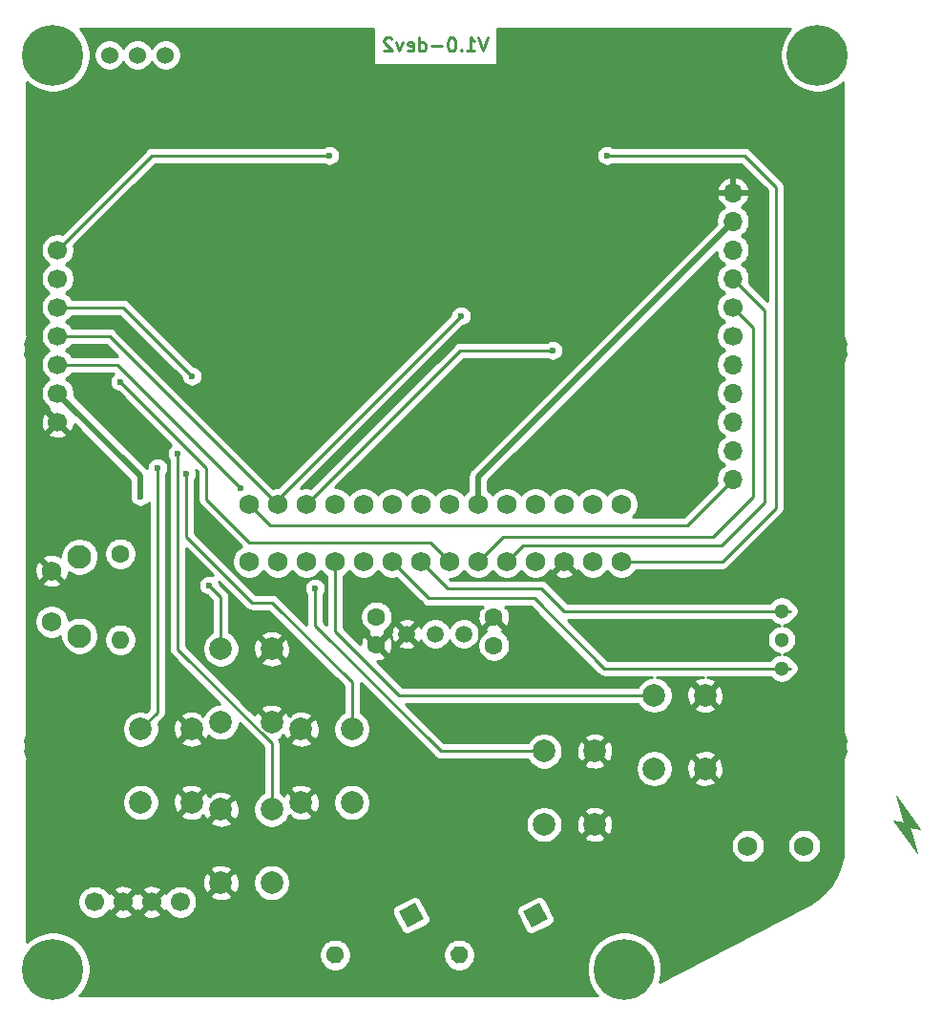
<source format=gbr>
G04 #@! TF.GenerationSoftware,KiCad,Pcbnew,(5.1.9-0-10_14)*
G04 #@! TF.CreationDate,2021-02-12T07:08:18-08:00*
G04 #@! TF.ProjectId,system,73797374-656d-42e6-9b69-6361645f7063,1.0-dev2*
G04 #@! TF.SameCoordinates,Original*
G04 #@! TF.FileFunction,Copper,L2,Bot*
G04 #@! TF.FilePolarity,Positive*
%FSLAX46Y46*%
G04 Gerber Fmt 4.6, Leading zero omitted, Abs format (unit mm)*
G04 Created by KiCad (PCBNEW (5.1.9-0-10_14)) date 2021-02-12 07:08:18*
%MOMM*%
%LPD*%
G01*
G04 APERTURE LIST*
G04 #@! TA.AperFunction,NonConductor*
%ADD10C,0.100000*%
G04 #@! TD*
G04 #@! TA.AperFunction,NonConductor*
%ADD11C,0.250000*%
G04 #@! TD*
G04 #@! TA.AperFunction,ComponentPad*
%ADD12C,1.700000*%
G04 #@! TD*
G04 #@! TA.AperFunction,ComponentPad*
%ADD13C,2.000000*%
G04 #@! TD*
G04 #@! TA.AperFunction,ComponentPad*
%ADD14C,1.750000*%
G04 #@! TD*
G04 #@! TA.AperFunction,ComponentPad*
%ADD15C,1.300000*%
G04 #@! TD*
G04 #@! TA.AperFunction,ComponentPad*
%ADD16O,1.700000X1.700000*%
G04 #@! TD*
G04 #@! TA.AperFunction,ComponentPad*
%ADD17C,5.399999*%
G04 #@! TD*
G04 #@! TA.AperFunction,ComponentPad*
%ADD18C,5.400000*%
G04 #@! TD*
G04 #@! TA.AperFunction,ComponentPad*
%ADD19C,1.600000*%
G04 #@! TD*
G04 #@! TA.AperFunction,ComponentPad*
%ADD20C,0.100000*%
G04 #@! TD*
G04 #@! TA.AperFunction,ComponentPad*
%ADD21O,1.600000X1.600000*%
G04 #@! TD*
G04 #@! TA.AperFunction,ComponentPad*
%ADD22C,1.524000*%
G04 #@! TD*
G04 #@! TA.AperFunction,ComponentPad*
%ADD23C,2.100000*%
G04 #@! TD*
G04 #@! TA.AperFunction,ComponentPad*
%ADD24C,1.520000*%
G04 #@! TD*
G04 #@! TA.AperFunction,ViaPad*
%ADD25C,0.600000*%
G04 #@! TD*
G04 #@! TA.AperFunction,Conductor*
%ADD26C,0.254000*%
G04 #@! TD*
G04 #@! TA.AperFunction,Conductor*
%ADD27C,0.508000*%
G04 #@! TD*
G04 #@! TA.AperFunction,Conductor*
%ADD28C,0.100000*%
G04 #@! TD*
G04 APERTURE END LIST*
D10*
G36*
X181737000Y-138176000D02*
G01*
X182499000Y-140843000D01*
X180340000Y-137922000D01*
X181737000Y-138176000D01*
G37*
X181737000Y-138176000D02*
X182499000Y-140843000D01*
X180340000Y-137922000D01*
X181737000Y-138176000D01*
G36*
X182753000Y-138684000D02*
G01*
X181356000Y-138430000D01*
X180594000Y-135763000D01*
X182753000Y-138684000D01*
G37*
X182753000Y-138684000D02*
X181356000Y-138430000D01*
X180594000Y-135763000D01*
X182753000Y-138684000D01*
D11*
X144357142Y-68557857D02*
X143957142Y-69757857D01*
X143557142Y-68557857D01*
X142528571Y-69757857D02*
X143214285Y-69757857D01*
X142871428Y-69757857D02*
X142871428Y-68557857D01*
X142985714Y-68729285D01*
X143100000Y-68843571D01*
X143214285Y-68900714D01*
X142014285Y-69643571D02*
X141957142Y-69700714D01*
X142014285Y-69757857D01*
X142071428Y-69700714D01*
X142014285Y-69643571D01*
X142014285Y-69757857D01*
X141214285Y-68557857D02*
X141100000Y-68557857D01*
X140985714Y-68615000D01*
X140928571Y-68672142D01*
X140871428Y-68786428D01*
X140814285Y-69015000D01*
X140814285Y-69300714D01*
X140871428Y-69529285D01*
X140928571Y-69643571D01*
X140985714Y-69700714D01*
X141100000Y-69757857D01*
X141214285Y-69757857D01*
X141328571Y-69700714D01*
X141385714Y-69643571D01*
X141442857Y-69529285D01*
X141500000Y-69300714D01*
X141500000Y-69015000D01*
X141442857Y-68786428D01*
X141385714Y-68672142D01*
X141328571Y-68615000D01*
X141214285Y-68557857D01*
X140300000Y-69300714D02*
X139385714Y-69300714D01*
X138300000Y-69757857D02*
X138300000Y-68557857D01*
X138300000Y-69700714D02*
X138414285Y-69757857D01*
X138642857Y-69757857D01*
X138757142Y-69700714D01*
X138814285Y-69643571D01*
X138871428Y-69529285D01*
X138871428Y-69186428D01*
X138814285Y-69072142D01*
X138757142Y-69015000D01*
X138642857Y-68957857D01*
X138414285Y-68957857D01*
X138300000Y-69015000D01*
X137271428Y-69700714D02*
X137385714Y-69757857D01*
X137614285Y-69757857D01*
X137728571Y-69700714D01*
X137785714Y-69586428D01*
X137785714Y-69129285D01*
X137728571Y-69015000D01*
X137614285Y-68957857D01*
X137385714Y-68957857D01*
X137271428Y-69015000D01*
X137214285Y-69129285D01*
X137214285Y-69243571D01*
X137785714Y-69357857D01*
X136814285Y-68957857D02*
X136528571Y-69757857D01*
X136242857Y-68957857D01*
X135842857Y-68672142D02*
X135785714Y-68615000D01*
X135671428Y-68557857D01*
X135385714Y-68557857D01*
X135271428Y-68615000D01*
X135214285Y-68672142D01*
X135157142Y-68786428D01*
X135157142Y-68900714D01*
X135214285Y-69072142D01*
X135900000Y-69757857D01*
X135157142Y-69757857D01*
D12*
X106200000Y-102616000D03*
X106200000Y-100076000D03*
X106200000Y-97536000D03*
X106200000Y-94996000D03*
X106200000Y-92456000D03*
X106200000Y-89916000D03*
X106200000Y-87376000D03*
D13*
X153852000Y-138303000D03*
X149352000Y-138303000D03*
X153852000Y-131803000D03*
X149352000Y-131803000D03*
X163631000Y-133350000D03*
X159131000Y-133350000D03*
X163631000Y-126850000D03*
X159131000Y-126850000D03*
X125186000Y-129234000D03*
X120686000Y-129234000D03*
X125186000Y-122734000D03*
X120686000Y-122734000D03*
X120686000Y-136958000D03*
X125186000Y-136958000D03*
X120686000Y-143458000D03*
X125186000Y-143458000D03*
X118074000Y-136346000D03*
X113574000Y-136346000D03*
X118074000Y-129846000D03*
X113574000Y-129846000D03*
X127798000Y-129846000D03*
X132298000Y-129846000D03*
X127798000Y-136346000D03*
X132298000Y-136346000D03*
D14*
X156210000Y-109920000D03*
X153670000Y-109920000D03*
X151130000Y-109920000D03*
X148590000Y-109920000D03*
X146050000Y-109920000D03*
X143510000Y-109920000D03*
X140970000Y-109920000D03*
X138430000Y-109920000D03*
X135890000Y-109920000D03*
X133350000Y-109920000D03*
X130810000Y-109920000D03*
X128270000Y-109920000D03*
X125730000Y-109920000D03*
X123190000Y-109920000D03*
X123190000Y-115000000D03*
X125730000Y-115000000D03*
X128270000Y-115000000D03*
X130810000Y-115000000D03*
X133350000Y-115000000D03*
X135890000Y-115000000D03*
X156210000Y-115000000D03*
X153670000Y-115000000D03*
X151130000Y-115000000D03*
X148590000Y-115000000D03*
X146050000Y-115000000D03*
X143510000Y-115000000D03*
X138430000Y-115000000D03*
X140970000Y-115000000D03*
D15*
X170434000Y-121920000D03*
X170434000Y-124460000D03*
X170434000Y-119380000D03*
D16*
X166116000Y-107696000D03*
X166116000Y-97536000D03*
X166116000Y-105156000D03*
X166116000Y-100076000D03*
X166116000Y-102616000D03*
X166116000Y-82296000D03*
D12*
X166116000Y-94996000D03*
D16*
X166116000Y-84836000D03*
X166116000Y-87376000D03*
X166116000Y-89916000D03*
D12*
X166116000Y-92456000D03*
D17*
X105791000Y-151130000D03*
X105791000Y-70104000D03*
X156464000Y-151130000D03*
D18*
X173609000Y-70104000D03*
D14*
X172426000Y-140208000D03*
X167426000Y-140208000D03*
D19*
X134493000Y-119888000D03*
X134493000Y-122388000D03*
X144907000Y-119928000D03*
X144907000Y-122428000D03*
G04 #@! TA.AperFunction,ComponentPad*
G36*
G01*
X142540586Y-149490601D02*
X142540586Y-149490601D01*
G75*
G02*
X142200376Y-150569609I-709609J-369399D01*
G01*
X142200376Y-150569609D01*
G75*
G02*
X141121368Y-150229399I-369399J709609D01*
G01*
X141121368Y-150229399D01*
G75*
G02*
X141461578Y-149150391I709609J369399D01*
G01*
X141461578Y-149150391D01*
G75*
G02*
X142540586Y-149490601I369399J-709609D01*
G01*
G37*
G04 #@! TD.AperFunction*
G04 #@! TA.AperFunction,ComponentPad*
D20*
G36*
X148930210Y-145262468D02*
G01*
X149669008Y-146681686D01*
X148249790Y-147420484D01*
X147510992Y-146001266D01*
X148930210Y-145262468D01*
G37*
G04 #@! TD.AperFunction*
G04 #@! TA.AperFunction,ComponentPad*
G36*
X137909233Y-145262468D02*
G01*
X138648031Y-146681686D01*
X137228813Y-147420484D01*
X136490015Y-146001266D01*
X137909233Y-145262468D01*
G37*
G04 #@! TD.AperFunction*
G04 #@! TA.AperFunction,ComponentPad*
G36*
G01*
X131519609Y-149490601D02*
X131519609Y-149490601D01*
G75*
G02*
X131179399Y-150569609I-709609J-369399D01*
G01*
X131179399Y-150569609D01*
G75*
G02*
X130100391Y-150229399I-369399J709609D01*
G01*
X130100391Y-150229399D01*
G75*
G02*
X130440601Y-149150391I709609J369399D01*
G01*
X130440601Y-149150391D01*
G75*
G02*
X131519609Y-149490601I369399J-709609D01*
G01*
G37*
G04 #@! TD.AperFunction*
D19*
X111760000Y-114300000D03*
D21*
X111760000Y-121920000D03*
D22*
X110794800Y-70104000D03*
X113284000Y-70104000D03*
X115773200Y-70104000D03*
D23*
X108154000Y-121584000D03*
D14*
X105664000Y-120324000D03*
X105664000Y-115824000D03*
D23*
X108154000Y-114574000D03*
D12*
X114554000Y-145161000D03*
X112014000Y-145161000D03*
X117094000Y-145161000D03*
X109474000Y-145161000D03*
D24*
X137160000Y-121412000D03*
X142240000Y-121412000D03*
X139700000Y-121412000D03*
D25*
X118110000Y-115570000D03*
X118618000Y-111252000D03*
X126746000Y-117348000D03*
X109220000Y-96266000D03*
X156718000Y-102362000D03*
X163068000Y-105664000D03*
X125476000Y-103378000D03*
X125476000Y-99822000D03*
X164084000Y-121412000D03*
X105664000Y-75946000D03*
X118110000Y-98552000D03*
X116839984Y-105410000D03*
X115062000Y-106680000D03*
X117602000Y-107188000D03*
X119633994Y-117094000D03*
X129032000Y-117348000D03*
X111760000Y-99060000D03*
X113538000Y-109220000D03*
X154940000Y-78994000D03*
X130302000Y-78994000D03*
X141986000Y-93218000D03*
X150114000Y-96265986D03*
X122428000Y-108458001D03*
D26*
X112014000Y-92456000D02*
X118110000Y-98552000D01*
X106200000Y-92456000D02*
X112014000Y-92456000D01*
X130810000Y-121158000D02*
X130810000Y-115000000D01*
X136502000Y-126850000D02*
X130810000Y-121158000D01*
X159131000Y-126850000D02*
X136502000Y-126850000D01*
X125186000Y-131127514D02*
X116839984Y-122781498D01*
X116839984Y-122781498D02*
X116839984Y-105410000D01*
X125186000Y-136958000D02*
X125186000Y-131127514D01*
X115062000Y-128358000D02*
X115062000Y-106680000D01*
X113574000Y-129846000D02*
X115062000Y-128358000D01*
X125222000Y-118618000D02*
X123444000Y-118618000D01*
X132298000Y-125694000D02*
X125222000Y-118618000D01*
X117602000Y-112776000D02*
X117602000Y-107188000D01*
X123444000Y-118618000D02*
X117602000Y-112776000D01*
X132298000Y-129846000D02*
X132298000Y-125694000D01*
X120686000Y-122734000D02*
X120686000Y-118146006D01*
X120686000Y-118146006D02*
X119633994Y-117094000D01*
X140185000Y-131803000D02*
X129032000Y-120650000D01*
X149352000Y-131803000D02*
X140185000Y-131803000D01*
X129032000Y-120650000D02*
X129032000Y-117348000D01*
X140778000Y-117348000D02*
X138430000Y-115000000D01*
X149098000Y-117348000D02*
X140778000Y-117348000D01*
X151130000Y-119380000D02*
X149098000Y-117348000D01*
X171196000Y-119380000D02*
X151130000Y-119380000D01*
X119380000Y-109474000D02*
X119380000Y-106680000D01*
X140970000Y-115000000D02*
X139254000Y-113284000D01*
X139254000Y-113284000D02*
X123190000Y-113284000D01*
X123190000Y-113284000D02*
X119380000Y-109474000D01*
X119380000Y-106680000D02*
X111760000Y-99060000D01*
X139152409Y-118262409D02*
X135890000Y-115000000D01*
X154686000Y-124460000D02*
X148488409Y-118262409D01*
X148488409Y-118262409D02*
X139152409Y-118262409D01*
X171196000Y-124460000D02*
X154686000Y-124460000D01*
D27*
X143510000Y-107442000D02*
X143510000Y-109920000D01*
X166116000Y-84836000D02*
X143510000Y-107442000D01*
X106200000Y-100076000D02*
X113538000Y-107414000D01*
X113538000Y-107414000D02*
X113538000Y-109220000D01*
D26*
X145734000Y-112776000D02*
X143510000Y-115000000D01*
X164338000Y-112776000D02*
X145734000Y-112776000D01*
X167894000Y-109220000D02*
X164338000Y-112776000D01*
X167894000Y-94234000D02*
X167894000Y-109220000D01*
X166116000Y-92456000D02*
X167894000Y-94234000D01*
X165100000Y-113538000D02*
X147512000Y-113538000D01*
X168910000Y-109728000D02*
X165100000Y-113538000D01*
X168910000Y-92710000D02*
X168910000Y-109728000D01*
X147512000Y-113538000D02*
X146050000Y-115000000D01*
X166116000Y-89916000D02*
X168910000Y-92710000D01*
X167132000Y-78994000D02*
X154940000Y-78994000D01*
X169926000Y-81788000D02*
X167132000Y-78994000D01*
X169926000Y-110236000D02*
X169926000Y-81788000D01*
X165162000Y-115000000D02*
X169926000Y-110236000D01*
X114582000Y-78994000D02*
X106200000Y-87376000D01*
X156210000Y-115000000D02*
X165162000Y-115000000D01*
X130302000Y-78994000D02*
X114582000Y-78994000D01*
X162052000Y-111760000D02*
X166116000Y-107696000D01*
X125030000Y-111760000D02*
X162052000Y-111760000D01*
X123190000Y-109920000D02*
X125030000Y-111760000D01*
X110806000Y-94996000D02*
X106200000Y-94996000D01*
X125730000Y-109920000D02*
X110806000Y-94996000D01*
X125730000Y-109474000D02*
X125730000Y-109920000D01*
X141986000Y-93218000D02*
X125730000Y-109474000D01*
X141924014Y-96265986D02*
X150114000Y-96265986D01*
X128270000Y-109920000D02*
X141924014Y-96265986D01*
X106200000Y-97536000D02*
X111505999Y-97536000D01*
X111505999Y-97536000D02*
X122428000Y-108458001D01*
X134168572Y-70973500D02*
X145231429Y-70973500D01*
X145231429Y-67791000D01*
X171205597Y-67791000D01*
X171018536Y-67978061D01*
X170653561Y-68524285D01*
X170402162Y-69131216D01*
X170274000Y-69775531D01*
X170274000Y-70432469D01*
X170402162Y-71076784D01*
X170653561Y-71683715D01*
X171018536Y-72229939D01*
X171483061Y-72694464D01*
X172029285Y-73059439D01*
X172636216Y-73310838D01*
X173280531Y-73439000D01*
X173937469Y-73439000D01*
X174581784Y-73310838D01*
X175188715Y-73059439D01*
X175734939Y-72694464D01*
X175890000Y-72539403D01*
X175890001Y-94959885D01*
X175886444Y-94996000D01*
X175900635Y-95140085D01*
X175942663Y-95278633D01*
X175999389Y-95384760D01*
X176024164Y-95509312D01*
X176091179Y-95671099D01*
X176106815Y-95694500D01*
X176091179Y-95717901D01*
X176024164Y-95879688D01*
X175990000Y-96051441D01*
X175990000Y-96226559D01*
X176024164Y-96398312D01*
X176091179Y-96560099D01*
X176106815Y-96583500D01*
X176091179Y-96606901D01*
X176024164Y-96768688D01*
X175999389Y-96893240D01*
X175942663Y-96999367D01*
X175900635Y-97137915D01*
X175886444Y-97282000D01*
X175890000Y-97318105D01*
X175890001Y-130138885D01*
X175886444Y-130175000D01*
X175900635Y-130319085D01*
X175942663Y-130457633D01*
X175999389Y-130563760D01*
X176024164Y-130688312D01*
X176091179Y-130850099D01*
X176106815Y-130873500D01*
X176091179Y-130896901D01*
X176024164Y-131058688D01*
X175990000Y-131230441D01*
X175990000Y-131405559D01*
X176024164Y-131577312D01*
X176091179Y-131739099D01*
X176106815Y-131762500D01*
X176091179Y-131785901D01*
X176024164Y-131947688D01*
X175999389Y-132072240D01*
X175942663Y-132178367D01*
X175900635Y-132316915D01*
X175886444Y-132461000D01*
X175890000Y-132497105D01*
X175890001Y-140180069D01*
X175819278Y-141109801D01*
X175615064Y-141990843D01*
X175279930Y-142830861D01*
X174821590Y-143610524D01*
X174250591Y-144311886D01*
X173576942Y-144921643D01*
X172940009Y-145352970D01*
X159587013Y-152305152D01*
X159670837Y-152102783D01*
X159798999Y-151458469D01*
X159798999Y-150801531D01*
X159670837Y-150157217D01*
X159419438Y-149550285D01*
X159054463Y-149004062D01*
X158589938Y-148539537D01*
X158043715Y-148174562D01*
X157436783Y-147923163D01*
X156792469Y-147795001D01*
X156135531Y-147795001D01*
X155491217Y-147923163D01*
X154884285Y-148174562D01*
X154338062Y-148539537D01*
X153873537Y-149004062D01*
X153508562Y-149550285D01*
X153257163Y-150157217D01*
X153129001Y-150801531D01*
X153129001Y-151458469D01*
X153257163Y-152102783D01*
X153508562Y-152709715D01*
X153873537Y-153255938D01*
X154108499Y-153490900D01*
X108146501Y-153490900D01*
X108381463Y-153255938D01*
X108746438Y-152709715D01*
X108997837Y-152102783D01*
X109125999Y-151458469D01*
X109125999Y-150801531D01*
X108997837Y-150157217D01*
X108816184Y-149718665D01*
X129375000Y-149718665D01*
X129375000Y-150001335D01*
X129430147Y-150278574D01*
X129538320Y-150539727D01*
X129695363Y-150774759D01*
X129895241Y-150974637D01*
X130130273Y-151131680D01*
X130391426Y-151239853D01*
X130668665Y-151295000D01*
X130951335Y-151295000D01*
X131228574Y-151239853D01*
X131489727Y-151131680D01*
X131724759Y-150974637D01*
X131924637Y-150774759D01*
X132081680Y-150539727D01*
X132189853Y-150278574D01*
X132245000Y-150001335D01*
X132245000Y-149718665D01*
X140395977Y-149718665D01*
X140395977Y-150001335D01*
X140451124Y-150278574D01*
X140559297Y-150539727D01*
X140716340Y-150774759D01*
X140916218Y-150974637D01*
X141151250Y-151131680D01*
X141412403Y-151239853D01*
X141689642Y-151295000D01*
X141972312Y-151295000D01*
X142249551Y-151239853D01*
X142510704Y-151131680D01*
X142745736Y-150974637D01*
X142945614Y-150774759D01*
X143102657Y-150539727D01*
X143210830Y-150278574D01*
X143265977Y-150001335D01*
X143265977Y-149718665D01*
X143210830Y-149441426D01*
X143102657Y-149180273D01*
X142945614Y-148945241D01*
X142745736Y-148745363D01*
X142510704Y-148588320D01*
X142249551Y-148480147D01*
X141972312Y-148425000D01*
X141689642Y-148425000D01*
X141412403Y-148480147D01*
X141151250Y-148588320D01*
X140916218Y-148745363D01*
X140716340Y-148945241D01*
X140559297Y-149180273D01*
X140451124Y-149441426D01*
X140395977Y-149718665D01*
X132245000Y-149718665D01*
X132189853Y-149441426D01*
X132081680Y-149180273D01*
X131924637Y-148945241D01*
X131724759Y-148745363D01*
X131489727Y-148588320D01*
X131228574Y-148480147D01*
X130951335Y-148425000D01*
X130668665Y-148425000D01*
X130391426Y-148480147D01*
X130130273Y-148588320D01*
X129895241Y-148745363D01*
X129695363Y-148945241D01*
X129538320Y-149180273D01*
X129430147Y-149441426D01*
X129375000Y-149718665D01*
X108816184Y-149718665D01*
X108746438Y-149550285D01*
X108381463Y-149004062D01*
X107916938Y-148539537D01*
X107370715Y-148174562D01*
X106763783Y-147923163D01*
X106119469Y-147795001D01*
X105462531Y-147795001D01*
X104818217Y-147923163D01*
X104211285Y-148174562D01*
X103665062Y-148539537D01*
X103510000Y-148694599D01*
X103510000Y-145014740D01*
X107989000Y-145014740D01*
X107989000Y-145307260D01*
X108046068Y-145594158D01*
X108158010Y-145864411D01*
X108320525Y-146107632D01*
X108527368Y-146314475D01*
X108770589Y-146476990D01*
X109040842Y-146588932D01*
X109327740Y-146646000D01*
X109620260Y-146646000D01*
X109907158Y-146588932D01*
X110177411Y-146476990D01*
X110420632Y-146314475D01*
X110545710Y-146189397D01*
X111165208Y-146189397D01*
X111242843Y-146438472D01*
X111506883Y-146564371D01*
X111790411Y-146636339D01*
X112082531Y-146651611D01*
X112372019Y-146609599D01*
X112647747Y-146511919D01*
X112785157Y-146438472D01*
X112862792Y-146189397D01*
X113705208Y-146189397D01*
X113782843Y-146438472D01*
X114046883Y-146564371D01*
X114330411Y-146636339D01*
X114622531Y-146651611D01*
X114912019Y-146609599D01*
X115187747Y-146511919D01*
X115325157Y-146438472D01*
X115402792Y-146189397D01*
X114554000Y-145340605D01*
X113705208Y-146189397D01*
X112862792Y-146189397D01*
X112014000Y-145340605D01*
X111165208Y-146189397D01*
X110545710Y-146189397D01*
X110627475Y-146107632D01*
X110743311Y-145934271D01*
X110985603Y-146009792D01*
X111834395Y-145161000D01*
X112193605Y-145161000D01*
X113042397Y-146009792D01*
X113284000Y-145934486D01*
X113525603Y-146009792D01*
X114374395Y-145161000D01*
X114733605Y-145161000D01*
X115582397Y-146009792D01*
X115824689Y-145934271D01*
X115940525Y-146107632D01*
X116147368Y-146314475D01*
X116390589Y-146476990D01*
X116660842Y-146588932D01*
X116947740Y-146646000D01*
X117240260Y-146646000D01*
X117527158Y-146588932D01*
X117797411Y-146476990D01*
X118040632Y-146314475D01*
X118247475Y-146107632D01*
X118281387Y-146056878D01*
X135854371Y-146056878D01*
X135877434Y-146179817D01*
X135924038Y-146295895D01*
X136662836Y-147715113D01*
X136731191Y-147819868D01*
X136818668Y-147909275D01*
X136921907Y-147979899D01*
X137036941Y-148029024D01*
X137159348Y-148054764D01*
X137284425Y-148056128D01*
X137407364Y-148033065D01*
X137523442Y-147986461D01*
X138942660Y-147247663D01*
X139047415Y-147179308D01*
X139136822Y-147091831D01*
X139207446Y-146988592D01*
X139256571Y-146873558D01*
X139282311Y-146751151D01*
X139283675Y-146626074D01*
X139260612Y-146503135D01*
X139214008Y-146387057D01*
X139042128Y-146056878D01*
X146875348Y-146056878D01*
X146898411Y-146179817D01*
X146945015Y-146295895D01*
X147683813Y-147715113D01*
X147752168Y-147819868D01*
X147839645Y-147909275D01*
X147942884Y-147979899D01*
X148057918Y-148029024D01*
X148180325Y-148054764D01*
X148305402Y-148056128D01*
X148428341Y-148033065D01*
X148544419Y-147986461D01*
X149963637Y-147247663D01*
X150068392Y-147179308D01*
X150157799Y-147091831D01*
X150228423Y-146988592D01*
X150277548Y-146873558D01*
X150303288Y-146751151D01*
X150304652Y-146626074D01*
X150281589Y-146503135D01*
X150234985Y-146387057D01*
X149496187Y-144967839D01*
X149427832Y-144863084D01*
X149340355Y-144773677D01*
X149237116Y-144703053D01*
X149122082Y-144653928D01*
X148999675Y-144628188D01*
X148874598Y-144626824D01*
X148751659Y-144649887D01*
X148635581Y-144696491D01*
X147216363Y-145435289D01*
X147111608Y-145503644D01*
X147022201Y-145591121D01*
X146951577Y-145694360D01*
X146902452Y-145809394D01*
X146876712Y-145931801D01*
X146875348Y-146056878D01*
X139042128Y-146056878D01*
X138475210Y-144967839D01*
X138406855Y-144863084D01*
X138319378Y-144773677D01*
X138216139Y-144703053D01*
X138101105Y-144653928D01*
X137978698Y-144628188D01*
X137853621Y-144626824D01*
X137730682Y-144649887D01*
X137614604Y-144696491D01*
X136195386Y-145435289D01*
X136090631Y-145503644D01*
X136001224Y-145591121D01*
X135930600Y-145694360D01*
X135881475Y-145809394D01*
X135855735Y-145931801D01*
X135854371Y-146056878D01*
X118281387Y-146056878D01*
X118409990Y-145864411D01*
X118521932Y-145594158D01*
X118579000Y-145307260D01*
X118579000Y-145014740D01*
X118521932Y-144727842D01*
X118466250Y-144593413D01*
X119730192Y-144593413D01*
X119825956Y-144857814D01*
X120115571Y-144998704D01*
X120427108Y-145080384D01*
X120748595Y-145099718D01*
X121067675Y-145055961D01*
X121372088Y-144950795D01*
X121546044Y-144857814D01*
X121641808Y-144593413D01*
X120686000Y-143637605D01*
X119730192Y-144593413D01*
X118466250Y-144593413D01*
X118409990Y-144457589D01*
X118247475Y-144214368D01*
X118040632Y-144007525D01*
X117797411Y-143845010D01*
X117527158Y-143733068D01*
X117240260Y-143676000D01*
X116947740Y-143676000D01*
X116660842Y-143733068D01*
X116390589Y-143845010D01*
X116147368Y-144007525D01*
X115940525Y-144214368D01*
X115824689Y-144387729D01*
X115582397Y-144312208D01*
X114733605Y-145161000D01*
X114374395Y-145161000D01*
X113525603Y-144312208D01*
X113284000Y-144387514D01*
X113042397Y-144312208D01*
X112193605Y-145161000D01*
X111834395Y-145161000D01*
X110985603Y-144312208D01*
X110743311Y-144387729D01*
X110627475Y-144214368D01*
X110545710Y-144132603D01*
X111165208Y-144132603D01*
X112014000Y-144981395D01*
X112862792Y-144132603D01*
X113705208Y-144132603D01*
X114554000Y-144981395D01*
X115402792Y-144132603D01*
X115325157Y-143883528D01*
X115061117Y-143757629D01*
X114777589Y-143685661D01*
X114485469Y-143670389D01*
X114195981Y-143712401D01*
X113920253Y-143810081D01*
X113782843Y-143883528D01*
X113705208Y-144132603D01*
X112862792Y-144132603D01*
X112785157Y-143883528D01*
X112521117Y-143757629D01*
X112237589Y-143685661D01*
X111945469Y-143670389D01*
X111655981Y-143712401D01*
X111380253Y-143810081D01*
X111242843Y-143883528D01*
X111165208Y-144132603D01*
X110545710Y-144132603D01*
X110420632Y-144007525D01*
X110177411Y-143845010D01*
X109907158Y-143733068D01*
X109620260Y-143676000D01*
X109327740Y-143676000D01*
X109040842Y-143733068D01*
X108770589Y-143845010D01*
X108527368Y-144007525D01*
X108320525Y-144214368D01*
X108158010Y-144457589D01*
X108046068Y-144727842D01*
X107989000Y-145014740D01*
X103510000Y-145014740D01*
X103510000Y-143520595D01*
X119044282Y-143520595D01*
X119088039Y-143839675D01*
X119193205Y-144144088D01*
X119286186Y-144318044D01*
X119550587Y-144413808D01*
X120506395Y-143458000D01*
X120865605Y-143458000D01*
X121821413Y-144413808D01*
X122085814Y-144318044D01*
X122226704Y-144028429D01*
X122308384Y-143716892D01*
X122327718Y-143395405D01*
X122314219Y-143296967D01*
X123551000Y-143296967D01*
X123551000Y-143619033D01*
X123613832Y-143934912D01*
X123737082Y-144232463D01*
X123916013Y-144500252D01*
X124143748Y-144727987D01*
X124411537Y-144906918D01*
X124709088Y-145030168D01*
X125024967Y-145093000D01*
X125347033Y-145093000D01*
X125662912Y-145030168D01*
X125960463Y-144906918D01*
X126228252Y-144727987D01*
X126455987Y-144500252D01*
X126634918Y-144232463D01*
X126758168Y-143934912D01*
X126821000Y-143619033D01*
X126821000Y-143296967D01*
X126758168Y-142981088D01*
X126634918Y-142683537D01*
X126455987Y-142415748D01*
X126228252Y-142188013D01*
X125960463Y-142009082D01*
X125662912Y-141885832D01*
X125347033Y-141823000D01*
X125024967Y-141823000D01*
X124709088Y-141885832D01*
X124411537Y-142009082D01*
X124143748Y-142188013D01*
X123916013Y-142415748D01*
X123737082Y-142683537D01*
X123613832Y-142981088D01*
X123551000Y-143296967D01*
X122314219Y-143296967D01*
X122283961Y-143076325D01*
X122178795Y-142771912D01*
X122085814Y-142597956D01*
X121821413Y-142502192D01*
X120865605Y-143458000D01*
X120506395Y-143458000D01*
X119550587Y-142502192D01*
X119286186Y-142597956D01*
X119145296Y-142887571D01*
X119063616Y-143199108D01*
X119044282Y-143520595D01*
X103510000Y-143520595D01*
X103510000Y-142322587D01*
X119730192Y-142322587D01*
X120686000Y-143278395D01*
X121641808Y-142322587D01*
X121546044Y-142058186D01*
X121256429Y-141917296D01*
X120944892Y-141835616D01*
X120623405Y-141816282D01*
X120304325Y-141860039D01*
X119999912Y-141965205D01*
X119825956Y-142058186D01*
X119730192Y-142322587D01*
X103510000Y-142322587D01*
X103510000Y-140059278D01*
X165916000Y-140059278D01*
X165916000Y-140356722D01*
X165974029Y-140648451D01*
X166087856Y-140923253D01*
X166253107Y-141170569D01*
X166463431Y-141380893D01*
X166710747Y-141546144D01*
X166985549Y-141659971D01*
X167277278Y-141718000D01*
X167574722Y-141718000D01*
X167866451Y-141659971D01*
X168141253Y-141546144D01*
X168388569Y-141380893D01*
X168598893Y-141170569D01*
X168764144Y-140923253D01*
X168877971Y-140648451D01*
X168936000Y-140356722D01*
X168936000Y-140059278D01*
X170916000Y-140059278D01*
X170916000Y-140356722D01*
X170974029Y-140648451D01*
X171087856Y-140923253D01*
X171253107Y-141170569D01*
X171463431Y-141380893D01*
X171710747Y-141546144D01*
X171985549Y-141659971D01*
X172277278Y-141718000D01*
X172574722Y-141718000D01*
X172866451Y-141659971D01*
X173141253Y-141546144D01*
X173388569Y-141380893D01*
X173598893Y-141170569D01*
X173764144Y-140923253D01*
X173877971Y-140648451D01*
X173936000Y-140356722D01*
X173936000Y-140059278D01*
X173877971Y-139767549D01*
X173764144Y-139492747D01*
X173598893Y-139245431D01*
X173388569Y-139035107D01*
X173141253Y-138869856D01*
X172866451Y-138756029D01*
X172574722Y-138698000D01*
X172277278Y-138698000D01*
X171985549Y-138756029D01*
X171710747Y-138869856D01*
X171463431Y-139035107D01*
X171253107Y-139245431D01*
X171087856Y-139492747D01*
X170974029Y-139767549D01*
X170916000Y-140059278D01*
X168936000Y-140059278D01*
X168877971Y-139767549D01*
X168764144Y-139492747D01*
X168598893Y-139245431D01*
X168388569Y-139035107D01*
X168141253Y-138869856D01*
X167866451Y-138756029D01*
X167574722Y-138698000D01*
X167277278Y-138698000D01*
X166985549Y-138756029D01*
X166710747Y-138869856D01*
X166463431Y-139035107D01*
X166253107Y-139245431D01*
X166087856Y-139492747D01*
X165974029Y-139767549D01*
X165916000Y-140059278D01*
X103510000Y-140059278D01*
X103510000Y-138093413D01*
X119730192Y-138093413D01*
X119825956Y-138357814D01*
X120115571Y-138498704D01*
X120427108Y-138580384D01*
X120748595Y-138599718D01*
X121067675Y-138555961D01*
X121372088Y-138450795D01*
X121546044Y-138357814D01*
X121641808Y-138093413D01*
X120686000Y-137137605D01*
X119730192Y-138093413D01*
X103510000Y-138093413D01*
X103510000Y-136184967D01*
X111939000Y-136184967D01*
X111939000Y-136507033D01*
X112001832Y-136822912D01*
X112125082Y-137120463D01*
X112304013Y-137388252D01*
X112531748Y-137615987D01*
X112799537Y-137794918D01*
X113097088Y-137918168D01*
X113412967Y-137981000D01*
X113735033Y-137981000D01*
X114050912Y-137918168D01*
X114348463Y-137794918D01*
X114616252Y-137615987D01*
X114750826Y-137481413D01*
X117118192Y-137481413D01*
X117213956Y-137745814D01*
X117503571Y-137886704D01*
X117815108Y-137968384D01*
X118136595Y-137987718D01*
X118455675Y-137943961D01*
X118760088Y-137838795D01*
X118934044Y-137745814D01*
X119029807Y-137481415D01*
X119145475Y-137597083D01*
X119168880Y-137573678D01*
X119193205Y-137644088D01*
X119286186Y-137818044D01*
X119550587Y-137913808D01*
X120506395Y-136958000D01*
X120865605Y-136958000D01*
X121821413Y-137913808D01*
X122085814Y-137818044D01*
X122226704Y-137528429D01*
X122308384Y-137216892D01*
X122327718Y-136895405D01*
X122283961Y-136576325D01*
X122178795Y-136271912D01*
X122085814Y-136097956D01*
X121821413Y-136002192D01*
X120865605Y-136958000D01*
X120506395Y-136958000D01*
X120492253Y-136943858D01*
X120671858Y-136764253D01*
X120686000Y-136778395D01*
X121641808Y-135822587D01*
X121546044Y-135558186D01*
X121256429Y-135417296D01*
X120944892Y-135335616D01*
X120623405Y-135316282D01*
X120304325Y-135360039D01*
X119999912Y-135465205D01*
X119825956Y-135558186D01*
X119730193Y-135822585D01*
X119614525Y-135706917D01*
X119591120Y-135730322D01*
X119566795Y-135659912D01*
X119473814Y-135485956D01*
X119209413Y-135390192D01*
X118253605Y-136346000D01*
X118267748Y-136360143D01*
X118088143Y-136539748D01*
X118074000Y-136525605D01*
X117118192Y-137481413D01*
X114750826Y-137481413D01*
X114843987Y-137388252D01*
X115022918Y-137120463D01*
X115146168Y-136822912D01*
X115209000Y-136507033D01*
X115209000Y-136408595D01*
X116432282Y-136408595D01*
X116476039Y-136727675D01*
X116581205Y-137032088D01*
X116674186Y-137206044D01*
X116938587Y-137301808D01*
X117894395Y-136346000D01*
X116938587Y-135390192D01*
X116674186Y-135485956D01*
X116533296Y-135775571D01*
X116451616Y-136087108D01*
X116432282Y-136408595D01*
X115209000Y-136408595D01*
X115209000Y-136184967D01*
X115146168Y-135869088D01*
X115022918Y-135571537D01*
X114843987Y-135303748D01*
X114750826Y-135210587D01*
X117118192Y-135210587D01*
X118074000Y-136166395D01*
X119029808Y-135210587D01*
X118934044Y-134946186D01*
X118644429Y-134805296D01*
X118332892Y-134723616D01*
X118011405Y-134704282D01*
X117692325Y-134748039D01*
X117387912Y-134853205D01*
X117213956Y-134946186D01*
X117118192Y-135210587D01*
X114750826Y-135210587D01*
X114616252Y-135076013D01*
X114348463Y-134897082D01*
X114050912Y-134773832D01*
X113735033Y-134711000D01*
X113412967Y-134711000D01*
X113097088Y-134773832D01*
X112799537Y-134897082D01*
X112531748Y-135076013D01*
X112304013Y-135303748D01*
X112125082Y-135571537D01*
X112001832Y-135869088D01*
X111939000Y-136184967D01*
X103510000Y-136184967D01*
X103510000Y-132497105D01*
X103513556Y-132461000D01*
X103499365Y-132316915D01*
X103457337Y-132178367D01*
X103400611Y-132072240D01*
X103375836Y-131947688D01*
X103308821Y-131785901D01*
X103293185Y-131762500D01*
X103308821Y-131739099D01*
X103375836Y-131577312D01*
X103410000Y-131405559D01*
X103410000Y-131230441D01*
X103375836Y-131058688D01*
X103308821Y-130896901D01*
X103293185Y-130873500D01*
X103308821Y-130850099D01*
X103375836Y-130688312D01*
X103400611Y-130563760D01*
X103457337Y-130457633D01*
X103499365Y-130319085D01*
X103513556Y-130175000D01*
X103510000Y-130138895D01*
X103510000Y-120175278D01*
X104154000Y-120175278D01*
X104154000Y-120472722D01*
X104212029Y-120764451D01*
X104325856Y-121039253D01*
X104491107Y-121286569D01*
X104701431Y-121496893D01*
X104948747Y-121662144D01*
X105223549Y-121775971D01*
X105515278Y-121834000D01*
X105812722Y-121834000D01*
X106104451Y-121775971D01*
X106379253Y-121662144D01*
X106469000Y-121602177D01*
X106469000Y-121749958D01*
X106533754Y-122075496D01*
X106660772Y-122382147D01*
X106845175Y-122658125D01*
X107079875Y-122892825D01*
X107355853Y-123077228D01*
X107662504Y-123204246D01*
X107988042Y-123269000D01*
X108319958Y-123269000D01*
X108645496Y-123204246D01*
X108952147Y-123077228D01*
X109228125Y-122892825D01*
X109462825Y-122658125D01*
X109647228Y-122382147D01*
X109774246Y-122075496D01*
X109833289Y-121778665D01*
X110325000Y-121778665D01*
X110325000Y-122061335D01*
X110380147Y-122338574D01*
X110488320Y-122599727D01*
X110645363Y-122834759D01*
X110845241Y-123034637D01*
X111080273Y-123191680D01*
X111341426Y-123299853D01*
X111618665Y-123355000D01*
X111901335Y-123355000D01*
X112178574Y-123299853D01*
X112439727Y-123191680D01*
X112674759Y-123034637D01*
X112874637Y-122834759D01*
X113031680Y-122599727D01*
X113139853Y-122338574D01*
X113195000Y-122061335D01*
X113195000Y-121778665D01*
X113139853Y-121501426D01*
X113031680Y-121240273D01*
X112874637Y-121005241D01*
X112674759Y-120805363D01*
X112439727Y-120648320D01*
X112178574Y-120540147D01*
X111901335Y-120485000D01*
X111618665Y-120485000D01*
X111341426Y-120540147D01*
X111080273Y-120648320D01*
X110845241Y-120805363D01*
X110645363Y-121005241D01*
X110488320Y-121240273D01*
X110380147Y-121501426D01*
X110325000Y-121778665D01*
X109833289Y-121778665D01*
X109839000Y-121749958D01*
X109839000Y-121418042D01*
X109774246Y-121092504D01*
X109647228Y-120785853D01*
X109462825Y-120509875D01*
X109228125Y-120275175D01*
X108952147Y-120090772D01*
X108645496Y-119963754D01*
X108319958Y-119899000D01*
X107988042Y-119899000D01*
X107662504Y-119963754D01*
X107355853Y-120090772D01*
X107174000Y-120212283D01*
X107174000Y-120175278D01*
X107115971Y-119883549D01*
X107002144Y-119608747D01*
X106836893Y-119361431D01*
X106626569Y-119151107D01*
X106379253Y-118985856D01*
X106104451Y-118872029D01*
X105812722Y-118814000D01*
X105515278Y-118814000D01*
X105223549Y-118872029D01*
X104948747Y-118985856D01*
X104701431Y-119151107D01*
X104491107Y-119361431D01*
X104325856Y-119608747D01*
X104212029Y-119883549D01*
X104154000Y-120175278D01*
X103510000Y-120175278D01*
X103510000Y-116870240D01*
X104797365Y-116870240D01*
X104878025Y-117121868D01*
X105146329Y-117250267D01*
X105434526Y-117323855D01*
X105731543Y-117339804D01*
X106025963Y-117297501D01*
X106306474Y-117198572D01*
X106449975Y-117121868D01*
X106530635Y-116870240D01*
X105664000Y-116003605D01*
X104797365Y-116870240D01*
X103510000Y-116870240D01*
X103510000Y-115891543D01*
X104148196Y-115891543D01*
X104190499Y-116185963D01*
X104289428Y-116466474D01*
X104366132Y-116609975D01*
X104617760Y-116690635D01*
X105484395Y-115824000D01*
X104617760Y-114957365D01*
X104366132Y-115038025D01*
X104237733Y-115306329D01*
X104164145Y-115594526D01*
X104148196Y-115891543D01*
X103510000Y-115891543D01*
X103510000Y-114777760D01*
X104797365Y-114777760D01*
X105664000Y-115644395D01*
X105678143Y-115630253D01*
X105857748Y-115809858D01*
X105843605Y-115824000D01*
X106710240Y-116690635D01*
X106961868Y-116609975D01*
X107090267Y-116341671D01*
X107163855Y-116053474D01*
X107169792Y-115942906D01*
X107355853Y-116067228D01*
X107662504Y-116194246D01*
X107988042Y-116259000D01*
X108319958Y-116259000D01*
X108645496Y-116194246D01*
X108952147Y-116067228D01*
X109228125Y-115882825D01*
X109462825Y-115648125D01*
X109647228Y-115372147D01*
X109774246Y-115065496D01*
X109839000Y-114739958D01*
X109839000Y-114408042D01*
X109789396Y-114158665D01*
X110325000Y-114158665D01*
X110325000Y-114441335D01*
X110380147Y-114718574D01*
X110488320Y-114979727D01*
X110645363Y-115214759D01*
X110845241Y-115414637D01*
X111080273Y-115571680D01*
X111341426Y-115679853D01*
X111618665Y-115735000D01*
X111901335Y-115735000D01*
X112178574Y-115679853D01*
X112439727Y-115571680D01*
X112674759Y-115414637D01*
X112874637Y-115214759D01*
X113031680Y-114979727D01*
X113139853Y-114718574D01*
X113195000Y-114441335D01*
X113195000Y-114158665D01*
X113139853Y-113881426D01*
X113031680Y-113620273D01*
X112874637Y-113385241D01*
X112674759Y-113185363D01*
X112439727Y-113028320D01*
X112178574Y-112920147D01*
X111901335Y-112865000D01*
X111618665Y-112865000D01*
X111341426Y-112920147D01*
X111080273Y-113028320D01*
X110845241Y-113185363D01*
X110645363Y-113385241D01*
X110488320Y-113620273D01*
X110380147Y-113881426D01*
X110325000Y-114158665D01*
X109789396Y-114158665D01*
X109774246Y-114082504D01*
X109647228Y-113775853D01*
X109462825Y-113499875D01*
X109228125Y-113265175D01*
X108952147Y-113080772D01*
X108645496Y-112953754D01*
X108319958Y-112889000D01*
X107988042Y-112889000D01*
X107662504Y-112953754D01*
X107355853Y-113080772D01*
X107079875Y-113265175D01*
X106845175Y-113499875D01*
X106660772Y-113775853D01*
X106533754Y-114082504D01*
X106469000Y-114408042D01*
X106469000Y-114585483D01*
X106449975Y-114526132D01*
X106181671Y-114397733D01*
X105893474Y-114324145D01*
X105596457Y-114308196D01*
X105302037Y-114350499D01*
X105021526Y-114449428D01*
X104878025Y-114526132D01*
X104797365Y-114777760D01*
X103510000Y-114777760D01*
X103510000Y-103644397D01*
X105351208Y-103644397D01*
X105428843Y-103893472D01*
X105692883Y-104019371D01*
X105976411Y-104091339D01*
X106268531Y-104106611D01*
X106558019Y-104064599D01*
X106833747Y-103966919D01*
X106971157Y-103893472D01*
X107048792Y-103644397D01*
X106200000Y-102795605D01*
X105351208Y-103644397D01*
X103510000Y-103644397D01*
X103510000Y-102684531D01*
X104709389Y-102684531D01*
X104751401Y-102974019D01*
X104849081Y-103249747D01*
X104922528Y-103387157D01*
X105171603Y-103464792D01*
X106020395Y-102616000D01*
X105171603Y-101767208D01*
X104922528Y-101844843D01*
X104796629Y-102108883D01*
X104724661Y-102392411D01*
X104709389Y-102684531D01*
X103510000Y-102684531D01*
X103510000Y-97318105D01*
X103513556Y-97282000D01*
X103499365Y-97137915D01*
X103457337Y-96999367D01*
X103400611Y-96893240D01*
X103375836Y-96768688D01*
X103308821Y-96606901D01*
X103293185Y-96583500D01*
X103308821Y-96560099D01*
X103375836Y-96398312D01*
X103410000Y-96226559D01*
X103410000Y-96051441D01*
X103375836Y-95879688D01*
X103308821Y-95717901D01*
X103293185Y-95694500D01*
X103308821Y-95671099D01*
X103375836Y-95509312D01*
X103400611Y-95384760D01*
X103457337Y-95278633D01*
X103499365Y-95140085D01*
X103513556Y-94996000D01*
X103510000Y-94959895D01*
X103510000Y-87229740D01*
X104715000Y-87229740D01*
X104715000Y-87522260D01*
X104772068Y-87809158D01*
X104884010Y-88079411D01*
X105046525Y-88322632D01*
X105253368Y-88529475D01*
X105427760Y-88646000D01*
X105253368Y-88762525D01*
X105046525Y-88969368D01*
X104884010Y-89212589D01*
X104772068Y-89482842D01*
X104715000Y-89769740D01*
X104715000Y-90062260D01*
X104772068Y-90349158D01*
X104884010Y-90619411D01*
X105046525Y-90862632D01*
X105253368Y-91069475D01*
X105427760Y-91186000D01*
X105253368Y-91302525D01*
X105046525Y-91509368D01*
X104884010Y-91752589D01*
X104772068Y-92022842D01*
X104715000Y-92309740D01*
X104715000Y-92602260D01*
X104772068Y-92889158D01*
X104884010Y-93159411D01*
X105046525Y-93402632D01*
X105253368Y-93609475D01*
X105427760Y-93726000D01*
X105253368Y-93842525D01*
X105046525Y-94049368D01*
X104884010Y-94292589D01*
X104772068Y-94562842D01*
X104715000Y-94849740D01*
X104715000Y-95142260D01*
X104772068Y-95429158D01*
X104884010Y-95699411D01*
X105046525Y-95942632D01*
X105253368Y-96149475D01*
X105427760Y-96266000D01*
X105253368Y-96382525D01*
X105046525Y-96589368D01*
X104884010Y-96832589D01*
X104772068Y-97102842D01*
X104715000Y-97389740D01*
X104715000Y-97682260D01*
X104772068Y-97969158D01*
X104884010Y-98239411D01*
X105046525Y-98482632D01*
X105253368Y-98689475D01*
X105427760Y-98806000D01*
X105253368Y-98922525D01*
X105046525Y-99129368D01*
X104884010Y-99372589D01*
X104772068Y-99642842D01*
X104715000Y-99929740D01*
X104715000Y-100222260D01*
X104772068Y-100509158D01*
X104884010Y-100779411D01*
X105046525Y-101022632D01*
X105253368Y-101229475D01*
X105426729Y-101345311D01*
X105351208Y-101587603D01*
X106200000Y-102436395D01*
X106214143Y-102422253D01*
X106393748Y-102601858D01*
X106379605Y-102616000D01*
X107228397Y-103464792D01*
X107477472Y-103387157D01*
X107603371Y-103123117D01*
X107675339Y-102839589D01*
X107676880Y-102810115D01*
X112649000Y-107782236D01*
X112649001Y-108922963D01*
X112638932Y-108947271D01*
X112603000Y-109127911D01*
X112603000Y-109312089D01*
X112638932Y-109492729D01*
X112709414Y-109662889D01*
X112811738Y-109816028D01*
X112941972Y-109946262D01*
X113095111Y-110048586D01*
X113265271Y-110119068D01*
X113445911Y-110155000D01*
X113630089Y-110155000D01*
X113810729Y-110119068D01*
X113980889Y-110048586D01*
X114134028Y-109946262D01*
X114264262Y-109816028D01*
X114300001Y-109762541D01*
X114300000Y-128042369D01*
X114063375Y-128278994D01*
X114050912Y-128273832D01*
X113735033Y-128211000D01*
X113412967Y-128211000D01*
X113097088Y-128273832D01*
X112799537Y-128397082D01*
X112531748Y-128576013D01*
X112304013Y-128803748D01*
X112125082Y-129071537D01*
X112001832Y-129369088D01*
X111939000Y-129684967D01*
X111939000Y-130007033D01*
X112001832Y-130322912D01*
X112125082Y-130620463D01*
X112304013Y-130888252D01*
X112531748Y-131115987D01*
X112799537Y-131294918D01*
X113097088Y-131418168D01*
X113412967Y-131481000D01*
X113735033Y-131481000D01*
X114050912Y-131418168D01*
X114348463Y-131294918D01*
X114616252Y-131115987D01*
X114750826Y-130981413D01*
X117118192Y-130981413D01*
X117213956Y-131245814D01*
X117503571Y-131386704D01*
X117815108Y-131468384D01*
X118136595Y-131487718D01*
X118455675Y-131443961D01*
X118760088Y-131338795D01*
X118934044Y-131245814D01*
X119029808Y-130981413D01*
X118074000Y-130025605D01*
X117118192Y-130981413D01*
X114750826Y-130981413D01*
X114843987Y-130888252D01*
X115022918Y-130620463D01*
X115146168Y-130322912D01*
X115209000Y-130007033D01*
X115209000Y-129908595D01*
X116432282Y-129908595D01*
X116476039Y-130227675D01*
X116581205Y-130532088D01*
X116674186Y-130706044D01*
X116938587Y-130801808D01*
X117894395Y-129846000D01*
X116938587Y-128890192D01*
X116674186Y-128985956D01*
X116533296Y-129275571D01*
X116451616Y-129587108D01*
X116432282Y-129908595D01*
X115209000Y-129908595D01*
X115209000Y-129684967D01*
X115146168Y-129369088D01*
X115141006Y-129356625D01*
X115574353Y-128923278D01*
X115603422Y-128899422D01*
X115642073Y-128852325D01*
X115698645Y-128783393D01*
X115737560Y-128710587D01*
X115769402Y-128651015D01*
X115812974Y-128507378D01*
X115824000Y-128395426D01*
X115824000Y-128395423D01*
X115827686Y-128358000D01*
X115824000Y-128320577D01*
X115824000Y-107222542D01*
X115890586Y-107122889D01*
X115961068Y-106952729D01*
X115997000Y-106772089D01*
X115997000Y-106587911D01*
X115961068Y-106407271D01*
X115890586Y-106237111D01*
X115788262Y-106083972D01*
X115658028Y-105953738D01*
X115504889Y-105851414D01*
X115334729Y-105780932D01*
X115154089Y-105745000D01*
X114969911Y-105745000D01*
X114789271Y-105780932D01*
X114619111Y-105851414D01*
X114465972Y-105953738D01*
X114335738Y-106083972D01*
X114233414Y-106237111D01*
X114162932Y-106407271D01*
X114127000Y-106587911D01*
X114127000Y-106745764D01*
X107671477Y-100290242D01*
X107685000Y-100222260D01*
X107685000Y-99929740D01*
X107627932Y-99642842D01*
X107515990Y-99372589D01*
X107353475Y-99129368D01*
X107146632Y-98922525D01*
X106972240Y-98806000D01*
X107146632Y-98689475D01*
X107353475Y-98482632D01*
X107476842Y-98298000D01*
X111190369Y-98298000D01*
X111201219Y-98308850D01*
X111163972Y-98333738D01*
X111033738Y-98463972D01*
X110931414Y-98617111D01*
X110860932Y-98787271D01*
X110825000Y-98967911D01*
X110825000Y-99152089D01*
X110860932Y-99332729D01*
X110931414Y-99502889D01*
X111033738Y-99656028D01*
X111163972Y-99786262D01*
X111317111Y-99888586D01*
X111487271Y-99959068D01*
X111604820Y-99982450D01*
X116281213Y-104658844D01*
X116243956Y-104683738D01*
X116113722Y-104813972D01*
X116011398Y-104967111D01*
X115940916Y-105137271D01*
X115904984Y-105317911D01*
X115904984Y-105502089D01*
X115940916Y-105682729D01*
X116011398Y-105852889D01*
X116077985Y-105952544D01*
X116077984Y-122744075D01*
X116074298Y-122781498D01*
X116077984Y-122818921D01*
X116077984Y-122818923D01*
X116089010Y-122930875D01*
X116132582Y-123074512D01*
X116132583Y-123074513D01*
X116203339Y-123206890D01*
X116217694Y-123224381D01*
X116298562Y-123322920D01*
X116327638Y-123346782D01*
X120579855Y-127599000D01*
X120524967Y-127599000D01*
X120209088Y-127661832D01*
X119911537Y-127785082D01*
X119643748Y-127964013D01*
X119416013Y-128191748D01*
X119237082Y-128459537D01*
X119170599Y-128620041D01*
X119145475Y-128594917D01*
X119029807Y-128710585D01*
X118934044Y-128446186D01*
X118644429Y-128305296D01*
X118332892Y-128223616D01*
X118011405Y-128204282D01*
X117692325Y-128248039D01*
X117387912Y-128353205D01*
X117213956Y-128446186D01*
X117118192Y-128710587D01*
X118074000Y-129666395D01*
X118088143Y-129652253D01*
X118267748Y-129831858D01*
X118253605Y-129846000D01*
X119209413Y-130801808D01*
X119473814Y-130706044D01*
X119595554Y-130455793D01*
X119643748Y-130503987D01*
X119911537Y-130682918D01*
X120209088Y-130806168D01*
X120524967Y-130869000D01*
X120847033Y-130869000D01*
X121162912Y-130806168D01*
X121460463Y-130682918D01*
X121728252Y-130503987D01*
X121955987Y-130276252D01*
X122134918Y-130008463D01*
X122258168Y-129710912D01*
X122321000Y-129395033D01*
X122321000Y-129340145D01*
X124424001Y-131443146D01*
X124424000Y-135503920D01*
X124411537Y-135509082D01*
X124143748Y-135688013D01*
X123916013Y-135915748D01*
X123737082Y-136183537D01*
X123613832Y-136481088D01*
X123551000Y-136796967D01*
X123551000Y-137119033D01*
X123613832Y-137434912D01*
X123737082Y-137732463D01*
X123916013Y-138000252D01*
X124143748Y-138227987D01*
X124411537Y-138406918D01*
X124709088Y-138530168D01*
X125024967Y-138593000D01*
X125347033Y-138593000D01*
X125662912Y-138530168D01*
X125960463Y-138406918D01*
X126228252Y-138227987D01*
X126314272Y-138141967D01*
X147717000Y-138141967D01*
X147717000Y-138464033D01*
X147779832Y-138779912D01*
X147903082Y-139077463D01*
X148082013Y-139345252D01*
X148309748Y-139572987D01*
X148577537Y-139751918D01*
X148875088Y-139875168D01*
X149190967Y-139938000D01*
X149513033Y-139938000D01*
X149828912Y-139875168D01*
X150126463Y-139751918D01*
X150394252Y-139572987D01*
X150528826Y-139438413D01*
X152896192Y-139438413D01*
X152991956Y-139702814D01*
X153281571Y-139843704D01*
X153593108Y-139925384D01*
X153914595Y-139944718D01*
X154233675Y-139900961D01*
X154538088Y-139795795D01*
X154712044Y-139702814D01*
X154807808Y-139438413D01*
X153852000Y-138482605D01*
X152896192Y-139438413D01*
X150528826Y-139438413D01*
X150621987Y-139345252D01*
X150800918Y-139077463D01*
X150924168Y-138779912D01*
X150987000Y-138464033D01*
X150987000Y-138365595D01*
X152210282Y-138365595D01*
X152254039Y-138684675D01*
X152359205Y-138989088D01*
X152452186Y-139163044D01*
X152716587Y-139258808D01*
X153672395Y-138303000D01*
X154031605Y-138303000D01*
X154987413Y-139258808D01*
X155251814Y-139163044D01*
X155392704Y-138873429D01*
X155474384Y-138561892D01*
X155493718Y-138240405D01*
X155449961Y-137921325D01*
X155344795Y-137616912D01*
X155251814Y-137442956D01*
X154987413Y-137347192D01*
X154031605Y-138303000D01*
X153672395Y-138303000D01*
X152716587Y-137347192D01*
X152452186Y-137442956D01*
X152311296Y-137732571D01*
X152229616Y-138044108D01*
X152210282Y-138365595D01*
X150987000Y-138365595D01*
X150987000Y-138141967D01*
X150924168Y-137826088D01*
X150800918Y-137528537D01*
X150621987Y-137260748D01*
X150528826Y-137167587D01*
X152896192Y-137167587D01*
X153852000Y-138123395D01*
X154807808Y-137167587D01*
X154712044Y-136903186D01*
X154422429Y-136762296D01*
X154110892Y-136680616D01*
X153789405Y-136661282D01*
X153470325Y-136705039D01*
X153165912Y-136810205D01*
X152991956Y-136903186D01*
X152896192Y-137167587D01*
X150528826Y-137167587D01*
X150394252Y-137033013D01*
X150126463Y-136854082D01*
X149828912Y-136730832D01*
X149513033Y-136668000D01*
X149190967Y-136668000D01*
X148875088Y-136730832D01*
X148577537Y-136854082D01*
X148309748Y-137033013D01*
X148082013Y-137260748D01*
X147903082Y-137528537D01*
X147779832Y-137826088D01*
X147717000Y-138141967D01*
X126314272Y-138141967D01*
X126455987Y-138000252D01*
X126634918Y-137732463D01*
X126701401Y-137571959D01*
X126726525Y-137597083D01*
X126842193Y-137481415D01*
X126937956Y-137745814D01*
X127227571Y-137886704D01*
X127539108Y-137968384D01*
X127860595Y-137987718D01*
X128179675Y-137943961D01*
X128484088Y-137838795D01*
X128658044Y-137745814D01*
X128753808Y-137481413D01*
X127798000Y-136525605D01*
X127783858Y-136539748D01*
X127604253Y-136360143D01*
X127618395Y-136346000D01*
X127977605Y-136346000D01*
X128933413Y-137301808D01*
X129197814Y-137206044D01*
X129338704Y-136916429D01*
X129420384Y-136604892D01*
X129439718Y-136283405D01*
X129426219Y-136184967D01*
X130663000Y-136184967D01*
X130663000Y-136507033D01*
X130725832Y-136822912D01*
X130849082Y-137120463D01*
X131028013Y-137388252D01*
X131255748Y-137615987D01*
X131523537Y-137794918D01*
X131821088Y-137918168D01*
X132136967Y-137981000D01*
X132459033Y-137981000D01*
X132774912Y-137918168D01*
X133072463Y-137794918D01*
X133340252Y-137615987D01*
X133567987Y-137388252D01*
X133746918Y-137120463D01*
X133870168Y-136822912D01*
X133933000Y-136507033D01*
X133933000Y-136184967D01*
X133870168Y-135869088D01*
X133746918Y-135571537D01*
X133567987Y-135303748D01*
X133340252Y-135076013D01*
X133072463Y-134897082D01*
X132774912Y-134773832D01*
X132459033Y-134711000D01*
X132136967Y-134711000D01*
X131821088Y-134773832D01*
X131523537Y-134897082D01*
X131255748Y-135076013D01*
X131028013Y-135303748D01*
X130849082Y-135571537D01*
X130725832Y-135869088D01*
X130663000Y-136184967D01*
X129426219Y-136184967D01*
X129395961Y-135964325D01*
X129290795Y-135659912D01*
X129197814Y-135485956D01*
X128933413Y-135390192D01*
X127977605Y-136346000D01*
X127618395Y-136346000D01*
X126662587Y-135390192D01*
X126398186Y-135485956D01*
X126276446Y-135736207D01*
X126228252Y-135688013D01*
X125960463Y-135509082D01*
X125948000Y-135503920D01*
X125948000Y-135210587D01*
X126842192Y-135210587D01*
X127798000Y-136166395D01*
X128753808Y-135210587D01*
X128658044Y-134946186D01*
X128368429Y-134805296D01*
X128056892Y-134723616D01*
X127735405Y-134704282D01*
X127416325Y-134748039D01*
X127111912Y-134853205D01*
X126937956Y-134946186D01*
X126842192Y-135210587D01*
X125948000Y-135210587D01*
X125948000Y-131164936D01*
X125951686Y-131127513D01*
X125943165Y-131041000D01*
X125937297Y-130981413D01*
X126842192Y-130981413D01*
X126937956Y-131245814D01*
X127227571Y-131386704D01*
X127539108Y-131468384D01*
X127860595Y-131487718D01*
X128179675Y-131443961D01*
X128484088Y-131338795D01*
X128658044Y-131245814D01*
X128753808Y-130981413D01*
X127798000Y-130025605D01*
X126842192Y-130981413D01*
X125937297Y-130981413D01*
X125936974Y-130978136D01*
X125893402Y-130834499D01*
X125841484Y-130737368D01*
X125872088Y-130726795D01*
X126046044Y-130633814D01*
X126141807Y-130369415D01*
X126257475Y-130485083D01*
X126280880Y-130461678D01*
X126305205Y-130532088D01*
X126398186Y-130706044D01*
X126662587Y-130801808D01*
X127618395Y-129846000D01*
X127977605Y-129846000D01*
X128933413Y-130801808D01*
X129197814Y-130706044D01*
X129338704Y-130416429D01*
X129420384Y-130104892D01*
X129439718Y-129783405D01*
X129395961Y-129464325D01*
X129290795Y-129159912D01*
X129197814Y-128985956D01*
X128933413Y-128890192D01*
X127977605Y-129846000D01*
X127618395Y-129846000D01*
X127604253Y-129831858D01*
X127783858Y-129652253D01*
X127798000Y-129666395D01*
X128753808Y-128710587D01*
X128658044Y-128446186D01*
X128368429Y-128305296D01*
X128056892Y-128223616D01*
X127735405Y-128204282D01*
X127416325Y-128248039D01*
X127111912Y-128353205D01*
X126937956Y-128446186D01*
X126842193Y-128710585D01*
X126726525Y-128594917D01*
X126703120Y-128618322D01*
X126678795Y-128547912D01*
X126585814Y-128373956D01*
X126321413Y-128278192D01*
X125365605Y-129234000D01*
X125379748Y-129248143D01*
X125200143Y-129427748D01*
X125186000Y-129413605D01*
X125171858Y-129427748D01*
X124992253Y-129248143D01*
X125006395Y-129234000D01*
X124050587Y-128278192D01*
X123786186Y-128373956D01*
X123695823Y-128559707D01*
X123234703Y-128098587D01*
X124230192Y-128098587D01*
X125186000Y-129054395D01*
X126141808Y-128098587D01*
X126046044Y-127834186D01*
X125756429Y-127693296D01*
X125444892Y-127611616D01*
X125123405Y-127592282D01*
X124804325Y-127636039D01*
X124499912Y-127741205D01*
X124325956Y-127834186D01*
X124230192Y-128098587D01*
X123234703Y-128098587D01*
X117601984Y-122465868D01*
X117601984Y-113853614D01*
X119969167Y-116220797D01*
X119906723Y-116194932D01*
X119726083Y-116159000D01*
X119541905Y-116159000D01*
X119361265Y-116194932D01*
X119191105Y-116265414D01*
X119037966Y-116367738D01*
X118907732Y-116497972D01*
X118805408Y-116651111D01*
X118734926Y-116821271D01*
X118698994Y-117001911D01*
X118698994Y-117186089D01*
X118734926Y-117366729D01*
X118805408Y-117536889D01*
X118907732Y-117690028D01*
X119037966Y-117820262D01*
X119191105Y-117922586D01*
X119361265Y-117993068D01*
X119478814Y-118016450D01*
X119924001Y-118461638D01*
X119924000Y-121279920D01*
X119911537Y-121285082D01*
X119643748Y-121464013D01*
X119416013Y-121691748D01*
X119237082Y-121959537D01*
X119113832Y-122257088D01*
X119051000Y-122572967D01*
X119051000Y-122895033D01*
X119113832Y-123210912D01*
X119237082Y-123508463D01*
X119416013Y-123776252D01*
X119643748Y-124003987D01*
X119911537Y-124182918D01*
X120209088Y-124306168D01*
X120524967Y-124369000D01*
X120847033Y-124369000D01*
X121162912Y-124306168D01*
X121460463Y-124182918D01*
X121728252Y-124003987D01*
X121862826Y-123869413D01*
X124230192Y-123869413D01*
X124325956Y-124133814D01*
X124615571Y-124274704D01*
X124927108Y-124356384D01*
X125248595Y-124375718D01*
X125567675Y-124331961D01*
X125872088Y-124226795D01*
X126046044Y-124133814D01*
X126141808Y-123869413D01*
X125186000Y-122913605D01*
X124230192Y-123869413D01*
X121862826Y-123869413D01*
X121955987Y-123776252D01*
X122134918Y-123508463D01*
X122258168Y-123210912D01*
X122321000Y-122895033D01*
X122321000Y-122796595D01*
X123544282Y-122796595D01*
X123588039Y-123115675D01*
X123693205Y-123420088D01*
X123786186Y-123594044D01*
X124050587Y-123689808D01*
X125006395Y-122734000D01*
X125365605Y-122734000D01*
X126321413Y-123689808D01*
X126585814Y-123594044D01*
X126726704Y-123304429D01*
X126808384Y-122992892D01*
X126827718Y-122671405D01*
X126783961Y-122352325D01*
X126678795Y-122047912D01*
X126585814Y-121873956D01*
X126321413Y-121778192D01*
X125365605Y-122734000D01*
X125006395Y-122734000D01*
X124050587Y-121778192D01*
X123786186Y-121873956D01*
X123645296Y-122163571D01*
X123563616Y-122475108D01*
X123544282Y-122796595D01*
X122321000Y-122796595D01*
X122321000Y-122572967D01*
X122258168Y-122257088D01*
X122134918Y-121959537D01*
X121955987Y-121691748D01*
X121862826Y-121598587D01*
X124230192Y-121598587D01*
X125186000Y-122554395D01*
X126141808Y-121598587D01*
X126046044Y-121334186D01*
X125756429Y-121193296D01*
X125444892Y-121111616D01*
X125123405Y-121092282D01*
X124804325Y-121136039D01*
X124499912Y-121241205D01*
X124325956Y-121334186D01*
X124230192Y-121598587D01*
X121862826Y-121598587D01*
X121728252Y-121464013D01*
X121460463Y-121285082D01*
X121448000Y-121279920D01*
X121448000Y-118183428D01*
X121451686Y-118146005D01*
X121447054Y-118098973D01*
X121436974Y-117996628D01*
X121393402Y-117852991D01*
X121322645Y-117720614D01*
X121227422Y-117604584D01*
X121198351Y-117580727D01*
X120556444Y-116938820D01*
X120533062Y-116821271D01*
X120507197Y-116758827D01*
X122878716Y-119130346D01*
X122902578Y-119159422D01*
X122976219Y-119219857D01*
X123018607Y-119254645D01*
X123089364Y-119292465D01*
X123150985Y-119325402D01*
X123294622Y-119368974D01*
X123406574Y-119380000D01*
X123406577Y-119380000D01*
X123444000Y-119383686D01*
X123481423Y-119380000D01*
X124906370Y-119380000D01*
X131536001Y-126009632D01*
X131536000Y-128391919D01*
X131523537Y-128397082D01*
X131255748Y-128576013D01*
X131028013Y-128803748D01*
X130849082Y-129071537D01*
X130725832Y-129369088D01*
X130663000Y-129684967D01*
X130663000Y-130007033D01*
X130725832Y-130322912D01*
X130849082Y-130620463D01*
X131028013Y-130888252D01*
X131255748Y-131115987D01*
X131523537Y-131294918D01*
X131821088Y-131418168D01*
X132136967Y-131481000D01*
X132459033Y-131481000D01*
X132774912Y-131418168D01*
X133072463Y-131294918D01*
X133340252Y-131115987D01*
X133567987Y-130888252D01*
X133746918Y-130620463D01*
X133870168Y-130322912D01*
X133933000Y-130007033D01*
X133933000Y-129684967D01*
X133870168Y-129369088D01*
X133746918Y-129071537D01*
X133567987Y-128803748D01*
X133340252Y-128576013D01*
X133072463Y-128397082D01*
X133060000Y-128391920D01*
X133060000Y-125755630D01*
X139619721Y-132315352D01*
X139643578Y-132344422D01*
X139672648Y-132368279D01*
X139759607Y-132439645D01*
X139799560Y-132461000D01*
X139891985Y-132510402D01*
X140035622Y-132553974D01*
X140147574Y-132565000D01*
X140147577Y-132565000D01*
X140185000Y-132568686D01*
X140222423Y-132565000D01*
X147897920Y-132565000D01*
X147903082Y-132577463D01*
X148082013Y-132845252D01*
X148309748Y-133072987D01*
X148577537Y-133251918D01*
X148875088Y-133375168D01*
X149190967Y-133438000D01*
X149513033Y-133438000D01*
X149828912Y-133375168D01*
X150126463Y-133251918D01*
X150394252Y-133072987D01*
X150528826Y-132938413D01*
X152896192Y-132938413D01*
X152991956Y-133202814D01*
X153281571Y-133343704D01*
X153593108Y-133425384D01*
X153914595Y-133444718D01*
X154233675Y-133400961D01*
X154538088Y-133295795D01*
X154712044Y-133202814D01*
X154717059Y-133188967D01*
X157496000Y-133188967D01*
X157496000Y-133511033D01*
X157558832Y-133826912D01*
X157682082Y-134124463D01*
X157861013Y-134392252D01*
X158088748Y-134619987D01*
X158356537Y-134798918D01*
X158654088Y-134922168D01*
X158969967Y-134985000D01*
X159292033Y-134985000D01*
X159607912Y-134922168D01*
X159905463Y-134798918D01*
X160173252Y-134619987D01*
X160307826Y-134485413D01*
X162675192Y-134485413D01*
X162770956Y-134749814D01*
X163060571Y-134890704D01*
X163372108Y-134972384D01*
X163693595Y-134991718D01*
X164012675Y-134947961D01*
X164317088Y-134842795D01*
X164491044Y-134749814D01*
X164586808Y-134485413D01*
X163631000Y-133529605D01*
X162675192Y-134485413D01*
X160307826Y-134485413D01*
X160400987Y-134392252D01*
X160579918Y-134124463D01*
X160703168Y-133826912D01*
X160766000Y-133511033D01*
X160766000Y-133412595D01*
X161989282Y-133412595D01*
X162033039Y-133731675D01*
X162138205Y-134036088D01*
X162231186Y-134210044D01*
X162495587Y-134305808D01*
X163451395Y-133350000D01*
X163810605Y-133350000D01*
X164766413Y-134305808D01*
X165030814Y-134210044D01*
X165171704Y-133920429D01*
X165253384Y-133608892D01*
X165272718Y-133287405D01*
X165228961Y-132968325D01*
X165123795Y-132663912D01*
X165030814Y-132489956D01*
X164766413Y-132394192D01*
X163810605Y-133350000D01*
X163451395Y-133350000D01*
X162495587Y-132394192D01*
X162231186Y-132489956D01*
X162090296Y-132779571D01*
X162008616Y-133091108D01*
X161989282Y-133412595D01*
X160766000Y-133412595D01*
X160766000Y-133188967D01*
X160703168Y-132873088D01*
X160579918Y-132575537D01*
X160400987Y-132307748D01*
X160307826Y-132214587D01*
X162675192Y-132214587D01*
X163631000Y-133170395D01*
X164586808Y-132214587D01*
X164491044Y-131950186D01*
X164201429Y-131809296D01*
X163889892Y-131727616D01*
X163568405Y-131708282D01*
X163249325Y-131752039D01*
X162944912Y-131857205D01*
X162770956Y-131950186D01*
X162675192Y-132214587D01*
X160307826Y-132214587D01*
X160173252Y-132080013D01*
X159905463Y-131901082D01*
X159607912Y-131777832D01*
X159292033Y-131715000D01*
X158969967Y-131715000D01*
X158654088Y-131777832D01*
X158356537Y-131901082D01*
X158088748Y-132080013D01*
X157861013Y-132307748D01*
X157682082Y-132575537D01*
X157558832Y-132873088D01*
X157496000Y-133188967D01*
X154717059Y-133188967D01*
X154807808Y-132938413D01*
X153852000Y-131982605D01*
X152896192Y-132938413D01*
X150528826Y-132938413D01*
X150621987Y-132845252D01*
X150800918Y-132577463D01*
X150924168Y-132279912D01*
X150987000Y-131964033D01*
X150987000Y-131865595D01*
X152210282Y-131865595D01*
X152254039Y-132184675D01*
X152359205Y-132489088D01*
X152452186Y-132663044D01*
X152716587Y-132758808D01*
X153672395Y-131803000D01*
X154031605Y-131803000D01*
X154987413Y-132758808D01*
X155251814Y-132663044D01*
X155392704Y-132373429D01*
X155474384Y-132061892D01*
X155493718Y-131740405D01*
X155449961Y-131421325D01*
X155344795Y-131116912D01*
X155251814Y-130942956D01*
X154987413Y-130847192D01*
X154031605Y-131803000D01*
X153672395Y-131803000D01*
X152716587Y-130847192D01*
X152452186Y-130942956D01*
X152311296Y-131232571D01*
X152229616Y-131544108D01*
X152210282Y-131865595D01*
X150987000Y-131865595D01*
X150987000Y-131641967D01*
X150924168Y-131326088D01*
X150800918Y-131028537D01*
X150621987Y-130760748D01*
X150528826Y-130667587D01*
X152896192Y-130667587D01*
X153852000Y-131623395D01*
X154807808Y-130667587D01*
X154712044Y-130403186D01*
X154422429Y-130262296D01*
X154110892Y-130180616D01*
X153789405Y-130161282D01*
X153470325Y-130205039D01*
X153165912Y-130310205D01*
X152991956Y-130403186D01*
X152896192Y-130667587D01*
X150528826Y-130667587D01*
X150394252Y-130533013D01*
X150126463Y-130354082D01*
X149828912Y-130230832D01*
X149513033Y-130168000D01*
X149190967Y-130168000D01*
X148875088Y-130230832D01*
X148577537Y-130354082D01*
X148309748Y-130533013D01*
X148082013Y-130760748D01*
X147903082Y-131028537D01*
X147897920Y-131041000D01*
X140500631Y-131041000D01*
X137071631Y-127612000D01*
X157676920Y-127612000D01*
X157682082Y-127624463D01*
X157861013Y-127892252D01*
X158088748Y-128119987D01*
X158356537Y-128298918D01*
X158654088Y-128422168D01*
X158969967Y-128485000D01*
X159292033Y-128485000D01*
X159607912Y-128422168D01*
X159905463Y-128298918D01*
X160173252Y-128119987D01*
X160307826Y-127985413D01*
X162675192Y-127985413D01*
X162770956Y-128249814D01*
X163060571Y-128390704D01*
X163372108Y-128472384D01*
X163693595Y-128491718D01*
X164012675Y-128447961D01*
X164317088Y-128342795D01*
X164491044Y-128249814D01*
X164586808Y-127985413D01*
X163631000Y-127029605D01*
X162675192Y-127985413D01*
X160307826Y-127985413D01*
X160400987Y-127892252D01*
X160579918Y-127624463D01*
X160703168Y-127326912D01*
X160766000Y-127011033D01*
X160766000Y-126912595D01*
X161989282Y-126912595D01*
X162033039Y-127231675D01*
X162138205Y-127536088D01*
X162231186Y-127710044D01*
X162495587Y-127805808D01*
X163451395Y-126850000D01*
X163810605Y-126850000D01*
X164766413Y-127805808D01*
X165030814Y-127710044D01*
X165171704Y-127420429D01*
X165253384Y-127108892D01*
X165272718Y-126787405D01*
X165228961Y-126468325D01*
X165123795Y-126163912D01*
X165030814Y-125989956D01*
X164766413Y-125894192D01*
X163810605Y-126850000D01*
X163451395Y-126850000D01*
X162495587Y-125894192D01*
X162231186Y-125989956D01*
X162090296Y-126279571D01*
X162008616Y-126591108D01*
X161989282Y-126912595D01*
X160766000Y-126912595D01*
X160766000Y-126688967D01*
X160703168Y-126373088D01*
X160579918Y-126075537D01*
X160400987Y-125807748D01*
X160173252Y-125580013D01*
X159905463Y-125401082D01*
X159607912Y-125277832D01*
X159327225Y-125222000D01*
X163468372Y-125222000D01*
X163249325Y-125252039D01*
X162944912Y-125357205D01*
X162770956Y-125450186D01*
X162675192Y-125714587D01*
X163631000Y-126670395D01*
X164586808Y-125714587D01*
X164491044Y-125450186D01*
X164201429Y-125309296D01*
X163889892Y-125227616D01*
X163796509Y-125222000D01*
X169397695Y-125222000D01*
X169435875Y-125279140D01*
X169614860Y-125458125D01*
X169825324Y-125598753D01*
X170059179Y-125695619D01*
X170307439Y-125745000D01*
X170560561Y-125745000D01*
X170808821Y-125695619D01*
X171042676Y-125598753D01*
X171253140Y-125458125D01*
X171432125Y-125279140D01*
X171516659Y-125152626D01*
X171621392Y-125096645D01*
X171737422Y-125001422D01*
X171832645Y-124885392D01*
X171903402Y-124753015D01*
X171946974Y-124609378D01*
X171961686Y-124460000D01*
X171946974Y-124310622D01*
X171903402Y-124166985D01*
X171832645Y-124034608D01*
X171737422Y-123918578D01*
X171621392Y-123823355D01*
X171516659Y-123767374D01*
X171432125Y-123640860D01*
X171253140Y-123461875D01*
X171042676Y-123321247D01*
X170808821Y-123224381D01*
X170635973Y-123190000D01*
X170808821Y-123155619D01*
X171042676Y-123058753D01*
X171253140Y-122918125D01*
X171432125Y-122739140D01*
X171572753Y-122528676D01*
X171669619Y-122294821D01*
X171719000Y-122046561D01*
X171719000Y-121793439D01*
X171669619Y-121545179D01*
X171572753Y-121311324D01*
X171432125Y-121100860D01*
X171253140Y-120921875D01*
X171042676Y-120781247D01*
X170808821Y-120684381D01*
X170635973Y-120650000D01*
X170808821Y-120615619D01*
X171042676Y-120518753D01*
X171253140Y-120378125D01*
X171432125Y-120199140D01*
X171516659Y-120072626D01*
X171621392Y-120016645D01*
X171737422Y-119921422D01*
X171832645Y-119805392D01*
X171903402Y-119673015D01*
X171946974Y-119529378D01*
X171961686Y-119380000D01*
X171946974Y-119230622D01*
X171903402Y-119086985D01*
X171832645Y-118954608D01*
X171737422Y-118838578D01*
X171621392Y-118743355D01*
X171516659Y-118687374D01*
X171432125Y-118560860D01*
X171253140Y-118381875D01*
X171042676Y-118241247D01*
X170808821Y-118144381D01*
X170560561Y-118095000D01*
X170307439Y-118095000D01*
X170059179Y-118144381D01*
X169825324Y-118241247D01*
X169614860Y-118381875D01*
X169435875Y-118560860D01*
X169397695Y-118618000D01*
X151445631Y-118618000D01*
X149663284Y-116835654D01*
X149639422Y-116806578D01*
X149523392Y-116711355D01*
X149391015Y-116640598D01*
X149247378Y-116597026D01*
X149135426Y-116586000D01*
X149135423Y-116586000D01*
X149098000Y-116582314D01*
X149060577Y-116586000D01*
X141093631Y-116586000D01*
X141017631Y-116510000D01*
X141118722Y-116510000D01*
X141410451Y-116451971D01*
X141685253Y-116338144D01*
X141932569Y-116172893D01*
X142142893Y-115962569D01*
X142240000Y-115817238D01*
X142337107Y-115962569D01*
X142547431Y-116172893D01*
X142794747Y-116338144D01*
X143069549Y-116451971D01*
X143361278Y-116510000D01*
X143658722Y-116510000D01*
X143950451Y-116451971D01*
X144225253Y-116338144D01*
X144472569Y-116172893D01*
X144682893Y-115962569D01*
X144780000Y-115817238D01*
X144877107Y-115962569D01*
X145087431Y-116172893D01*
X145334747Y-116338144D01*
X145609549Y-116451971D01*
X145901278Y-116510000D01*
X146198722Y-116510000D01*
X146490451Y-116451971D01*
X146765253Y-116338144D01*
X147012569Y-116172893D01*
X147222893Y-115962569D01*
X147320000Y-115817238D01*
X147417107Y-115962569D01*
X147627431Y-116172893D01*
X147874747Y-116338144D01*
X148149549Y-116451971D01*
X148441278Y-116510000D01*
X148738722Y-116510000D01*
X149030451Y-116451971D01*
X149305253Y-116338144D01*
X149552569Y-116172893D01*
X149679222Y-116046240D01*
X150263365Y-116046240D01*
X150344025Y-116297868D01*
X150612329Y-116426267D01*
X150900526Y-116499855D01*
X151197543Y-116515804D01*
X151491963Y-116473501D01*
X151772474Y-116374572D01*
X151915975Y-116297868D01*
X151996635Y-116046240D01*
X151130000Y-115179605D01*
X150263365Y-116046240D01*
X149679222Y-116046240D01*
X149762893Y-115962569D01*
X149872288Y-115798847D01*
X150083760Y-115866635D01*
X150950395Y-115000000D01*
X150936253Y-114985858D01*
X151115858Y-114806253D01*
X151130000Y-114820395D01*
X151144143Y-114806253D01*
X151323748Y-114985858D01*
X151309605Y-115000000D01*
X152176240Y-115866635D01*
X152387712Y-115798847D01*
X152497107Y-115962569D01*
X152707431Y-116172893D01*
X152954747Y-116338144D01*
X153229549Y-116451971D01*
X153521278Y-116510000D01*
X153818722Y-116510000D01*
X154110451Y-116451971D01*
X154385253Y-116338144D01*
X154632569Y-116172893D01*
X154842893Y-115962569D01*
X154940000Y-115817238D01*
X155037107Y-115962569D01*
X155247431Y-116172893D01*
X155494747Y-116338144D01*
X155769549Y-116451971D01*
X156061278Y-116510000D01*
X156358722Y-116510000D01*
X156650451Y-116451971D01*
X156925253Y-116338144D01*
X157172569Y-116172893D01*
X157382893Y-115962569D01*
X157516909Y-115762000D01*
X165124577Y-115762000D01*
X165162000Y-115765686D01*
X165199423Y-115762000D01*
X165199426Y-115762000D01*
X165311378Y-115750974D01*
X165455015Y-115707402D01*
X165587392Y-115636645D01*
X165703422Y-115541422D01*
X165727284Y-115512346D01*
X170438353Y-110801278D01*
X170467422Y-110777422D01*
X170562645Y-110661392D01*
X170633402Y-110529015D01*
X170676974Y-110385378D01*
X170688000Y-110273426D01*
X170688000Y-110273424D01*
X170691686Y-110236001D01*
X170688000Y-110198578D01*
X170688000Y-81825423D01*
X170691686Y-81788000D01*
X170688000Y-81750574D01*
X170676974Y-81638622D01*
X170633402Y-81494985D01*
X170600465Y-81433364D01*
X170562645Y-81362607D01*
X170527857Y-81320219D01*
X170467422Y-81246578D01*
X170438346Y-81222716D01*
X167697284Y-78481654D01*
X167673422Y-78452578D01*
X167557392Y-78357355D01*
X167425015Y-78286598D01*
X167281378Y-78243026D01*
X167169426Y-78232000D01*
X167169423Y-78232000D01*
X167132000Y-78228314D01*
X167094577Y-78232000D01*
X155482542Y-78232000D01*
X155382889Y-78165414D01*
X155212729Y-78094932D01*
X155032089Y-78059000D01*
X154847911Y-78059000D01*
X154667271Y-78094932D01*
X154497111Y-78165414D01*
X154343972Y-78267738D01*
X154213738Y-78397972D01*
X154111414Y-78551111D01*
X154040932Y-78721271D01*
X154005000Y-78901911D01*
X154005000Y-79086089D01*
X154040932Y-79266729D01*
X154111414Y-79436889D01*
X154213738Y-79590028D01*
X154343972Y-79720262D01*
X154497111Y-79822586D01*
X154667271Y-79893068D01*
X154847911Y-79929000D01*
X155032089Y-79929000D01*
X155212729Y-79893068D01*
X155382889Y-79822586D01*
X155482542Y-79756000D01*
X166816370Y-79756000D01*
X169164001Y-82103631D01*
X169164001Y-91886371D01*
X167557679Y-90280049D01*
X167601000Y-90062260D01*
X167601000Y-89769740D01*
X167543932Y-89482842D01*
X167431990Y-89212589D01*
X167269475Y-88969368D01*
X167062632Y-88762525D01*
X166888240Y-88646000D01*
X167062632Y-88529475D01*
X167269475Y-88322632D01*
X167431990Y-88079411D01*
X167543932Y-87809158D01*
X167601000Y-87522260D01*
X167601000Y-87229740D01*
X167543932Y-86942842D01*
X167431990Y-86672589D01*
X167269475Y-86429368D01*
X167062632Y-86222525D01*
X166888240Y-86106000D01*
X167062632Y-85989475D01*
X167269475Y-85782632D01*
X167431990Y-85539411D01*
X167543932Y-85269158D01*
X167601000Y-84982260D01*
X167601000Y-84689740D01*
X167543932Y-84402842D01*
X167431990Y-84132589D01*
X167269475Y-83889368D01*
X167062632Y-83682525D01*
X166880466Y-83560805D01*
X166997355Y-83491178D01*
X167213588Y-83296269D01*
X167387641Y-83062920D01*
X167512825Y-82800099D01*
X167557476Y-82652890D01*
X167436155Y-82423000D01*
X166243000Y-82423000D01*
X166243000Y-82443000D01*
X165989000Y-82443000D01*
X165989000Y-82423000D01*
X164795845Y-82423000D01*
X164674524Y-82652890D01*
X164719175Y-82800099D01*
X164844359Y-83062920D01*
X165018412Y-83296269D01*
X165234645Y-83491178D01*
X165351534Y-83560805D01*
X165169368Y-83682525D01*
X164962525Y-83889368D01*
X164800010Y-84132589D01*
X164688068Y-84402842D01*
X164631000Y-84689740D01*
X164631000Y-84982260D01*
X164644522Y-85050242D01*
X142912264Y-106782501D01*
X142878341Y-106810341D01*
X142767247Y-106945710D01*
X142684697Y-107100150D01*
X142655998Y-107194759D01*
X142642358Y-107239727D01*
X142633864Y-107267727D01*
X142621000Y-107398334D01*
X142621000Y-107398340D01*
X142616700Y-107442000D01*
X142621000Y-107485660D01*
X142621001Y-108697950D01*
X142547431Y-108747107D01*
X142337107Y-108957431D01*
X142240000Y-109102762D01*
X142142893Y-108957431D01*
X141932569Y-108747107D01*
X141685253Y-108581856D01*
X141410451Y-108468029D01*
X141118722Y-108410000D01*
X140821278Y-108410000D01*
X140529549Y-108468029D01*
X140254747Y-108581856D01*
X140007431Y-108747107D01*
X139797107Y-108957431D01*
X139700000Y-109102762D01*
X139602893Y-108957431D01*
X139392569Y-108747107D01*
X139145253Y-108581856D01*
X138870451Y-108468029D01*
X138578722Y-108410000D01*
X138281278Y-108410000D01*
X137989549Y-108468029D01*
X137714747Y-108581856D01*
X137467431Y-108747107D01*
X137257107Y-108957431D01*
X137160000Y-109102762D01*
X137062893Y-108957431D01*
X136852569Y-108747107D01*
X136605253Y-108581856D01*
X136330451Y-108468029D01*
X136038722Y-108410000D01*
X135741278Y-108410000D01*
X135449549Y-108468029D01*
X135174747Y-108581856D01*
X134927431Y-108747107D01*
X134717107Y-108957431D01*
X134620000Y-109102762D01*
X134522893Y-108957431D01*
X134312569Y-108747107D01*
X134065253Y-108581856D01*
X133790451Y-108468029D01*
X133498722Y-108410000D01*
X133201278Y-108410000D01*
X132909549Y-108468029D01*
X132634747Y-108581856D01*
X132387431Y-108747107D01*
X132177107Y-108957431D01*
X132080000Y-109102762D01*
X131982893Y-108957431D01*
X131772569Y-108747107D01*
X131525253Y-108581856D01*
X131250451Y-108468029D01*
X130958722Y-108410000D01*
X130857630Y-108410000D01*
X142239645Y-97027986D01*
X149571458Y-97027986D01*
X149671111Y-97094572D01*
X149841271Y-97165054D01*
X150021911Y-97200986D01*
X150206089Y-97200986D01*
X150386729Y-97165054D01*
X150556889Y-97094572D01*
X150710028Y-96992248D01*
X150840262Y-96862014D01*
X150942586Y-96708875D01*
X151013068Y-96538715D01*
X151049000Y-96358075D01*
X151049000Y-96173897D01*
X151013068Y-95993257D01*
X150942586Y-95823097D01*
X150840262Y-95669958D01*
X150710028Y-95539724D01*
X150556889Y-95437400D01*
X150386729Y-95366918D01*
X150206089Y-95330986D01*
X150021911Y-95330986D01*
X149841271Y-95366918D01*
X149671111Y-95437400D01*
X149571458Y-95503986D01*
X141961437Y-95503986D01*
X141924014Y-95500300D01*
X141886591Y-95503986D01*
X141886588Y-95503986D01*
X141774636Y-95515012D01*
X141630999Y-95558584D01*
X141605346Y-95572296D01*
X141498621Y-95629341D01*
X141438920Y-95678337D01*
X141382592Y-95724564D01*
X141358735Y-95753634D01*
X128655309Y-108457061D01*
X128418722Y-108410000D01*
X128121278Y-108410000D01*
X127829549Y-108468029D01*
X127802324Y-108479306D01*
X142141180Y-94140450D01*
X142258729Y-94117068D01*
X142428889Y-94046586D01*
X142582028Y-93944262D01*
X142712262Y-93814028D01*
X142814586Y-93660889D01*
X142885068Y-93490729D01*
X142921000Y-93310089D01*
X142921000Y-93125911D01*
X142885068Y-92945271D01*
X142814586Y-92775111D01*
X142712262Y-92621972D01*
X142582028Y-92491738D01*
X142428889Y-92389414D01*
X142258729Y-92318932D01*
X142078089Y-92283000D01*
X141893911Y-92283000D01*
X141713271Y-92318932D01*
X141543111Y-92389414D01*
X141389972Y-92491738D01*
X141259738Y-92621972D01*
X141157414Y-92775111D01*
X141086932Y-92945271D01*
X141063550Y-93062820D01*
X125716370Y-108410000D01*
X125581278Y-108410000D01*
X125344691Y-108457060D01*
X111371284Y-94483654D01*
X111347422Y-94454578D01*
X111231392Y-94359355D01*
X111099015Y-94288598D01*
X110955378Y-94245026D01*
X110843426Y-94234000D01*
X110843423Y-94234000D01*
X110806000Y-94230314D01*
X110768577Y-94234000D01*
X107476842Y-94234000D01*
X107353475Y-94049368D01*
X107146632Y-93842525D01*
X106972240Y-93726000D01*
X107146632Y-93609475D01*
X107353475Y-93402632D01*
X107476842Y-93218000D01*
X111698370Y-93218000D01*
X117187550Y-98707181D01*
X117210932Y-98824729D01*
X117281414Y-98994889D01*
X117383738Y-99148028D01*
X117513972Y-99278262D01*
X117667111Y-99380586D01*
X117837271Y-99451068D01*
X118017911Y-99487000D01*
X118202089Y-99487000D01*
X118382729Y-99451068D01*
X118552889Y-99380586D01*
X118706028Y-99278262D01*
X118836262Y-99148028D01*
X118938586Y-98994889D01*
X119009068Y-98824729D01*
X119045000Y-98644089D01*
X119045000Y-98459911D01*
X119009068Y-98279271D01*
X118938586Y-98109111D01*
X118836262Y-97955972D01*
X118706028Y-97825738D01*
X118552889Y-97723414D01*
X118382729Y-97652932D01*
X118265181Y-97629550D01*
X112579284Y-91943654D01*
X112555422Y-91914578D01*
X112439392Y-91819355D01*
X112307015Y-91748598D01*
X112163378Y-91705026D01*
X112051426Y-91694000D01*
X112051423Y-91694000D01*
X112014000Y-91690314D01*
X111976577Y-91694000D01*
X107476842Y-91694000D01*
X107353475Y-91509368D01*
X107146632Y-91302525D01*
X106972240Y-91186000D01*
X107146632Y-91069475D01*
X107353475Y-90862632D01*
X107515990Y-90619411D01*
X107627932Y-90349158D01*
X107685000Y-90062260D01*
X107685000Y-89769740D01*
X107627932Y-89482842D01*
X107515990Y-89212589D01*
X107353475Y-88969368D01*
X107146632Y-88762525D01*
X106972240Y-88646000D01*
X107146632Y-88529475D01*
X107353475Y-88322632D01*
X107515990Y-88079411D01*
X107627932Y-87809158D01*
X107685000Y-87522260D01*
X107685000Y-87229740D01*
X107641679Y-87011951D01*
X112714520Y-81939110D01*
X164674524Y-81939110D01*
X164795845Y-82169000D01*
X165989000Y-82169000D01*
X165989000Y-80975186D01*
X166243000Y-80975186D01*
X166243000Y-82169000D01*
X167436155Y-82169000D01*
X167557476Y-81939110D01*
X167512825Y-81791901D01*
X167387641Y-81529080D01*
X167213588Y-81295731D01*
X166997355Y-81100822D01*
X166747252Y-80951843D01*
X166472891Y-80854519D01*
X166243000Y-80975186D01*
X165989000Y-80975186D01*
X165759109Y-80854519D01*
X165484748Y-80951843D01*
X165234645Y-81100822D01*
X165018412Y-81295731D01*
X164844359Y-81529080D01*
X164719175Y-81791901D01*
X164674524Y-81939110D01*
X112714520Y-81939110D01*
X114897631Y-79756000D01*
X129759458Y-79756000D01*
X129859111Y-79822586D01*
X130029271Y-79893068D01*
X130209911Y-79929000D01*
X130394089Y-79929000D01*
X130574729Y-79893068D01*
X130744889Y-79822586D01*
X130898028Y-79720262D01*
X131028262Y-79590028D01*
X131130586Y-79436889D01*
X131201068Y-79266729D01*
X131237000Y-79086089D01*
X131237000Y-78901911D01*
X131201068Y-78721271D01*
X131130586Y-78551111D01*
X131028262Y-78397972D01*
X130898028Y-78267738D01*
X130744889Y-78165414D01*
X130574729Y-78094932D01*
X130394089Y-78059000D01*
X130209911Y-78059000D01*
X130029271Y-78094932D01*
X129859111Y-78165414D01*
X129759458Y-78232000D01*
X114619422Y-78232000D01*
X114581999Y-78228314D01*
X114544576Y-78232000D01*
X114544574Y-78232000D01*
X114432622Y-78243026D01*
X114288985Y-78286598D01*
X114156608Y-78357355D01*
X114040578Y-78452578D01*
X114016721Y-78481648D01*
X106564049Y-85934321D01*
X106346260Y-85891000D01*
X106053740Y-85891000D01*
X105766842Y-85948068D01*
X105496589Y-86060010D01*
X105253368Y-86222525D01*
X105046525Y-86429368D01*
X104884010Y-86672589D01*
X104772068Y-86942842D01*
X104715000Y-87229740D01*
X103510000Y-87229740D01*
X103510000Y-72539401D01*
X103665062Y-72694463D01*
X104211285Y-73059438D01*
X104818217Y-73310837D01*
X105462531Y-73438999D01*
X106119469Y-73438999D01*
X106763783Y-73310837D01*
X107370715Y-73059438D01*
X107916938Y-72694463D01*
X108381463Y-72229938D01*
X108746438Y-71683715D01*
X108997837Y-71076783D01*
X109125999Y-70432469D01*
X109125999Y-69966408D01*
X109397800Y-69966408D01*
X109397800Y-70241592D01*
X109451486Y-70511490D01*
X109556795Y-70765727D01*
X109709680Y-70994535D01*
X109904265Y-71189120D01*
X110133073Y-71342005D01*
X110387310Y-71447314D01*
X110657208Y-71501000D01*
X110932392Y-71501000D01*
X111202290Y-71447314D01*
X111456527Y-71342005D01*
X111685335Y-71189120D01*
X111879920Y-70994535D01*
X112032805Y-70765727D01*
X112039400Y-70749805D01*
X112045995Y-70765727D01*
X112198880Y-70994535D01*
X112393465Y-71189120D01*
X112622273Y-71342005D01*
X112876510Y-71447314D01*
X113146408Y-71501000D01*
X113421592Y-71501000D01*
X113691490Y-71447314D01*
X113945727Y-71342005D01*
X114174535Y-71189120D01*
X114369120Y-70994535D01*
X114522005Y-70765727D01*
X114528600Y-70749805D01*
X114535195Y-70765727D01*
X114688080Y-70994535D01*
X114882665Y-71189120D01*
X115111473Y-71342005D01*
X115365710Y-71447314D01*
X115635608Y-71501000D01*
X115910792Y-71501000D01*
X116180690Y-71447314D01*
X116434927Y-71342005D01*
X116663735Y-71189120D01*
X116858320Y-70994535D01*
X117011205Y-70765727D01*
X117116514Y-70511490D01*
X117170200Y-70241592D01*
X117170200Y-69966408D01*
X117116514Y-69696510D01*
X117011205Y-69442273D01*
X116858320Y-69213465D01*
X116663735Y-69018880D01*
X116434927Y-68865995D01*
X116180690Y-68760686D01*
X115910792Y-68707000D01*
X115635608Y-68707000D01*
X115365710Y-68760686D01*
X115111473Y-68865995D01*
X114882665Y-69018880D01*
X114688080Y-69213465D01*
X114535195Y-69442273D01*
X114528600Y-69458195D01*
X114522005Y-69442273D01*
X114369120Y-69213465D01*
X114174535Y-69018880D01*
X113945727Y-68865995D01*
X113691490Y-68760686D01*
X113421592Y-68707000D01*
X113146408Y-68707000D01*
X112876510Y-68760686D01*
X112622273Y-68865995D01*
X112393465Y-69018880D01*
X112198880Y-69213465D01*
X112045995Y-69442273D01*
X112039400Y-69458195D01*
X112032805Y-69442273D01*
X111879920Y-69213465D01*
X111685335Y-69018880D01*
X111456527Y-68865995D01*
X111202290Y-68760686D01*
X110932392Y-68707000D01*
X110657208Y-68707000D01*
X110387310Y-68760686D01*
X110133073Y-68865995D01*
X109904265Y-69018880D01*
X109709680Y-69213465D01*
X109556795Y-69442273D01*
X109451486Y-69696510D01*
X109397800Y-69966408D01*
X109125999Y-69966408D01*
X109125999Y-69775531D01*
X108997837Y-69131217D01*
X108746438Y-68524285D01*
X108381463Y-67978062D01*
X108194401Y-67791000D01*
X134168572Y-67791000D01*
X134168572Y-70973500D01*
G04 #@! TA.AperFunction,Conductor*
D28*
G36*
X134168572Y-70973500D02*
G01*
X145231429Y-70973500D01*
X145231429Y-67791000D01*
X171205597Y-67791000D01*
X171018536Y-67978061D01*
X170653561Y-68524285D01*
X170402162Y-69131216D01*
X170274000Y-69775531D01*
X170274000Y-70432469D01*
X170402162Y-71076784D01*
X170653561Y-71683715D01*
X171018536Y-72229939D01*
X171483061Y-72694464D01*
X172029285Y-73059439D01*
X172636216Y-73310838D01*
X173280531Y-73439000D01*
X173937469Y-73439000D01*
X174581784Y-73310838D01*
X175188715Y-73059439D01*
X175734939Y-72694464D01*
X175890000Y-72539403D01*
X175890001Y-94959885D01*
X175886444Y-94996000D01*
X175900635Y-95140085D01*
X175942663Y-95278633D01*
X175999389Y-95384760D01*
X176024164Y-95509312D01*
X176091179Y-95671099D01*
X176106815Y-95694500D01*
X176091179Y-95717901D01*
X176024164Y-95879688D01*
X175990000Y-96051441D01*
X175990000Y-96226559D01*
X176024164Y-96398312D01*
X176091179Y-96560099D01*
X176106815Y-96583500D01*
X176091179Y-96606901D01*
X176024164Y-96768688D01*
X175999389Y-96893240D01*
X175942663Y-96999367D01*
X175900635Y-97137915D01*
X175886444Y-97282000D01*
X175890000Y-97318105D01*
X175890001Y-130138885D01*
X175886444Y-130175000D01*
X175900635Y-130319085D01*
X175942663Y-130457633D01*
X175999389Y-130563760D01*
X176024164Y-130688312D01*
X176091179Y-130850099D01*
X176106815Y-130873500D01*
X176091179Y-130896901D01*
X176024164Y-131058688D01*
X175990000Y-131230441D01*
X175990000Y-131405559D01*
X176024164Y-131577312D01*
X176091179Y-131739099D01*
X176106815Y-131762500D01*
X176091179Y-131785901D01*
X176024164Y-131947688D01*
X175999389Y-132072240D01*
X175942663Y-132178367D01*
X175900635Y-132316915D01*
X175886444Y-132461000D01*
X175890000Y-132497105D01*
X175890001Y-140180069D01*
X175819278Y-141109801D01*
X175615064Y-141990843D01*
X175279930Y-142830861D01*
X174821590Y-143610524D01*
X174250591Y-144311886D01*
X173576942Y-144921643D01*
X172940009Y-145352970D01*
X159587013Y-152305152D01*
X159670837Y-152102783D01*
X159798999Y-151458469D01*
X159798999Y-150801531D01*
X159670837Y-150157217D01*
X159419438Y-149550285D01*
X159054463Y-149004062D01*
X158589938Y-148539537D01*
X158043715Y-148174562D01*
X157436783Y-147923163D01*
X156792469Y-147795001D01*
X156135531Y-147795001D01*
X155491217Y-147923163D01*
X154884285Y-148174562D01*
X154338062Y-148539537D01*
X153873537Y-149004062D01*
X153508562Y-149550285D01*
X153257163Y-150157217D01*
X153129001Y-150801531D01*
X153129001Y-151458469D01*
X153257163Y-152102783D01*
X153508562Y-152709715D01*
X153873537Y-153255938D01*
X154108499Y-153490900D01*
X108146501Y-153490900D01*
X108381463Y-153255938D01*
X108746438Y-152709715D01*
X108997837Y-152102783D01*
X109125999Y-151458469D01*
X109125999Y-150801531D01*
X108997837Y-150157217D01*
X108816184Y-149718665D01*
X129375000Y-149718665D01*
X129375000Y-150001335D01*
X129430147Y-150278574D01*
X129538320Y-150539727D01*
X129695363Y-150774759D01*
X129895241Y-150974637D01*
X130130273Y-151131680D01*
X130391426Y-151239853D01*
X130668665Y-151295000D01*
X130951335Y-151295000D01*
X131228574Y-151239853D01*
X131489727Y-151131680D01*
X131724759Y-150974637D01*
X131924637Y-150774759D01*
X132081680Y-150539727D01*
X132189853Y-150278574D01*
X132245000Y-150001335D01*
X132245000Y-149718665D01*
X140395977Y-149718665D01*
X140395977Y-150001335D01*
X140451124Y-150278574D01*
X140559297Y-150539727D01*
X140716340Y-150774759D01*
X140916218Y-150974637D01*
X141151250Y-151131680D01*
X141412403Y-151239853D01*
X141689642Y-151295000D01*
X141972312Y-151295000D01*
X142249551Y-151239853D01*
X142510704Y-151131680D01*
X142745736Y-150974637D01*
X142945614Y-150774759D01*
X143102657Y-150539727D01*
X143210830Y-150278574D01*
X143265977Y-150001335D01*
X143265977Y-149718665D01*
X143210830Y-149441426D01*
X143102657Y-149180273D01*
X142945614Y-148945241D01*
X142745736Y-148745363D01*
X142510704Y-148588320D01*
X142249551Y-148480147D01*
X141972312Y-148425000D01*
X141689642Y-148425000D01*
X141412403Y-148480147D01*
X141151250Y-148588320D01*
X140916218Y-148745363D01*
X140716340Y-148945241D01*
X140559297Y-149180273D01*
X140451124Y-149441426D01*
X140395977Y-149718665D01*
X132245000Y-149718665D01*
X132189853Y-149441426D01*
X132081680Y-149180273D01*
X131924637Y-148945241D01*
X131724759Y-148745363D01*
X131489727Y-148588320D01*
X131228574Y-148480147D01*
X130951335Y-148425000D01*
X130668665Y-148425000D01*
X130391426Y-148480147D01*
X130130273Y-148588320D01*
X129895241Y-148745363D01*
X129695363Y-148945241D01*
X129538320Y-149180273D01*
X129430147Y-149441426D01*
X129375000Y-149718665D01*
X108816184Y-149718665D01*
X108746438Y-149550285D01*
X108381463Y-149004062D01*
X107916938Y-148539537D01*
X107370715Y-148174562D01*
X106763783Y-147923163D01*
X106119469Y-147795001D01*
X105462531Y-147795001D01*
X104818217Y-147923163D01*
X104211285Y-148174562D01*
X103665062Y-148539537D01*
X103510000Y-148694599D01*
X103510000Y-145014740D01*
X107989000Y-145014740D01*
X107989000Y-145307260D01*
X108046068Y-145594158D01*
X108158010Y-145864411D01*
X108320525Y-146107632D01*
X108527368Y-146314475D01*
X108770589Y-146476990D01*
X109040842Y-146588932D01*
X109327740Y-146646000D01*
X109620260Y-146646000D01*
X109907158Y-146588932D01*
X110177411Y-146476990D01*
X110420632Y-146314475D01*
X110545710Y-146189397D01*
X111165208Y-146189397D01*
X111242843Y-146438472D01*
X111506883Y-146564371D01*
X111790411Y-146636339D01*
X112082531Y-146651611D01*
X112372019Y-146609599D01*
X112647747Y-146511919D01*
X112785157Y-146438472D01*
X112862792Y-146189397D01*
X113705208Y-146189397D01*
X113782843Y-146438472D01*
X114046883Y-146564371D01*
X114330411Y-146636339D01*
X114622531Y-146651611D01*
X114912019Y-146609599D01*
X115187747Y-146511919D01*
X115325157Y-146438472D01*
X115402792Y-146189397D01*
X114554000Y-145340605D01*
X113705208Y-146189397D01*
X112862792Y-146189397D01*
X112014000Y-145340605D01*
X111165208Y-146189397D01*
X110545710Y-146189397D01*
X110627475Y-146107632D01*
X110743311Y-145934271D01*
X110985603Y-146009792D01*
X111834395Y-145161000D01*
X112193605Y-145161000D01*
X113042397Y-146009792D01*
X113284000Y-145934486D01*
X113525603Y-146009792D01*
X114374395Y-145161000D01*
X114733605Y-145161000D01*
X115582397Y-146009792D01*
X115824689Y-145934271D01*
X115940525Y-146107632D01*
X116147368Y-146314475D01*
X116390589Y-146476990D01*
X116660842Y-146588932D01*
X116947740Y-146646000D01*
X117240260Y-146646000D01*
X117527158Y-146588932D01*
X117797411Y-146476990D01*
X118040632Y-146314475D01*
X118247475Y-146107632D01*
X118281387Y-146056878D01*
X135854371Y-146056878D01*
X135877434Y-146179817D01*
X135924038Y-146295895D01*
X136662836Y-147715113D01*
X136731191Y-147819868D01*
X136818668Y-147909275D01*
X136921907Y-147979899D01*
X137036941Y-148029024D01*
X137159348Y-148054764D01*
X137284425Y-148056128D01*
X137407364Y-148033065D01*
X137523442Y-147986461D01*
X138942660Y-147247663D01*
X139047415Y-147179308D01*
X139136822Y-147091831D01*
X139207446Y-146988592D01*
X139256571Y-146873558D01*
X139282311Y-146751151D01*
X139283675Y-146626074D01*
X139260612Y-146503135D01*
X139214008Y-146387057D01*
X139042128Y-146056878D01*
X146875348Y-146056878D01*
X146898411Y-146179817D01*
X146945015Y-146295895D01*
X147683813Y-147715113D01*
X147752168Y-147819868D01*
X147839645Y-147909275D01*
X147942884Y-147979899D01*
X148057918Y-148029024D01*
X148180325Y-148054764D01*
X148305402Y-148056128D01*
X148428341Y-148033065D01*
X148544419Y-147986461D01*
X149963637Y-147247663D01*
X150068392Y-147179308D01*
X150157799Y-147091831D01*
X150228423Y-146988592D01*
X150277548Y-146873558D01*
X150303288Y-146751151D01*
X150304652Y-146626074D01*
X150281589Y-146503135D01*
X150234985Y-146387057D01*
X149496187Y-144967839D01*
X149427832Y-144863084D01*
X149340355Y-144773677D01*
X149237116Y-144703053D01*
X149122082Y-144653928D01*
X148999675Y-144628188D01*
X148874598Y-144626824D01*
X148751659Y-144649887D01*
X148635581Y-144696491D01*
X147216363Y-145435289D01*
X147111608Y-145503644D01*
X147022201Y-145591121D01*
X146951577Y-145694360D01*
X146902452Y-145809394D01*
X146876712Y-145931801D01*
X146875348Y-146056878D01*
X139042128Y-146056878D01*
X138475210Y-144967839D01*
X138406855Y-144863084D01*
X138319378Y-144773677D01*
X138216139Y-144703053D01*
X138101105Y-144653928D01*
X137978698Y-144628188D01*
X137853621Y-144626824D01*
X137730682Y-144649887D01*
X137614604Y-144696491D01*
X136195386Y-145435289D01*
X136090631Y-145503644D01*
X136001224Y-145591121D01*
X135930600Y-145694360D01*
X135881475Y-145809394D01*
X135855735Y-145931801D01*
X135854371Y-146056878D01*
X118281387Y-146056878D01*
X118409990Y-145864411D01*
X118521932Y-145594158D01*
X118579000Y-145307260D01*
X118579000Y-145014740D01*
X118521932Y-144727842D01*
X118466250Y-144593413D01*
X119730192Y-144593413D01*
X119825956Y-144857814D01*
X120115571Y-144998704D01*
X120427108Y-145080384D01*
X120748595Y-145099718D01*
X121067675Y-145055961D01*
X121372088Y-144950795D01*
X121546044Y-144857814D01*
X121641808Y-144593413D01*
X120686000Y-143637605D01*
X119730192Y-144593413D01*
X118466250Y-144593413D01*
X118409990Y-144457589D01*
X118247475Y-144214368D01*
X118040632Y-144007525D01*
X117797411Y-143845010D01*
X117527158Y-143733068D01*
X117240260Y-143676000D01*
X116947740Y-143676000D01*
X116660842Y-143733068D01*
X116390589Y-143845010D01*
X116147368Y-144007525D01*
X115940525Y-144214368D01*
X115824689Y-144387729D01*
X115582397Y-144312208D01*
X114733605Y-145161000D01*
X114374395Y-145161000D01*
X113525603Y-144312208D01*
X113284000Y-144387514D01*
X113042397Y-144312208D01*
X112193605Y-145161000D01*
X111834395Y-145161000D01*
X110985603Y-144312208D01*
X110743311Y-144387729D01*
X110627475Y-144214368D01*
X110545710Y-144132603D01*
X111165208Y-144132603D01*
X112014000Y-144981395D01*
X112862792Y-144132603D01*
X113705208Y-144132603D01*
X114554000Y-144981395D01*
X115402792Y-144132603D01*
X115325157Y-143883528D01*
X115061117Y-143757629D01*
X114777589Y-143685661D01*
X114485469Y-143670389D01*
X114195981Y-143712401D01*
X113920253Y-143810081D01*
X113782843Y-143883528D01*
X113705208Y-144132603D01*
X112862792Y-144132603D01*
X112785157Y-143883528D01*
X112521117Y-143757629D01*
X112237589Y-143685661D01*
X111945469Y-143670389D01*
X111655981Y-143712401D01*
X111380253Y-143810081D01*
X111242843Y-143883528D01*
X111165208Y-144132603D01*
X110545710Y-144132603D01*
X110420632Y-144007525D01*
X110177411Y-143845010D01*
X109907158Y-143733068D01*
X109620260Y-143676000D01*
X109327740Y-143676000D01*
X109040842Y-143733068D01*
X108770589Y-143845010D01*
X108527368Y-144007525D01*
X108320525Y-144214368D01*
X108158010Y-144457589D01*
X108046068Y-144727842D01*
X107989000Y-145014740D01*
X103510000Y-145014740D01*
X103510000Y-143520595D01*
X119044282Y-143520595D01*
X119088039Y-143839675D01*
X119193205Y-144144088D01*
X119286186Y-144318044D01*
X119550587Y-144413808D01*
X120506395Y-143458000D01*
X120865605Y-143458000D01*
X121821413Y-144413808D01*
X122085814Y-144318044D01*
X122226704Y-144028429D01*
X122308384Y-143716892D01*
X122327718Y-143395405D01*
X122314219Y-143296967D01*
X123551000Y-143296967D01*
X123551000Y-143619033D01*
X123613832Y-143934912D01*
X123737082Y-144232463D01*
X123916013Y-144500252D01*
X124143748Y-144727987D01*
X124411537Y-144906918D01*
X124709088Y-145030168D01*
X125024967Y-145093000D01*
X125347033Y-145093000D01*
X125662912Y-145030168D01*
X125960463Y-144906918D01*
X126228252Y-144727987D01*
X126455987Y-144500252D01*
X126634918Y-144232463D01*
X126758168Y-143934912D01*
X126821000Y-143619033D01*
X126821000Y-143296967D01*
X126758168Y-142981088D01*
X126634918Y-142683537D01*
X126455987Y-142415748D01*
X126228252Y-142188013D01*
X125960463Y-142009082D01*
X125662912Y-141885832D01*
X125347033Y-141823000D01*
X125024967Y-141823000D01*
X124709088Y-141885832D01*
X124411537Y-142009082D01*
X124143748Y-142188013D01*
X123916013Y-142415748D01*
X123737082Y-142683537D01*
X123613832Y-142981088D01*
X123551000Y-143296967D01*
X122314219Y-143296967D01*
X122283961Y-143076325D01*
X122178795Y-142771912D01*
X122085814Y-142597956D01*
X121821413Y-142502192D01*
X120865605Y-143458000D01*
X120506395Y-143458000D01*
X119550587Y-142502192D01*
X119286186Y-142597956D01*
X119145296Y-142887571D01*
X119063616Y-143199108D01*
X119044282Y-143520595D01*
X103510000Y-143520595D01*
X103510000Y-142322587D01*
X119730192Y-142322587D01*
X120686000Y-143278395D01*
X121641808Y-142322587D01*
X121546044Y-142058186D01*
X121256429Y-141917296D01*
X120944892Y-141835616D01*
X120623405Y-141816282D01*
X120304325Y-141860039D01*
X119999912Y-141965205D01*
X119825956Y-142058186D01*
X119730192Y-142322587D01*
X103510000Y-142322587D01*
X103510000Y-140059278D01*
X165916000Y-140059278D01*
X165916000Y-140356722D01*
X165974029Y-140648451D01*
X166087856Y-140923253D01*
X166253107Y-141170569D01*
X166463431Y-141380893D01*
X166710747Y-141546144D01*
X166985549Y-141659971D01*
X167277278Y-141718000D01*
X167574722Y-141718000D01*
X167866451Y-141659971D01*
X168141253Y-141546144D01*
X168388569Y-141380893D01*
X168598893Y-141170569D01*
X168764144Y-140923253D01*
X168877971Y-140648451D01*
X168936000Y-140356722D01*
X168936000Y-140059278D01*
X170916000Y-140059278D01*
X170916000Y-140356722D01*
X170974029Y-140648451D01*
X171087856Y-140923253D01*
X171253107Y-141170569D01*
X171463431Y-141380893D01*
X171710747Y-141546144D01*
X171985549Y-141659971D01*
X172277278Y-141718000D01*
X172574722Y-141718000D01*
X172866451Y-141659971D01*
X173141253Y-141546144D01*
X173388569Y-141380893D01*
X173598893Y-141170569D01*
X173764144Y-140923253D01*
X173877971Y-140648451D01*
X173936000Y-140356722D01*
X173936000Y-140059278D01*
X173877971Y-139767549D01*
X173764144Y-139492747D01*
X173598893Y-139245431D01*
X173388569Y-139035107D01*
X173141253Y-138869856D01*
X172866451Y-138756029D01*
X172574722Y-138698000D01*
X172277278Y-138698000D01*
X171985549Y-138756029D01*
X171710747Y-138869856D01*
X171463431Y-139035107D01*
X171253107Y-139245431D01*
X171087856Y-139492747D01*
X170974029Y-139767549D01*
X170916000Y-140059278D01*
X168936000Y-140059278D01*
X168877971Y-139767549D01*
X168764144Y-139492747D01*
X168598893Y-139245431D01*
X168388569Y-139035107D01*
X168141253Y-138869856D01*
X167866451Y-138756029D01*
X167574722Y-138698000D01*
X167277278Y-138698000D01*
X166985549Y-138756029D01*
X166710747Y-138869856D01*
X166463431Y-139035107D01*
X166253107Y-139245431D01*
X166087856Y-139492747D01*
X165974029Y-139767549D01*
X165916000Y-140059278D01*
X103510000Y-140059278D01*
X103510000Y-138093413D01*
X119730192Y-138093413D01*
X119825956Y-138357814D01*
X120115571Y-138498704D01*
X120427108Y-138580384D01*
X120748595Y-138599718D01*
X121067675Y-138555961D01*
X121372088Y-138450795D01*
X121546044Y-138357814D01*
X121641808Y-138093413D01*
X120686000Y-137137605D01*
X119730192Y-138093413D01*
X103510000Y-138093413D01*
X103510000Y-136184967D01*
X111939000Y-136184967D01*
X111939000Y-136507033D01*
X112001832Y-136822912D01*
X112125082Y-137120463D01*
X112304013Y-137388252D01*
X112531748Y-137615987D01*
X112799537Y-137794918D01*
X113097088Y-137918168D01*
X113412967Y-137981000D01*
X113735033Y-137981000D01*
X114050912Y-137918168D01*
X114348463Y-137794918D01*
X114616252Y-137615987D01*
X114750826Y-137481413D01*
X117118192Y-137481413D01*
X117213956Y-137745814D01*
X117503571Y-137886704D01*
X117815108Y-137968384D01*
X118136595Y-137987718D01*
X118455675Y-137943961D01*
X118760088Y-137838795D01*
X118934044Y-137745814D01*
X119029807Y-137481415D01*
X119145475Y-137597083D01*
X119168880Y-137573678D01*
X119193205Y-137644088D01*
X119286186Y-137818044D01*
X119550587Y-137913808D01*
X120506395Y-136958000D01*
X120865605Y-136958000D01*
X121821413Y-137913808D01*
X122085814Y-137818044D01*
X122226704Y-137528429D01*
X122308384Y-137216892D01*
X122327718Y-136895405D01*
X122283961Y-136576325D01*
X122178795Y-136271912D01*
X122085814Y-136097956D01*
X121821413Y-136002192D01*
X120865605Y-136958000D01*
X120506395Y-136958000D01*
X120492253Y-136943858D01*
X120671858Y-136764253D01*
X120686000Y-136778395D01*
X121641808Y-135822587D01*
X121546044Y-135558186D01*
X121256429Y-135417296D01*
X120944892Y-135335616D01*
X120623405Y-135316282D01*
X120304325Y-135360039D01*
X119999912Y-135465205D01*
X119825956Y-135558186D01*
X119730193Y-135822585D01*
X119614525Y-135706917D01*
X119591120Y-135730322D01*
X119566795Y-135659912D01*
X119473814Y-135485956D01*
X119209413Y-135390192D01*
X118253605Y-136346000D01*
X118267748Y-136360143D01*
X118088143Y-136539748D01*
X118074000Y-136525605D01*
X117118192Y-137481413D01*
X114750826Y-137481413D01*
X114843987Y-137388252D01*
X115022918Y-137120463D01*
X115146168Y-136822912D01*
X115209000Y-136507033D01*
X115209000Y-136408595D01*
X116432282Y-136408595D01*
X116476039Y-136727675D01*
X116581205Y-137032088D01*
X116674186Y-137206044D01*
X116938587Y-137301808D01*
X117894395Y-136346000D01*
X116938587Y-135390192D01*
X116674186Y-135485956D01*
X116533296Y-135775571D01*
X116451616Y-136087108D01*
X116432282Y-136408595D01*
X115209000Y-136408595D01*
X115209000Y-136184967D01*
X115146168Y-135869088D01*
X115022918Y-135571537D01*
X114843987Y-135303748D01*
X114750826Y-135210587D01*
X117118192Y-135210587D01*
X118074000Y-136166395D01*
X119029808Y-135210587D01*
X118934044Y-134946186D01*
X118644429Y-134805296D01*
X118332892Y-134723616D01*
X118011405Y-134704282D01*
X117692325Y-134748039D01*
X117387912Y-134853205D01*
X117213956Y-134946186D01*
X117118192Y-135210587D01*
X114750826Y-135210587D01*
X114616252Y-135076013D01*
X114348463Y-134897082D01*
X114050912Y-134773832D01*
X113735033Y-134711000D01*
X113412967Y-134711000D01*
X113097088Y-134773832D01*
X112799537Y-134897082D01*
X112531748Y-135076013D01*
X112304013Y-135303748D01*
X112125082Y-135571537D01*
X112001832Y-135869088D01*
X111939000Y-136184967D01*
X103510000Y-136184967D01*
X103510000Y-132497105D01*
X103513556Y-132461000D01*
X103499365Y-132316915D01*
X103457337Y-132178367D01*
X103400611Y-132072240D01*
X103375836Y-131947688D01*
X103308821Y-131785901D01*
X103293185Y-131762500D01*
X103308821Y-131739099D01*
X103375836Y-131577312D01*
X103410000Y-131405559D01*
X103410000Y-131230441D01*
X103375836Y-131058688D01*
X103308821Y-130896901D01*
X103293185Y-130873500D01*
X103308821Y-130850099D01*
X103375836Y-130688312D01*
X103400611Y-130563760D01*
X103457337Y-130457633D01*
X103499365Y-130319085D01*
X103513556Y-130175000D01*
X103510000Y-130138895D01*
X103510000Y-120175278D01*
X104154000Y-120175278D01*
X104154000Y-120472722D01*
X104212029Y-120764451D01*
X104325856Y-121039253D01*
X104491107Y-121286569D01*
X104701431Y-121496893D01*
X104948747Y-121662144D01*
X105223549Y-121775971D01*
X105515278Y-121834000D01*
X105812722Y-121834000D01*
X106104451Y-121775971D01*
X106379253Y-121662144D01*
X106469000Y-121602177D01*
X106469000Y-121749958D01*
X106533754Y-122075496D01*
X106660772Y-122382147D01*
X106845175Y-122658125D01*
X107079875Y-122892825D01*
X107355853Y-123077228D01*
X107662504Y-123204246D01*
X107988042Y-123269000D01*
X108319958Y-123269000D01*
X108645496Y-123204246D01*
X108952147Y-123077228D01*
X109228125Y-122892825D01*
X109462825Y-122658125D01*
X109647228Y-122382147D01*
X109774246Y-122075496D01*
X109833289Y-121778665D01*
X110325000Y-121778665D01*
X110325000Y-122061335D01*
X110380147Y-122338574D01*
X110488320Y-122599727D01*
X110645363Y-122834759D01*
X110845241Y-123034637D01*
X111080273Y-123191680D01*
X111341426Y-123299853D01*
X111618665Y-123355000D01*
X111901335Y-123355000D01*
X112178574Y-123299853D01*
X112439727Y-123191680D01*
X112674759Y-123034637D01*
X112874637Y-122834759D01*
X113031680Y-122599727D01*
X113139853Y-122338574D01*
X113195000Y-122061335D01*
X113195000Y-121778665D01*
X113139853Y-121501426D01*
X113031680Y-121240273D01*
X112874637Y-121005241D01*
X112674759Y-120805363D01*
X112439727Y-120648320D01*
X112178574Y-120540147D01*
X111901335Y-120485000D01*
X111618665Y-120485000D01*
X111341426Y-120540147D01*
X111080273Y-120648320D01*
X110845241Y-120805363D01*
X110645363Y-121005241D01*
X110488320Y-121240273D01*
X110380147Y-121501426D01*
X110325000Y-121778665D01*
X109833289Y-121778665D01*
X109839000Y-121749958D01*
X109839000Y-121418042D01*
X109774246Y-121092504D01*
X109647228Y-120785853D01*
X109462825Y-120509875D01*
X109228125Y-120275175D01*
X108952147Y-120090772D01*
X108645496Y-119963754D01*
X108319958Y-119899000D01*
X107988042Y-119899000D01*
X107662504Y-119963754D01*
X107355853Y-120090772D01*
X107174000Y-120212283D01*
X107174000Y-120175278D01*
X107115971Y-119883549D01*
X107002144Y-119608747D01*
X106836893Y-119361431D01*
X106626569Y-119151107D01*
X106379253Y-118985856D01*
X106104451Y-118872029D01*
X105812722Y-118814000D01*
X105515278Y-118814000D01*
X105223549Y-118872029D01*
X104948747Y-118985856D01*
X104701431Y-119151107D01*
X104491107Y-119361431D01*
X104325856Y-119608747D01*
X104212029Y-119883549D01*
X104154000Y-120175278D01*
X103510000Y-120175278D01*
X103510000Y-116870240D01*
X104797365Y-116870240D01*
X104878025Y-117121868D01*
X105146329Y-117250267D01*
X105434526Y-117323855D01*
X105731543Y-117339804D01*
X106025963Y-117297501D01*
X106306474Y-117198572D01*
X106449975Y-117121868D01*
X106530635Y-116870240D01*
X105664000Y-116003605D01*
X104797365Y-116870240D01*
X103510000Y-116870240D01*
X103510000Y-115891543D01*
X104148196Y-115891543D01*
X104190499Y-116185963D01*
X104289428Y-116466474D01*
X104366132Y-116609975D01*
X104617760Y-116690635D01*
X105484395Y-115824000D01*
X104617760Y-114957365D01*
X104366132Y-115038025D01*
X104237733Y-115306329D01*
X104164145Y-115594526D01*
X104148196Y-115891543D01*
X103510000Y-115891543D01*
X103510000Y-114777760D01*
X104797365Y-114777760D01*
X105664000Y-115644395D01*
X105678143Y-115630253D01*
X105857748Y-115809858D01*
X105843605Y-115824000D01*
X106710240Y-116690635D01*
X106961868Y-116609975D01*
X107090267Y-116341671D01*
X107163855Y-116053474D01*
X107169792Y-115942906D01*
X107355853Y-116067228D01*
X107662504Y-116194246D01*
X107988042Y-116259000D01*
X108319958Y-116259000D01*
X108645496Y-116194246D01*
X108952147Y-116067228D01*
X109228125Y-115882825D01*
X109462825Y-115648125D01*
X109647228Y-115372147D01*
X109774246Y-115065496D01*
X109839000Y-114739958D01*
X109839000Y-114408042D01*
X109789396Y-114158665D01*
X110325000Y-114158665D01*
X110325000Y-114441335D01*
X110380147Y-114718574D01*
X110488320Y-114979727D01*
X110645363Y-115214759D01*
X110845241Y-115414637D01*
X111080273Y-115571680D01*
X111341426Y-115679853D01*
X111618665Y-115735000D01*
X111901335Y-115735000D01*
X112178574Y-115679853D01*
X112439727Y-115571680D01*
X112674759Y-115414637D01*
X112874637Y-115214759D01*
X113031680Y-114979727D01*
X113139853Y-114718574D01*
X113195000Y-114441335D01*
X113195000Y-114158665D01*
X113139853Y-113881426D01*
X113031680Y-113620273D01*
X112874637Y-113385241D01*
X112674759Y-113185363D01*
X112439727Y-113028320D01*
X112178574Y-112920147D01*
X111901335Y-112865000D01*
X111618665Y-112865000D01*
X111341426Y-112920147D01*
X111080273Y-113028320D01*
X110845241Y-113185363D01*
X110645363Y-113385241D01*
X110488320Y-113620273D01*
X110380147Y-113881426D01*
X110325000Y-114158665D01*
X109789396Y-114158665D01*
X109774246Y-114082504D01*
X109647228Y-113775853D01*
X109462825Y-113499875D01*
X109228125Y-113265175D01*
X108952147Y-113080772D01*
X108645496Y-112953754D01*
X108319958Y-112889000D01*
X107988042Y-112889000D01*
X107662504Y-112953754D01*
X107355853Y-113080772D01*
X107079875Y-113265175D01*
X106845175Y-113499875D01*
X106660772Y-113775853D01*
X106533754Y-114082504D01*
X106469000Y-114408042D01*
X106469000Y-114585483D01*
X106449975Y-114526132D01*
X106181671Y-114397733D01*
X105893474Y-114324145D01*
X105596457Y-114308196D01*
X105302037Y-114350499D01*
X105021526Y-114449428D01*
X104878025Y-114526132D01*
X104797365Y-114777760D01*
X103510000Y-114777760D01*
X103510000Y-103644397D01*
X105351208Y-103644397D01*
X105428843Y-103893472D01*
X105692883Y-104019371D01*
X105976411Y-104091339D01*
X106268531Y-104106611D01*
X106558019Y-104064599D01*
X106833747Y-103966919D01*
X106971157Y-103893472D01*
X107048792Y-103644397D01*
X106200000Y-102795605D01*
X105351208Y-103644397D01*
X103510000Y-103644397D01*
X103510000Y-102684531D01*
X104709389Y-102684531D01*
X104751401Y-102974019D01*
X104849081Y-103249747D01*
X104922528Y-103387157D01*
X105171603Y-103464792D01*
X106020395Y-102616000D01*
X105171603Y-101767208D01*
X104922528Y-101844843D01*
X104796629Y-102108883D01*
X104724661Y-102392411D01*
X104709389Y-102684531D01*
X103510000Y-102684531D01*
X103510000Y-97318105D01*
X103513556Y-97282000D01*
X103499365Y-97137915D01*
X103457337Y-96999367D01*
X103400611Y-96893240D01*
X103375836Y-96768688D01*
X103308821Y-96606901D01*
X103293185Y-96583500D01*
X103308821Y-96560099D01*
X103375836Y-96398312D01*
X103410000Y-96226559D01*
X103410000Y-96051441D01*
X103375836Y-95879688D01*
X103308821Y-95717901D01*
X103293185Y-95694500D01*
X103308821Y-95671099D01*
X103375836Y-95509312D01*
X103400611Y-95384760D01*
X103457337Y-95278633D01*
X103499365Y-95140085D01*
X103513556Y-94996000D01*
X103510000Y-94959895D01*
X103510000Y-87229740D01*
X104715000Y-87229740D01*
X104715000Y-87522260D01*
X104772068Y-87809158D01*
X104884010Y-88079411D01*
X105046525Y-88322632D01*
X105253368Y-88529475D01*
X105427760Y-88646000D01*
X105253368Y-88762525D01*
X105046525Y-88969368D01*
X104884010Y-89212589D01*
X104772068Y-89482842D01*
X104715000Y-89769740D01*
X104715000Y-90062260D01*
X104772068Y-90349158D01*
X104884010Y-90619411D01*
X105046525Y-90862632D01*
X105253368Y-91069475D01*
X105427760Y-91186000D01*
X105253368Y-91302525D01*
X105046525Y-91509368D01*
X104884010Y-91752589D01*
X104772068Y-92022842D01*
X104715000Y-92309740D01*
X104715000Y-92602260D01*
X104772068Y-92889158D01*
X104884010Y-93159411D01*
X105046525Y-93402632D01*
X105253368Y-93609475D01*
X105427760Y-93726000D01*
X105253368Y-93842525D01*
X105046525Y-94049368D01*
X104884010Y-94292589D01*
X104772068Y-94562842D01*
X104715000Y-94849740D01*
X104715000Y-95142260D01*
X104772068Y-95429158D01*
X104884010Y-95699411D01*
X105046525Y-95942632D01*
X105253368Y-96149475D01*
X105427760Y-96266000D01*
X105253368Y-96382525D01*
X105046525Y-96589368D01*
X104884010Y-96832589D01*
X104772068Y-97102842D01*
X104715000Y-97389740D01*
X104715000Y-97682260D01*
X104772068Y-97969158D01*
X104884010Y-98239411D01*
X105046525Y-98482632D01*
X105253368Y-98689475D01*
X105427760Y-98806000D01*
X105253368Y-98922525D01*
X105046525Y-99129368D01*
X104884010Y-99372589D01*
X104772068Y-99642842D01*
X104715000Y-99929740D01*
X104715000Y-100222260D01*
X104772068Y-100509158D01*
X104884010Y-100779411D01*
X105046525Y-101022632D01*
X105253368Y-101229475D01*
X105426729Y-101345311D01*
X105351208Y-101587603D01*
X106200000Y-102436395D01*
X106214143Y-102422253D01*
X106393748Y-102601858D01*
X106379605Y-102616000D01*
X107228397Y-103464792D01*
X107477472Y-103387157D01*
X107603371Y-103123117D01*
X107675339Y-102839589D01*
X107676880Y-102810115D01*
X112649000Y-107782236D01*
X112649001Y-108922963D01*
X112638932Y-108947271D01*
X112603000Y-109127911D01*
X112603000Y-109312089D01*
X112638932Y-109492729D01*
X112709414Y-109662889D01*
X112811738Y-109816028D01*
X112941972Y-109946262D01*
X113095111Y-110048586D01*
X113265271Y-110119068D01*
X113445911Y-110155000D01*
X113630089Y-110155000D01*
X113810729Y-110119068D01*
X113980889Y-110048586D01*
X114134028Y-109946262D01*
X114264262Y-109816028D01*
X114300001Y-109762541D01*
X114300000Y-128042369D01*
X114063375Y-128278994D01*
X114050912Y-128273832D01*
X113735033Y-128211000D01*
X113412967Y-128211000D01*
X113097088Y-128273832D01*
X112799537Y-128397082D01*
X112531748Y-128576013D01*
X112304013Y-128803748D01*
X112125082Y-129071537D01*
X112001832Y-129369088D01*
X111939000Y-129684967D01*
X111939000Y-130007033D01*
X112001832Y-130322912D01*
X112125082Y-130620463D01*
X112304013Y-130888252D01*
X112531748Y-131115987D01*
X112799537Y-131294918D01*
X113097088Y-131418168D01*
X113412967Y-131481000D01*
X113735033Y-131481000D01*
X114050912Y-131418168D01*
X114348463Y-131294918D01*
X114616252Y-131115987D01*
X114750826Y-130981413D01*
X117118192Y-130981413D01*
X117213956Y-131245814D01*
X117503571Y-131386704D01*
X117815108Y-131468384D01*
X118136595Y-131487718D01*
X118455675Y-131443961D01*
X118760088Y-131338795D01*
X118934044Y-131245814D01*
X119029808Y-130981413D01*
X118074000Y-130025605D01*
X117118192Y-130981413D01*
X114750826Y-130981413D01*
X114843987Y-130888252D01*
X115022918Y-130620463D01*
X115146168Y-130322912D01*
X115209000Y-130007033D01*
X115209000Y-129908595D01*
X116432282Y-129908595D01*
X116476039Y-130227675D01*
X116581205Y-130532088D01*
X116674186Y-130706044D01*
X116938587Y-130801808D01*
X117894395Y-129846000D01*
X116938587Y-128890192D01*
X116674186Y-128985956D01*
X116533296Y-129275571D01*
X116451616Y-129587108D01*
X116432282Y-129908595D01*
X115209000Y-129908595D01*
X115209000Y-129684967D01*
X115146168Y-129369088D01*
X115141006Y-129356625D01*
X115574353Y-128923278D01*
X115603422Y-128899422D01*
X115642073Y-128852325D01*
X115698645Y-128783393D01*
X115737560Y-128710587D01*
X115769402Y-128651015D01*
X115812974Y-128507378D01*
X115824000Y-128395426D01*
X115824000Y-128395423D01*
X115827686Y-128358000D01*
X115824000Y-128320577D01*
X115824000Y-107222542D01*
X115890586Y-107122889D01*
X115961068Y-106952729D01*
X115997000Y-106772089D01*
X115997000Y-106587911D01*
X115961068Y-106407271D01*
X115890586Y-106237111D01*
X115788262Y-106083972D01*
X115658028Y-105953738D01*
X115504889Y-105851414D01*
X115334729Y-105780932D01*
X115154089Y-105745000D01*
X114969911Y-105745000D01*
X114789271Y-105780932D01*
X114619111Y-105851414D01*
X114465972Y-105953738D01*
X114335738Y-106083972D01*
X114233414Y-106237111D01*
X114162932Y-106407271D01*
X114127000Y-106587911D01*
X114127000Y-106745764D01*
X107671477Y-100290242D01*
X107685000Y-100222260D01*
X107685000Y-99929740D01*
X107627932Y-99642842D01*
X107515990Y-99372589D01*
X107353475Y-99129368D01*
X107146632Y-98922525D01*
X106972240Y-98806000D01*
X107146632Y-98689475D01*
X107353475Y-98482632D01*
X107476842Y-98298000D01*
X111190369Y-98298000D01*
X111201219Y-98308850D01*
X111163972Y-98333738D01*
X111033738Y-98463972D01*
X110931414Y-98617111D01*
X110860932Y-98787271D01*
X110825000Y-98967911D01*
X110825000Y-99152089D01*
X110860932Y-99332729D01*
X110931414Y-99502889D01*
X111033738Y-99656028D01*
X111163972Y-99786262D01*
X111317111Y-99888586D01*
X111487271Y-99959068D01*
X111604820Y-99982450D01*
X116281213Y-104658844D01*
X116243956Y-104683738D01*
X116113722Y-104813972D01*
X116011398Y-104967111D01*
X115940916Y-105137271D01*
X115904984Y-105317911D01*
X115904984Y-105502089D01*
X115940916Y-105682729D01*
X116011398Y-105852889D01*
X116077985Y-105952544D01*
X116077984Y-122744075D01*
X116074298Y-122781498D01*
X116077984Y-122818921D01*
X116077984Y-122818923D01*
X116089010Y-122930875D01*
X116132582Y-123074512D01*
X116132583Y-123074513D01*
X116203339Y-123206890D01*
X116217694Y-123224381D01*
X116298562Y-123322920D01*
X116327638Y-123346782D01*
X120579855Y-127599000D01*
X120524967Y-127599000D01*
X120209088Y-127661832D01*
X119911537Y-127785082D01*
X119643748Y-127964013D01*
X119416013Y-128191748D01*
X119237082Y-128459537D01*
X119170599Y-128620041D01*
X119145475Y-128594917D01*
X119029807Y-128710585D01*
X118934044Y-128446186D01*
X118644429Y-128305296D01*
X118332892Y-128223616D01*
X118011405Y-128204282D01*
X117692325Y-128248039D01*
X117387912Y-128353205D01*
X117213956Y-128446186D01*
X117118192Y-128710587D01*
X118074000Y-129666395D01*
X118088143Y-129652253D01*
X118267748Y-129831858D01*
X118253605Y-129846000D01*
X119209413Y-130801808D01*
X119473814Y-130706044D01*
X119595554Y-130455793D01*
X119643748Y-130503987D01*
X119911537Y-130682918D01*
X120209088Y-130806168D01*
X120524967Y-130869000D01*
X120847033Y-130869000D01*
X121162912Y-130806168D01*
X121460463Y-130682918D01*
X121728252Y-130503987D01*
X121955987Y-130276252D01*
X122134918Y-130008463D01*
X122258168Y-129710912D01*
X122321000Y-129395033D01*
X122321000Y-129340145D01*
X124424001Y-131443146D01*
X124424000Y-135503920D01*
X124411537Y-135509082D01*
X124143748Y-135688013D01*
X123916013Y-135915748D01*
X123737082Y-136183537D01*
X123613832Y-136481088D01*
X123551000Y-136796967D01*
X123551000Y-137119033D01*
X123613832Y-137434912D01*
X123737082Y-137732463D01*
X123916013Y-138000252D01*
X124143748Y-138227987D01*
X124411537Y-138406918D01*
X124709088Y-138530168D01*
X125024967Y-138593000D01*
X125347033Y-138593000D01*
X125662912Y-138530168D01*
X125960463Y-138406918D01*
X126228252Y-138227987D01*
X126314272Y-138141967D01*
X147717000Y-138141967D01*
X147717000Y-138464033D01*
X147779832Y-138779912D01*
X147903082Y-139077463D01*
X148082013Y-139345252D01*
X148309748Y-139572987D01*
X148577537Y-139751918D01*
X148875088Y-139875168D01*
X149190967Y-139938000D01*
X149513033Y-139938000D01*
X149828912Y-139875168D01*
X150126463Y-139751918D01*
X150394252Y-139572987D01*
X150528826Y-139438413D01*
X152896192Y-139438413D01*
X152991956Y-139702814D01*
X153281571Y-139843704D01*
X153593108Y-139925384D01*
X153914595Y-139944718D01*
X154233675Y-139900961D01*
X154538088Y-139795795D01*
X154712044Y-139702814D01*
X154807808Y-139438413D01*
X153852000Y-138482605D01*
X152896192Y-139438413D01*
X150528826Y-139438413D01*
X150621987Y-139345252D01*
X150800918Y-139077463D01*
X150924168Y-138779912D01*
X150987000Y-138464033D01*
X150987000Y-138365595D01*
X152210282Y-138365595D01*
X152254039Y-138684675D01*
X152359205Y-138989088D01*
X152452186Y-139163044D01*
X152716587Y-139258808D01*
X153672395Y-138303000D01*
X154031605Y-138303000D01*
X154987413Y-139258808D01*
X155251814Y-139163044D01*
X155392704Y-138873429D01*
X155474384Y-138561892D01*
X155493718Y-138240405D01*
X155449961Y-137921325D01*
X155344795Y-137616912D01*
X155251814Y-137442956D01*
X154987413Y-137347192D01*
X154031605Y-138303000D01*
X153672395Y-138303000D01*
X152716587Y-137347192D01*
X152452186Y-137442956D01*
X152311296Y-137732571D01*
X152229616Y-138044108D01*
X152210282Y-138365595D01*
X150987000Y-138365595D01*
X150987000Y-138141967D01*
X150924168Y-137826088D01*
X150800918Y-137528537D01*
X150621987Y-137260748D01*
X150528826Y-137167587D01*
X152896192Y-137167587D01*
X153852000Y-138123395D01*
X154807808Y-137167587D01*
X154712044Y-136903186D01*
X154422429Y-136762296D01*
X154110892Y-136680616D01*
X153789405Y-136661282D01*
X153470325Y-136705039D01*
X153165912Y-136810205D01*
X152991956Y-136903186D01*
X152896192Y-137167587D01*
X150528826Y-137167587D01*
X150394252Y-137033013D01*
X150126463Y-136854082D01*
X149828912Y-136730832D01*
X149513033Y-136668000D01*
X149190967Y-136668000D01*
X148875088Y-136730832D01*
X148577537Y-136854082D01*
X148309748Y-137033013D01*
X148082013Y-137260748D01*
X147903082Y-137528537D01*
X147779832Y-137826088D01*
X147717000Y-138141967D01*
X126314272Y-138141967D01*
X126455987Y-138000252D01*
X126634918Y-137732463D01*
X126701401Y-137571959D01*
X126726525Y-137597083D01*
X126842193Y-137481415D01*
X126937956Y-137745814D01*
X127227571Y-137886704D01*
X127539108Y-137968384D01*
X127860595Y-137987718D01*
X128179675Y-137943961D01*
X128484088Y-137838795D01*
X128658044Y-137745814D01*
X128753808Y-137481413D01*
X127798000Y-136525605D01*
X127783858Y-136539748D01*
X127604253Y-136360143D01*
X127618395Y-136346000D01*
X127977605Y-136346000D01*
X128933413Y-137301808D01*
X129197814Y-137206044D01*
X129338704Y-136916429D01*
X129420384Y-136604892D01*
X129439718Y-136283405D01*
X129426219Y-136184967D01*
X130663000Y-136184967D01*
X130663000Y-136507033D01*
X130725832Y-136822912D01*
X130849082Y-137120463D01*
X131028013Y-137388252D01*
X131255748Y-137615987D01*
X131523537Y-137794918D01*
X131821088Y-137918168D01*
X132136967Y-137981000D01*
X132459033Y-137981000D01*
X132774912Y-137918168D01*
X133072463Y-137794918D01*
X133340252Y-137615987D01*
X133567987Y-137388252D01*
X133746918Y-137120463D01*
X133870168Y-136822912D01*
X133933000Y-136507033D01*
X133933000Y-136184967D01*
X133870168Y-135869088D01*
X133746918Y-135571537D01*
X133567987Y-135303748D01*
X133340252Y-135076013D01*
X133072463Y-134897082D01*
X132774912Y-134773832D01*
X132459033Y-134711000D01*
X132136967Y-134711000D01*
X131821088Y-134773832D01*
X131523537Y-134897082D01*
X131255748Y-135076013D01*
X131028013Y-135303748D01*
X130849082Y-135571537D01*
X130725832Y-135869088D01*
X130663000Y-136184967D01*
X129426219Y-136184967D01*
X129395961Y-135964325D01*
X129290795Y-135659912D01*
X129197814Y-135485956D01*
X128933413Y-135390192D01*
X127977605Y-136346000D01*
X127618395Y-136346000D01*
X126662587Y-135390192D01*
X126398186Y-135485956D01*
X126276446Y-135736207D01*
X126228252Y-135688013D01*
X125960463Y-135509082D01*
X125948000Y-135503920D01*
X125948000Y-135210587D01*
X126842192Y-135210587D01*
X127798000Y-136166395D01*
X128753808Y-135210587D01*
X128658044Y-134946186D01*
X128368429Y-134805296D01*
X128056892Y-134723616D01*
X127735405Y-134704282D01*
X127416325Y-134748039D01*
X127111912Y-134853205D01*
X126937956Y-134946186D01*
X126842192Y-135210587D01*
X125948000Y-135210587D01*
X125948000Y-131164936D01*
X125951686Y-131127513D01*
X125943165Y-131041000D01*
X125937297Y-130981413D01*
X126842192Y-130981413D01*
X126937956Y-131245814D01*
X127227571Y-131386704D01*
X127539108Y-131468384D01*
X127860595Y-131487718D01*
X128179675Y-131443961D01*
X128484088Y-131338795D01*
X128658044Y-131245814D01*
X128753808Y-130981413D01*
X127798000Y-130025605D01*
X126842192Y-130981413D01*
X125937297Y-130981413D01*
X125936974Y-130978136D01*
X125893402Y-130834499D01*
X125841484Y-130737368D01*
X125872088Y-130726795D01*
X126046044Y-130633814D01*
X126141807Y-130369415D01*
X126257475Y-130485083D01*
X126280880Y-130461678D01*
X126305205Y-130532088D01*
X126398186Y-130706044D01*
X126662587Y-130801808D01*
X127618395Y-129846000D01*
X127977605Y-129846000D01*
X128933413Y-130801808D01*
X129197814Y-130706044D01*
X129338704Y-130416429D01*
X129420384Y-130104892D01*
X129439718Y-129783405D01*
X129395961Y-129464325D01*
X129290795Y-129159912D01*
X129197814Y-128985956D01*
X128933413Y-128890192D01*
X127977605Y-129846000D01*
X127618395Y-129846000D01*
X127604253Y-129831858D01*
X127783858Y-129652253D01*
X127798000Y-129666395D01*
X128753808Y-128710587D01*
X128658044Y-128446186D01*
X128368429Y-128305296D01*
X128056892Y-128223616D01*
X127735405Y-128204282D01*
X127416325Y-128248039D01*
X127111912Y-128353205D01*
X126937956Y-128446186D01*
X126842193Y-128710585D01*
X126726525Y-128594917D01*
X126703120Y-128618322D01*
X126678795Y-128547912D01*
X126585814Y-128373956D01*
X126321413Y-128278192D01*
X125365605Y-129234000D01*
X125379748Y-129248143D01*
X125200143Y-129427748D01*
X125186000Y-129413605D01*
X125171858Y-129427748D01*
X124992253Y-129248143D01*
X125006395Y-129234000D01*
X124050587Y-128278192D01*
X123786186Y-128373956D01*
X123695823Y-128559707D01*
X123234703Y-128098587D01*
X124230192Y-128098587D01*
X125186000Y-129054395D01*
X126141808Y-128098587D01*
X126046044Y-127834186D01*
X125756429Y-127693296D01*
X125444892Y-127611616D01*
X125123405Y-127592282D01*
X124804325Y-127636039D01*
X124499912Y-127741205D01*
X124325956Y-127834186D01*
X124230192Y-128098587D01*
X123234703Y-128098587D01*
X117601984Y-122465868D01*
X117601984Y-113853614D01*
X119969167Y-116220797D01*
X119906723Y-116194932D01*
X119726083Y-116159000D01*
X119541905Y-116159000D01*
X119361265Y-116194932D01*
X119191105Y-116265414D01*
X119037966Y-116367738D01*
X118907732Y-116497972D01*
X118805408Y-116651111D01*
X118734926Y-116821271D01*
X118698994Y-117001911D01*
X118698994Y-117186089D01*
X118734926Y-117366729D01*
X118805408Y-117536889D01*
X118907732Y-117690028D01*
X119037966Y-117820262D01*
X119191105Y-117922586D01*
X119361265Y-117993068D01*
X119478814Y-118016450D01*
X119924001Y-118461638D01*
X119924000Y-121279920D01*
X119911537Y-121285082D01*
X119643748Y-121464013D01*
X119416013Y-121691748D01*
X119237082Y-121959537D01*
X119113832Y-122257088D01*
X119051000Y-122572967D01*
X119051000Y-122895033D01*
X119113832Y-123210912D01*
X119237082Y-123508463D01*
X119416013Y-123776252D01*
X119643748Y-124003987D01*
X119911537Y-124182918D01*
X120209088Y-124306168D01*
X120524967Y-124369000D01*
X120847033Y-124369000D01*
X121162912Y-124306168D01*
X121460463Y-124182918D01*
X121728252Y-124003987D01*
X121862826Y-123869413D01*
X124230192Y-123869413D01*
X124325956Y-124133814D01*
X124615571Y-124274704D01*
X124927108Y-124356384D01*
X125248595Y-124375718D01*
X125567675Y-124331961D01*
X125872088Y-124226795D01*
X126046044Y-124133814D01*
X126141808Y-123869413D01*
X125186000Y-122913605D01*
X124230192Y-123869413D01*
X121862826Y-123869413D01*
X121955987Y-123776252D01*
X122134918Y-123508463D01*
X122258168Y-123210912D01*
X122321000Y-122895033D01*
X122321000Y-122796595D01*
X123544282Y-122796595D01*
X123588039Y-123115675D01*
X123693205Y-123420088D01*
X123786186Y-123594044D01*
X124050587Y-123689808D01*
X125006395Y-122734000D01*
X125365605Y-122734000D01*
X126321413Y-123689808D01*
X126585814Y-123594044D01*
X126726704Y-123304429D01*
X126808384Y-122992892D01*
X126827718Y-122671405D01*
X126783961Y-122352325D01*
X126678795Y-122047912D01*
X126585814Y-121873956D01*
X126321413Y-121778192D01*
X125365605Y-122734000D01*
X125006395Y-122734000D01*
X124050587Y-121778192D01*
X123786186Y-121873956D01*
X123645296Y-122163571D01*
X123563616Y-122475108D01*
X123544282Y-122796595D01*
X122321000Y-122796595D01*
X122321000Y-122572967D01*
X122258168Y-122257088D01*
X122134918Y-121959537D01*
X121955987Y-121691748D01*
X121862826Y-121598587D01*
X124230192Y-121598587D01*
X125186000Y-122554395D01*
X126141808Y-121598587D01*
X126046044Y-121334186D01*
X125756429Y-121193296D01*
X125444892Y-121111616D01*
X125123405Y-121092282D01*
X124804325Y-121136039D01*
X124499912Y-121241205D01*
X124325956Y-121334186D01*
X124230192Y-121598587D01*
X121862826Y-121598587D01*
X121728252Y-121464013D01*
X121460463Y-121285082D01*
X121448000Y-121279920D01*
X121448000Y-118183428D01*
X121451686Y-118146005D01*
X121447054Y-118098973D01*
X121436974Y-117996628D01*
X121393402Y-117852991D01*
X121322645Y-117720614D01*
X121227422Y-117604584D01*
X121198351Y-117580727D01*
X120556444Y-116938820D01*
X120533062Y-116821271D01*
X120507197Y-116758827D01*
X122878716Y-119130346D01*
X122902578Y-119159422D01*
X122976219Y-119219857D01*
X123018607Y-119254645D01*
X123089364Y-119292465D01*
X123150985Y-119325402D01*
X123294622Y-119368974D01*
X123406574Y-119380000D01*
X123406577Y-119380000D01*
X123444000Y-119383686D01*
X123481423Y-119380000D01*
X124906370Y-119380000D01*
X131536001Y-126009632D01*
X131536000Y-128391919D01*
X131523537Y-128397082D01*
X131255748Y-128576013D01*
X131028013Y-128803748D01*
X130849082Y-129071537D01*
X130725832Y-129369088D01*
X130663000Y-129684967D01*
X130663000Y-130007033D01*
X130725832Y-130322912D01*
X130849082Y-130620463D01*
X131028013Y-130888252D01*
X131255748Y-131115987D01*
X131523537Y-131294918D01*
X131821088Y-131418168D01*
X132136967Y-131481000D01*
X132459033Y-131481000D01*
X132774912Y-131418168D01*
X133072463Y-131294918D01*
X133340252Y-131115987D01*
X133567987Y-130888252D01*
X133746918Y-130620463D01*
X133870168Y-130322912D01*
X133933000Y-130007033D01*
X133933000Y-129684967D01*
X133870168Y-129369088D01*
X133746918Y-129071537D01*
X133567987Y-128803748D01*
X133340252Y-128576013D01*
X133072463Y-128397082D01*
X133060000Y-128391920D01*
X133060000Y-125755630D01*
X139619721Y-132315352D01*
X139643578Y-132344422D01*
X139672648Y-132368279D01*
X139759607Y-132439645D01*
X139799560Y-132461000D01*
X139891985Y-132510402D01*
X140035622Y-132553974D01*
X140147574Y-132565000D01*
X140147577Y-132565000D01*
X140185000Y-132568686D01*
X140222423Y-132565000D01*
X147897920Y-132565000D01*
X147903082Y-132577463D01*
X148082013Y-132845252D01*
X148309748Y-133072987D01*
X148577537Y-133251918D01*
X148875088Y-133375168D01*
X149190967Y-133438000D01*
X149513033Y-133438000D01*
X149828912Y-133375168D01*
X150126463Y-133251918D01*
X150394252Y-133072987D01*
X150528826Y-132938413D01*
X152896192Y-132938413D01*
X152991956Y-133202814D01*
X153281571Y-133343704D01*
X153593108Y-133425384D01*
X153914595Y-133444718D01*
X154233675Y-133400961D01*
X154538088Y-133295795D01*
X154712044Y-133202814D01*
X154717059Y-133188967D01*
X157496000Y-133188967D01*
X157496000Y-133511033D01*
X157558832Y-133826912D01*
X157682082Y-134124463D01*
X157861013Y-134392252D01*
X158088748Y-134619987D01*
X158356537Y-134798918D01*
X158654088Y-134922168D01*
X158969967Y-134985000D01*
X159292033Y-134985000D01*
X159607912Y-134922168D01*
X159905463Y-134798918D01*
X160173252Y-134619987D01*
X160307826Y-134485413D01*
X162675192Y-134485413D01*
X162770956Y-134749814D01*
X163060571Y-134890704D01*
X163372108Y-134972384D01*
X163693595Y-134991718D01*
X164012675Y-134947961D01*
X164317088Y-134842795D01*
X164491044Y-134749814D01*
X164586808Y-134485413D01*
X163631000Y-133529605D01*
X162675192Y-134485413D01*
X160307826Y-134485413D01*
X160400987Y-134392252D01*
X160579918Y-134124463D01*
X160703168Y-133826912D01*
X160766000Y-133511033D01*
X160766000Y-133412595D01*
X161989282Y-133412595D01*
X162033039Y-133731675D01*
X162138205Y-134036088D01*
X162231186Y-134210044D01*
X162495587Y-134305808D01*
X163451395Y-133350000D01*
X163810605Y-133350000D01*
X164766413Y-134305808D01*
X165030814Y-134210044D01*
X165171704Y-133920429D01*
X165253384Y-133608892D01*
X165272718Y-133287405D01*
X165228961Y-132968325D01*
X165123795Y-132663912D01*
X165030814Y-132489956D01*
X164766413Y-132394192D01*
X163810605Y-133350000D01*
X163451395Y-133350000D01*
X162495587Y-132394192D01*
X162231186Y-132489956D01*
X162090296Y-132779571D01*
X162008616Y-133091108D01*
X161989282Y-133412595D01*
X160766000Y-133412595D01*
X160766000Y-133188967D01*
X160703168Y-132873088D01*
X160579918Y-132575537D01*
X160400987Y-132307748D01*
X160307826Y-132214587D01*
X162675192Y-132214587D01*
X163631000Y-133170395D01*
X164586808Y-132214587D01*
X164491044Y-131950186D01*
X164201429Y-131809296D01*
X163889892Y-131727616D01*
X163568405Y-131708282D01*
X163249325Y-131752039D01*
X162944912Y-131857205D01*
X162770956Y-131950186D01*
X162675192Y-132214587D01*
X160307826Y-132214587D01*
X160173252Y-132080013D01*
X159905463Y-131901082D01*
X159607912Y-131777832D01*
X159292033Y-131715000D01*
X158969967Y-131715000D01*
X158654088Y-131777832D01*
X158356537Y-131901082D01*
X158088748Y-132080013D01*
X157861013Y-132307748D01*
X157682082Y-132575537D01*
X157558832Y-132873088D01*
X157496000Y-133188967D01*
X154717059Y-133188967D01*
X154807808Y-132938413D01*
X153852000Y-131982605D01*
X152896192Y-132938413D01*
X150528826Y-132938413D01*
X150621987Y-132845252D01*
X150800918Y-132577463D01*
X150924168Y-132279912D01*
X150987000Y-131964033D01*
X150987000Y-131865595D01*
X152210282Y-131865595D01*
X152254039Y-132184675D01*
X152359205Y-132489088D01*
X152452186Y-132663044D01*
X152716587Y-132758808D01*
X153672395Y-131803000D01*
X154031605Y-131803000D01*
X154987413Y-132758808D01*
X155251814Y-132663044D01*
X155392704Y-132373429D01*
X155474384Y-132061892D01*
X155493718Y-131740405D01*
X155449961Y-131421325D01*
X155344795Y-131116912D01*
X155251814Y-130942956D01*
X154987413Y-130847192D01*
X154031605Y-131803000D01*
X153672395Y-131803000D01*
X152716587Y-130847192D01*
X152452186Y-130942956D01*
X152311296Y-131232571D01*
X152229616Y-131544108D01*
X152210282Y-131865595D01*
X150987000Y-131865595D01*
X150987000Y-131641967D01*
X150924168Y-131326088D01*
X150800918Y-131028537D01*
X150621987Y-130760748D01*
X150528826Y-130667587D01*
X152896192Y-130667587D01*
X153852000Y-131623395D01*
X154807808Y-130667587D01*
X154712044Y-130403186D01*
X154422429Y-130262296D01*
X154110892Y-130180616D01*
X153789405Y-130161282D01*
X153470325Y-130205039D01*
X153165912Y-130310205D01*
X152991956Y-130403186D01*
X152896192Y-130667587D01*
X150528826Y-130667587D01*
X150394252Y-130533013D01*
X150126463Y-130354082D01*
X149828912Y-130230832D01*
X149513033Y-130168000D01*
X149190967Y-130168000D01*
X148875088Y-130230832D01*
X148577537Y-130354082D01*
X148309748Y-130533013D01*
X148082013Y-130760748D01*
X147903082Y-131028537D01*
X147897920Y-131041000D01*
X140500631Y-131041000D01*
X137071631Y-127612000D01*
X157676920Y-127612000D01*
X157682082Y-127624463D01*
X157861013Y-127892252D01*
X158088748Y-128119987D01*
X158356537Y-128298918D01*
X158654088Y-128422168D01*
X158969967Y-128485000D01*
X159292033Y-128485000D01*
X159607912Y-128422168D01*
X159905463Y-128298918D01*
X160173252Y-128119987D01*
X160307826Y-127985413D01*
X162675192Y-127985413D01*
X162770956Y-128249814D01*
X163060571Y-128390704D01*
X163372108Y-128472384D01*
X163693595Y-128491718D01*
X164012675Y-128447961D01*
X164317088Y-128342795D01*
X164491044Y-128249814D01*
X164586808Y-127985413D01*
X163631000Y-127029605D01*
X162675192Y-127985413D01*
X160307826Y-127985413D01*
X160400987Y-127892252D01*
X160579918Y-127624463D01*
X160703168Y-127326912D01*
X160766000Y-127011033D01*
X160766000Y-126912595D01*
X161989282Y-126912595D01*
X162033039Y-127231675D01*
X162138205Y-127536088D01*
X162231186Y-127710044D01*
X162495587Y-127805808D01*
X163451395Y-126850000D01*
X163810605Y-126850000D01*
X164766413Y-127805808D01*
X165030814Y-127710044D01*
X165171704Y-127420429D01*
X165253384Y-127108892D01*
X165272718Y-126787405D01*
X165228961Y-126468325D01*
X165123795Y-126163912D01*
X165030814Y-125989956D01*
X164766413Y-125894192D01*
X163810605Y-126850000D01*
X163451395Y-126850000D01*
X162495587Y-125894192D01*
X162231186Y-125989956D01*
X162090296Y-126279571D01*
X162008616Y-126591108D01*
X161989282Y-126912595D01*
X160766000Y-126912595D01*
X160766000Y-126688967D01*
X160703168Y-126373088D01*
X160579918Y-126075537D01*
X160400987Y-125807748D01*
X160173252Y-125580013D01*
X159905463Y-125401082D01*
X159607912Y-125277832D01*
X159327225Y-125222000D01*
X163468372Y-125222000D01*
X163249325Y-125252039D01*
X162944912Y-125357205D01*
X162770956Y-125450186D01*
X162675192Y-125714587D01*
X163631000Y-126670395D01*
X164586808Y-125714587D01*
X164491044Y-125450186D01*
X164201429Y-125309296D01*
X163889892Y-125227616D01*
X163796509Y-125222000D01*
X169397695Y-125222000D01*
X169435875Y-125279140D01*
X169614860Y-125458125D01*
X169825324Y-125598753D01*
X170059179Y-125695619D01*
X170307439Y-125745000D01*
X170560561Y-125745000D01*
X170808821Y-125695619D01*
X171042676Y-125598753D01*
X171253140Y-125458125D01*
X171432125Y-125279140D01*
X171516659Y-125152626D01*
X171621392Y-125096645D01*
X171737422Y-125001422D01*
X171832645Y-124885392D01*
X171903402Y-124753015D01*
X171946974Y-124609378D01*
X171961686Y-124460000D01*
X171946974Y-124310622D01*
X171903402Y-124166985D01*
X171832645Y-124034608D01*
X171737422Y-123918578D01*
X171621392Y-123823355D01*
X171516659Y-123767374D01*
X171432125Y-123640860D01*
X171253140Y-123461875D01*
X171042676Y-123321247D01*
X170808821Y-123224381D01*
X170635973Y-123190000D01*
X170808821Y-123155619D01*
X171042676Y-123058753D01*
X171253140Y-122918125D01*
X171432125Y-122739140D01*
X171572753Y-122528676D01*
X171669619Y-122294821D01*
X171719000Y-122046561D01*
X171719000Y-121793439D01*
X171669619Y-121545179D01*
X171572753Y-121311324D01*
X171432125Y-121100860D01*
X171253140Y-120921875D01*
X171042676Y-120781247D01*
X170808821Y-120684381D01*
X170635973Y-120650000D01*
X170808821Y-120615619D01*
X171042676Y-120518753D01*
X171253140Y-120378125D01*
X171432125Y-120199140D01*
X171516659Y-120072626D01*
X171621392Y-120016645D01*
X171737422Y-119921422D01*
X171832645Y-119805392D01*
X171903402Y-119673015D01*
X171946974Y-119529378D01*
X171961686Y-119380000D01*
X171946974Y-119230622D01*
X171903402Y-119086985D01*
X171832645Y-118954608D01*
X171737422Y-118838578D01*
X171621392Y-118743355D01*
X171516659Y-118687374D01*
X171432125Y-118560860D01*
X171253140Y-118381875D01*
X171042676Y-118241247D01*
X170808821Y-118144381D01*
X170560561Y-118095000D01*
X170307439Y-118095000D01*
X170059179Y-118144381D01*
X169825324Y-118241247D01*
X169614860Y-118381875D01*
X169435875Y-118560860D01*
X169397695Y-118618000D01*
X151445631Y-118618000D01*
X149663284Y-116835654D01*
X149639422Y-116806578D01*
X149523392Y-116711355D01*
X149391015Y-116640598D01*
X149247378Y-116597026D01*
X149135426Y-116586000D01*
X149135423Y-116586000D01*
X149098000Y-116582314D01*
X149060577Y-116586000D01*
X141093631Y-116586000D01*
X141017631Y-116510000D01*
X141118722Y-116510000D01*
X141410451Y-116451971D01*
X141685253Y-116338144D01*
X141932569Y-116172893D01*
X142142893Y-115962569D01*
X142240000Y-115817238D01*
X142337107Y-115962569D01*
X142547431Y-116172893D01*
X142794747Y-116338144D01*
X143069549Y-116451971D01*
X143361278Y-116510000D01*
X143658722Y-116510000D01*
X143950451Y-116451971D01*
X144225253Y-116338144D01*
X144472569Y-116172893D01*
X144682893Y-115962569D01*
X144780000Y-115817238D01*
X144877107Y-115962569D01*
X145087431Y-116172893D01*
X145334747Y-116338144D01*
X145609549Y-116451971D01*
X145901278Y-116510000D01*
X146198722Y-116510000D01*
X146490451Y-116451971D01*
X146765253Y-116338144D01*
X147012569Y-116172893D01*
X147222893Y-115962569D01*
X147320000Y-115817238D01*
X147417107Y-115962569D01*
X147627431Y-116172893D01*
X147874747Y-116338144D01*
X148149549Y-116451971D01*
X148441278Y-116510000D01*
X148738722Y-116510000D01*
X149030451Y-116451971D01*
X149305253Y-116338144D01*
X149552569Y-116172893D01*
X149679222Y-116046240D01*
X150263365Y-116046240D01*
X150344025Y-116297868D01*
X150612329Y-116426267D01*
X150900526Y-116499855D01*
X151197543Y-116515804D01*
X151491963Y-116473501D01*
X151772474Y-116374572D01*
X151915975Y-116297868D01*
X151996635Y-116046240D01*
X151130000Y-115179605D01*
X150263365Y-116046240D01*
X149679222Y-116046240D01*
X149762893Y-115962569D01*
X149872288Y-115798847D01*
X150083760Y-115866635D01*
X150950395Y-115000000D01*
X150936253Y-114985858D01*
X151115858Y-114806253D01*
X151130000Y-114820395D01*
X151144143Y-114806253D01*
X151323748Y-114985858D01*
X151309605Y-115000000D01*
X152176240Y-115866635D01*
X152387712Y-115798847D01*
X152497107Y-115962569D01*
X152707431Y-116172893D01*
X152954747Y-116338144D01*
X153229549Y-116451971D01*
X153521278Y-116510000D01*
X153818722Y-116510000D01*
X154110451Y-116451971D01*
X154385253Y-116338144D01*
X154632569Y-116172893D01*
X154842893Y-115962569D01*
X154940000Y-115817238D01*
X155037107Y-115962569D01*
X155247431Y-116172893D01*
X155494747Y-116338144D01*
X155769549Y-116451971D01*
X156061278Y-116510000D01*
X156358722Y-116510000D01*
X156650451Y-116451971D01*
X156925253Y-116338144D01*
X157172569Y-116172893D01*
X157382893Y-115962569D01*
X157516909Y-115762000D01*
X165124577Y-115762000D01*
X165162000Y-115765686D01*
X165199423Y-115762000D01*
X165199426Y-115762000D01*
X165311378Y-115750974D01*
X165455015Y-115707402D01*
X165587392Y-115636645D01*
X165703422Y-115541422D01*
X165727284Y-115512346D01*
X170438353Y-110801278D01*
X170467422Y-110777422D01*
X170562645Y-110661392D01*
X170633402Y-110529015D01*
X170676974Y-110385378D01*
X170688000Y-110273426D01*
X170688000Y-110273424D01*
X170691686Y-110236001D01*
X170688000Y-110198578D01*
X170688000Y-81825423D01*
X170691686Y-81788000D01*
X170688000Y-81750574D01*
X170676974Y-81638622D01*
X170633402Y-81494985D01*
X170600465Y-81433364D01*
X170562645Y-81362607D01*
X170527857Y-81320219D01*
X170467422Y-81246578D01*
X170438346Y-81222716D01*
X167697284Y-78481654D01*
X167673422Y-78452578D01*
X167557392Y-78357355D01*
X167425015Y-78286598D01*
X167281378Y-78243026D01*
X167169426Y-78232000D01*
X167169423Y-78232000D01*
X167132000Y-78228314D01*
X167094577Y-78232000D01*
X155482542Y-78232000D01*
X155382889Y-78165414D01*
X155212729Y-78094932D01*
X155032089Y-78059000D01*
X154847911Y-78059000D01*
X154667271Y-78094932D01*
X154497111Y-78165414D01*
X154343972Y-78267738D01*
X154213738Y-78397972D01*
X154111414Y-78551111D01*
X154040932Y-78721271D01*
X154005000Y-78901911D01*
X154005000Y-79086089D01*
X154040932Y-79266729D01*
X154111414Y-79436889D01*
X154213738Y-79590028D01*
X154343972Y-79720262D01*
X154497111Y-79822586D01*
X154667271Y-79893068D01*
X154847911Y-79929000D01*
X155032089Y-79929000D01*
X155212729Y-79893068D01*
X155382889Y-79822586D01*
X155482542Y-79756000D01*
X166816370Y-79756000D01*
X169164001Y-82103631D01*
X169164001Y-91886371D01*
X167557679Y-90280049D01*
X167601000Y-90062260D01*
X167601000Y-89769740D01*
X167543932Y-89482842D01*
X167431990Y-89212589D01*
X167269475Y-88969368D01*
X167062632Y-88762525D01*
X166888240Y-88646000D01*
X167062632Y-88529475D01*
X167269475Y-88322632D01*
X167431990Y-88079411D01*
X167543932Y-87809158D01*
X167601000Y-87522260D01*
X167601000Y-87229740D01*
X167543932Y-86942842D01*
X167431990Y-86672589D01*
X167269475Y-86429368D01*
X167062632Y-86222525D01*
X166888240Y-86106000D01*
X167062632Y-85989475D01*
X167269475Y-85782632D01*
X167431990Y-85539411D01*
X167543932Y-85269158D01*
X167601000Y-84982260D01*
X167601000Y-84689740D01*
X167543932Y-84402842D01*
X167431990Y-84132589D01*
X167269475Y-83889368D01*
X167062632Y-83682525D01*
X166880466Y-83560805D01*
X166997355Y-83491178D01*
X167213588Y-83296269D01*
X167387641Y-83062920D01*
X167512825Y-82800099D01*
X167557476Y-82652890D01*
X167436155Y-82423000D01*
X166243000Y-82423000D01*
X166243000Y-82443000D01*
X165989000Y-82443000D01*
X165989000Y-82423000D01*
X164795845Y-82423000D01*
X164674524Y-82652890D01*
X164719175Y-82800099D01*
X164844359Y-83062920D01*
X165018412Y-83296269D01*
X165234645Y-83491178D01*
X165351534Y-83560805D01*
X165169368Y-83682525D01*
X164962525Y-83889368D01*
X164800010Y-84132589D01*
X164688068Y-84402842D01*
X164631000Y-84689740D01*
X164631000Y-84982260D01*
X164644522Y-85050242D01*
X142912264Y-106782501D01*
X142878341Y-106810341D01*
X142767247Y-106945710D01*
X142684697Y-107100150D01*
X142655998Y-107194759D01*
X142642358Y-107239727D01*
X142633864Y-107267727D01*
X142621000Y-107398334D01*
X142621000Y-107398340D01*
X142616700Y-107442000D01*
X142621000Y-107485660D01*
X142621001Y-108697950D01*
X142547431Y-108747107D01*
X142337107Y-108957431D01*
X142240000Y-109102762D01*
X142142893Y-108957431D01*
X141932569Y-108747107D01*
X141685253Y-108581856D01*
X141410451Y-108468029D01*
X141118722Y-108410000D01*
X140821278Y-108410000D01*
X140529549Y-108468029D01*
X140254747Y-108581856D01*
X140007431Y-108747107D01*
X139797107Y-108957431D01*
X139700000Y-109102762D01*
X139602893Y-108957431D01*
X139392569Y-108747107D01*
X139145253Y-108581856D01*
X138870451Y-108468029D01*
X138578722Y-108410000D01*
X138281278Y-108410000D01*
X137989549Y-108468029D01*
X137714747Y-108581856D01*
X137467431Y-108747107D01*
X137257107Y-108957431D01*
X137160000Y-109102762D01*
X137062893Y-108957431D01*
X136852569Y-108747107D01*
X136605253Y-108581856D01*
X136330451Y-108468029D01*
X136038722Y-108410000D01*
X135741278Y-108410000D01*
X135449549Y-108468029D01*
X135174747Y-108581856D01*
X134927431Y-108747107D01*
X134717107Y-108957431D01*
X134620000Y-109102762D01*
X134522893Y-108957431D01*
X134312569Y-108747107D01*
X134065253Y-108581856D01*
X133790451Y-108468029D01*
X133498722Y-108410000D01*
X133201278Y-108410000D01*
X132909549Y-108468029D01*
X132634747Y-108581856D01*
X132387431Y-108747107D01*
X132177107Y-108957431D01*
X132080000Y-109102762D01*
X131982893Y-108957431D01*
X131772569Y-108747107D01*
X131525253Y-108581856D01*
X131250451Y-108468029D01*
X130958722Y-108410000D01*
X130857630Y-108410000D01*
X142239645Y-97027986D01*
X149571458Y-97027986D01*
X149671111Y-97094572D01*
X149841271Y-97165054D01*
X150021911Y-97200986D01*
X150206089Y-97200986D01*
X150386729Y-97165054D01*
X150556889Y-97094572D01*
X150710028Y-96992248D01*
X150840262Y-96862014D01*
X150942586Y-96708875D01*
X151013068Y-96538715D01*
X151049000Y-96358075D01*
X151049000Y-96173897D01*
X151013068Y-95993257D01*
X150942586Y-95823097D01*
X150840262Y-95669958D01*
X150710028Y-95539724D01*
X150556889Y-95437400D01*
X150386729Y-95366918D01*
X150206089Y-95330986D01*
X150021911Y-95330986D01*
X149841271Y-95366918D01*
X149671111Y-95437400D01*
X149571458Y-95503986D01*
X141961437Y-95503986D01*
X141924014Y-95500300D01*
X141886591Y-95503986D01*
X141886588Y-95503986D01*
X141774636Y-95515012D01*
X141630999Y-95558584D01*
X141605346Y-95572296D01*
X141498621Y-95629341D01*
X141438920Y-95678337D01*
X141382592Y-95724564D01*
X141358735Y-95753634D01*
X128655309Y-108457061D01*
X128418722Y-108410000D01*
X128121278Y-108410000D01*
X127829549Y-108468029D01*
X127802324Y-108479306D01*
X142141180Y-94140450D01*
X142258729Y-94117068D01*
X142428889Y-94046586D01*
X142582028Y-93944262D01*
X142712262Y-93814028D01*
X142814586Y-93660889D01*
X142885068Y-93490729D01*
X142921000Y-93310089D01*
X142921000Y-93125911D01*
X142885068Y-92945271D01*
X142814586Y-92775111D01*
X142712262Y-92621972D01*
X142582028Y-92491738D01*
X142428889Y-92389414D01*
X142258729Y-92318932D01*
X142078089Y-92283000D01*
X141893911Y-92283000D01*
X141713271Y-92318932D01*
X141543111Y-92389414D01*
X141389972Y-92491738D01*
X141259738Y-92621972D01*
X141157414Y-92775111D01*
X141086932Y-92945271D01*
X141063550Y-93062820D01*
X125716370Y-108410000D01*
X125581278Y-108410000D01*
X125344691Y-108457060D01*
X111371284Y-94483654D01*
X111347422Y-94454578D01*
X111231392Y-94359355D01*
X111099015Y-94288598D01*
X110955378Y-94245026D01*
X110843426Y-94234000D01*
X110843423Y-94234000D01*
X110806000Y-94230314D01*
X110768577Y-94234000D01*
X107476842Y-94234000D01*
X107353475Y-94049368D01*
X107146632Y-93842525D01*
X106972240Y-93726000D01*
X107146632Y-93609475D01*
X107353475Y-93402632D01*
X107476842Y-93218000D01*
X111698370Y-93218000D01*
X117187550Y-98707181D01*
X117210932Y-98824729D01*
X117281414Y-98994889D01*
X117383738Y-99148028D01*
X117513972Y-99278262D01*
X117667111Y-99380586D01*
X117837271Y-99451068D01*
X118017911Y-99487000D01*
X118202089Y-99487000D01*
X118382729Y-99451068D01*
X118552889Y-99380586D01*
X118706028Y-99278262D01*
X118836262Y-99148028D01*
X118938586Y-98994889D01*
X119009068Y-98824729D01*
X119045000Y-98644089D01*
X119045000Y-98459911D01*
X119009068Y-98279271D01*
X118938586Y-98109111D01*
X118836262Y-97955972D01*
X118706028Y-97825738D01*
X118552889Y-97723414D01*
X118382729Y-97652932D01*
X118265181Y-97629550D01*
X112579284Y-91943654D01*
X112555422Y-91914578D01*
X112439392Y-91819355D01*
X112307015Y-91748598D01*
X112163378Y-91705026D01*
X112051426Y-91694000D01*
X112051423Y-91694000D01*
X112014000Y-91690314D01*
X111976577Y-91694000D01*
X107476842Y-91694000D01*
X107353475Y-91509368D01*
X107146632Y-91302525D01*
X106972240Y-91186000D01*
X107146632Y-91069475D01*
X107353475Y-90862632D01*
X107515990Y-90619411D01*
X107627932Y-90349158D01*
X107685000Y-90062260D01*
X107685000Y-89769740D01*
X107627932Y-89482842D01*
X107515990Y-89212589D01*
X107353475Y-88969368D01*
X107146632Y-88762525D01*
X106972240Y-88646000D01*
X107146632Y-88529475D01*
X107353475Y-88322632D01*
X107515990Y-88079411D01*
X107627932Y-87809158D01*
X107685000Y-87522260D01*
X107685000Y-87229740D01*
X107641679Y-87011951D01*
X112714520Y-81939110D01*
X164674524Y-81939110D01*
X164795845Y-82169000D01*
X165989000Y-82169000D01*
X165989000Y-80975186D01*
X166243000Y-80975186D01*
X166243000Y-82169000D01*
X167436155Y-82169000D01*
X167557476Y-81939110D01*
X167512825Y-81791901D01*
X167387641Y-81529080D01*
X167213588Y-81295731D01*
X166997355Y-81100822D01*
X166747252Y-80951843D01*
X166472891Y-80854519D01*
X166243000Y-80975186D01*
X165989000Y-80975186D01*
X165759109Y-80854519D01*
X165484748Y-80951843D01*
X165234645Y-81100822D01*
X165018412Y-81295731D01*
X164844359Y-81529080D01*
X164719175Y-81791901D01*
X164674524Y-81939110D01*
X112714520Y-81939110D01*
X114897631Y-79756000D01*
X129759458Y-79756000D01*
X129859111Y-79822586D01*
X130029271Y-79893068D01*
X130209911Y-79929000D01*
X130394089Y-79929000D01*
X130574729Y-79893068D01*
X130744889Y-79822586D01*
X130898028Y-79720262D01*
X131028262Y-79590028D01*
X131130586Y-79436889D01*
X131201068Y-79266729D01*
X131237000Y-79086089D01*
X131237000Y-78901911D01*
X131201068Y-78721271D01*
X131130586Y-78551111D01*
X131028262Y-78397972D01*
X130898028Y-78267738D01*
X130744889Y-78165414D01*
X130574729Y-78094932D01*
X130394089Y-78059000D01*
X130209911Y-78059000D01*
X130029271Y-78094932D01*
X129859111Y-78165414D01*
X129759458Y-78232000D01*
X114619422Y-78232000D01*
X114581999Y-78228314D01*
X114544576Y-78232000D01*
X114544574Y-78232000D01*
X114432622Y-78243026D01*
X114288985Y-78286598D01*
X114156608Y-78357355D01*
X114040578Y-78452578D01*
X114016721Y-78481648D01*
X106564049Y-85934321D01*
X106346260Y-85891000D01*
X106053740Y-85891000D01*
X105766842Y-85948068D01*
X105496589Y-86060010D01*
X105253368Y-86222525D01*
X105046525Y-86429368D01*
X104884010Y-86672589D01*
X104772068Y-86942842D01*
X104715000Y-87229740D01*
X103510000Y-87229740D01*
X103510000Y-72539401D01*
X103665062Y-72694463D01*
X104211285Y-73059438D01*
X104818217Y-73310837D01*
X105462531Y-73438999D01*
X106119469Y-73438999D01*
X106763783Y-73310837D01*
X107370715Y-73059438D01*
X107916938Y-72694463D01*
X108381463Y-72229938D01*
X108746438Y-71683715D01*
X108997837Y-71076783D01*
X109125999Y-70432469D01*
X109125999Y-69966408D01*
X109397800Y-69966408D01*
X109397800Y-70241592D01*
X109451486Y-70511490D01*
X109556795Y-70765727D01*
X109709680Y-70994535D01*
X109904265Y-71189120D01*
X110133073Y-71342005D01*
X110387310Y-71447314D01*
X110657208Y-71501000D01*
X110932392Y-71501000D01*
X111202290Y-71447314D01*
X111456527Y-71342005D01*
X111685335Y-71189120D01*
X111879920Y-70994535D01*
X112032805Y-70765727D01*
X112039400Y-70749805D01*
X112045995Y-70765727D01*
X112198880Y-70994535D01*
X112393465Y-71189120D01*
X112622273Y-71342005D01*
X112876510Y-71447314D01*
X113146408Y-71501000D01*
X113421592Y-71501000D01*
X113691490Y-71447314D01*
X113945727Y-71342005D01*
X114174535Y-71189120D01*
X114369120Y-70994535D01*
X114522005Y-70765727D01*
X114528600Y-70749805D01*
X114535195Y-70765727D01*
X114688080Y-70994535D01*
X114882665Y-71189120D01*
X115111473Y-71342005D01*
X115365710Y-71447314D01*
X115635608Y-71501000D01*
X115910792Y-71501000D01*
X116180690Y-71447314D01*
X116434927Y-71342005D01*
X116663735Y-71189120D01*
X116858320Y-70994535D01*
X117011205Y-70765727D01*
X117116514Y-70511490D01*
X117170200Y-70241592D01*
X117170200Y-69966408D01*
X117116514Y-69696510D01*
X117011205Y-69442273D01*
X116858320Y-69213465D01*
X116663735Y-69018880D01*
X116434927Y-68865995D01*
X116180690Y-68760686D01*
X115910792Y-68707000D01*
X115635608Y-68707000D01*
X115365710Y-68760686D01*
X115111473Y-68865995D01*
X114882665Y-69018880D01*
X114688080Y-69213465D01*
X114535195Y-69442273D01*
X114528600Y-69458195D01*
X114522005Y-69442273D01*
X114369120Y-69213465D01*
X114174535Y-69018880D01*
X113945727Y-68865995D01*
X113691490Y-68760686D01*
X113421592Y-68707000D01*
X113146408Y-68707000D01*
X112876510Y-68760686D01*
X112622273Y-68865995D01*
X112393465Y-69018880D01*
X112198880Y-69213465D01*
X112045995Y-69442273D01*
X112039400Y-69458195D01*
X112032805Y-69442273D01*
X111879920Y-69213465D01*
X111685335Y-69018880D01*
X111456527Y-68865995D01*
X111202290Y-68760686D01*
X110932392Y-68707000D01*
X110657208Y-68707000D01*
X110387310Y-68760686D01*
X110133073Y-68865995D01*
X109904265Y-69018880D01*
X109709680Y-69213465D01*
X109556795Y-69442273D01*
X109451486Y-69696510D01*
X109397800Y-69966408D01*
X109125999Y-69966408D01*
X109125999Y-69775531D01*
X108997837Y-69131217D01*
X108746438Y-68524285D01*
X108381463Y-67978062D01*
X108194401Y-67791000D01*
X134168572Y-67791000D01*
X134168572Y-70973500D01*
G37*
G04 #@! TD.AperFunction*
D26*
X134717107Y-115962569D02*
X134927431Y-116172893D01*
X135174747Y-116338144D01*
X135449549Y-116451971D01*
X135741278Y-116510000D01*
X136038722Y-116510000D01*
X136275309Y-116462939D01*
X138587129Y-118774760D01*
X138610987Y-118803831D01*
X138727017Y-118899054D01*
X138859394Y-118969811D01*
X139003031Y-119013383D01*
X139114983Y-119024409D01*
X139114985Y-119024409D01*
X139152408Y-119028095D01*
X139189831Y-119024409D01*
X143823802Y-119024409D01*
X143914296Y-119114903D01*
X143670329Y-119186486D01*
X143549429Y-119441996D01*
X143480700Y-119716184D01*
X143466783Y-119998512D01*
X143508213Y-120278130D01*
X143603397Y-120544292D01*
X143670329Y-120669514D01*
X143914298Y-120741097D01*
X144727395Y-119928000D01*
X144713253Y-119913858D01*
X144892858Y-119734253D01*
X144907000Y-119748395D01*
X144921143Y-119734253D01*
X145100748Y-119913858D01*
X145086605Y-119928000D01*
X145899702Y-120741097D01*
X146143671Y-120669514D01*
X146264571Y-120414004D01*
X146333300Y-120139816D01*
X146347217Y-119857488D01*
X146305787Y-119577870D01*
X146210603Y-119311708D01*
X146143671Y-119186486D01*
X145899704Y-119114903D01*
X145990198Y-119024409D01*
X148172779Y-119024409D01*
X154120721Y-124972352D01*
X154144578Y-125001422D01*
X154260608Y-125096645D01*
X154392985Y-125167402D01*
X154536622Y-125210974D01*
X154648574Y-125222000D01*
X154648576Y-125222000D01*
X154685999Y-125225686D01*
X154723422Y-125222000D01*
X158934775Y-125222000D01*
X158654088Y-125277832D01*
X158356537Y-125401082D01*
X158088748Y-125580013D01*
X157861013Y-125807748D01*
X157682082Y-126075537D01*
X157676920Y-126088000D01*
X136817630Y-126088000D01*
X134557553Y-123827923D01*
X134563512Y-123828217D01*
X134843130Y-123786787D01*
X135109292Y-123691603D01*
X135234514Y-123624671D01*
X135306097Y-123380702D01*
X134493000Y-122567605D01*
X134478858Y-122581748D01*
X134299253Y-122402143D01*
X134313395Y-122388000D01*
X134672605Y-122388000D01*
X135485702Y-123201097D01*
X135729671Y-123129514D01*
X135850571Y-122874004D01*
X135919300Y-122599816D01*
X135930325Y-122376137D01*
X136375469Y-122376137D01*
X136442206Y-122616025D01*
X136690892Y-122732924D01*
X136957606Y-122799061D01*
X137232097Y-122811895D01*
X137503817Y-122770931D01*
X137762326Y-122677744D01*
X137877794Y-122616025D01*
X137944531Y-122376137D01*
X137160000Y-121591605D01*
X136375469Y-122376137D01*
X135930325Y-122376137D01*
X135933217Y-122317488D01*
X135891787Y-122037870D01*
X135796603Y-121771708D01*
X135729671Y-121646486D01*
X135485702Y-121574903D01*
X134672605Y-122388000D01*
X134313395Y-122388000D01*
X133500298Y-121574903D01*
X133256329Y-121646486D01*
X133135429Y-121901996D01*
X133066700Y-122176184D01*
X133059142Y-122329512D01*
X131572000Y-120842370D01*
X131572000Y-119746665D01*
X133058000Y-119746665D01*
X133058000Y-120029335D01*
X133113147Y-120306574D01*
X133221320Y-120567727D01*
X133378363Y-120802759D01*
X133578241Y-121002637D01*
X133778869Y-121136692D01*
X133751486Y-121151329D01*
X133679903Y-121395298D01*
X134493000Y-122208395D01*
X135217298Y-121484097D01*
X135760105Y-121484097D01*
X135801069Y-121755817D01*
X135894256Y-122014326D01*
X135955975Y-122129794D01*
X136195863Y-122196531D01*
X136980395Y-121412000D01*
X137339605Y-121412000D01*
X138124137Y-122196531D01*
X138364025Y-122129794D01*
X138429600Y-121990293D01*
X138463767Y-122072780D01*
X138616433Y-122301261D01*
X138810739Y-122495567D01*
X139039220Y-122648233D01*
X139293093Y-122753391D01*
X139562604Y-122807000D01*
X139837396Y-122807000D01*
X140106907Y-122753391D01*
X140360780Y-122648233D01*
X140589261Y-122495567D01*
X140783567Y-122301261D01*
X140936233Y-122072780D01*
X140970000Y-121991260D01*
X141003767Y-122072780D01*
X141156433Y-122301261D01*
X141350739Y-122495567D01*
X141579220Y-122648233D01*
X141833093Y-122753391D01*
X142102604Y-122807000D01*
X142377396Y-122807000D01*
X142646907Y-122753391D01*
X142900780Y-122648233D01*
X143129261Y-122495567D01*
X143323567Y-122301261D01*
X143333319Y-122286665D01*
X143472000Y-122286665D01*
X143472000Y-122569335D01*
X143527147Y-122846574D01*
X143635320Y-123107727D01*
X143792363Y-123342759D01*
X143992241Y-123542637D01*
X144227273Y-123699680D01*
X144488426Y-123807853D01*
X144765665Y-123863000D01*
X145048335Y-123863000D01*
X145325574Y-123807853D01*
X145586727Y-123699680D01*
X145821759Y-123542637D01*
X146021637Y-123342759D01*
X146178680Y-123107727D01*
X146286853Y-122846574D01*
X146342000Y-122569335D01*
X146342000Y-122286665D01*
X146286853Y-122009426D01*
X146178680Y-121748273D01*
X146021637Y-121513241D01*
X145821759Y-121313363D01*
X145621131Y-121179308D01*
X145648514Y-121164671D01*
X145720097Y-120920702D01*
X144907000Y-120107605D01*
X144093903Y-120920702D01*
X144165486Y-121164671D01*
X144194341Y-121178324D01*
X143992241Y-121313363D01*
X143792363Y-121513241D01*
X143635320Y-121748273D01*
X143527147Y-122009426D01*
X143472000Y-122286665D01*
X143333319Y-122286665D01*
X143476233Y-122072780D01*
X143581391Y-121818907D01*
X143635000Y-121549396D01*
X143635000Y-121274604D01*
X143581391Y-121005093D01*
X143476233Y-120751220D01*
X143323567Y-120522739D01*
X143129261Y-120328433D01*
X142900780Y-120175767D01*
X142646907Y-120070609D01*
X142377396Y-120017000D01*
X142102604Y-120017000D01*
X141833093Y-120070609D01*
X141579220Y-120175767D01*
X141350739Y-120328433D01*
X141156433Y-120522739D01*
X141003767Y-120751220D01*
X140970000Y-120832740D01*
X140936233Y-120751220D01*
X140783567Y-120522739D01*
X140589261Y-120328433D01*
X140360780Y-120175767D01*
X140106907Y-120070609D01*
X139837396Y-120017000D01*
X139562604Y-120017000D01*
X139293093Y-120070609D01*
X139039220Y-120175767D01*
X138810739Y-120328433D01*
X138616433Y-120522739D01*
X138463767Y-120751220D01*
X138432170Y-120827501D01*
X138425744Y-120809674D01*
X138364025Y-120694206D01*
X138124137Y-120627469D01*
X137339605Y-121412000D01*
X136980395Y-121412000D01*
X136195863Y-120627469D01*
X135955975Y-120694206D01*
X135839076Y-120942892D01*
X135772939Y-121209606D01*
X135760105Y-121484097D01*
X135217298Y-121484097D01*
X135306097Y-121395298D01*
X135234514Y-121151329D01*
X135205659Y-121137676D01*
X135407759Y-121002637D01*
X135607637Y-120802759D01*
X135764680Y-120567727D01*
X135814329Y-120447863D01*
X136375469Y-120447863D01*
X137160000Y-121232395D01*
X137944531Y-120447863D01*
X137877794Y-120207975D01*
X137629108Y-120091076D01*
X137362394Y-120024939D01*
X137087903Y-120012105D01*
X136816183Y-120053069D01*
X136557674Y-120146256D01*
X136442206Y-120207975D01*
X136375469Y-120447863D01*
X135814329Y-120447863D01*
X135872853Y-120306574D01*
X135928000Y-120029335D01*
X135928000Y-119746665D01*
X135872853Y-119469426D01*
X135764680Y-119208273D01*
X135607637Y-118973241D01*
X135407759Y-118773363D01*
X135172727Y-118616320D01*
X134911574Y-118508147D01*
X134634335Y-118453000D01*
X134351665Y-118453000D01*
X134074426Y-118508147D01*
X133813273Y-118616320D01*
X133578241Y-118773363D01*
X133378363Y-118973241D01*
X133221320Y-119208273D01*
X133113147Y-119469426D01*
X133058000Y-119746665D01*
X131572000Y-119746665D01*
X131572000Y-116306909D01*
X131772569Y-116172893D01*
X131982893Y-115962569D01*
X132080000Y-115817238D01*
X132177107Y-115962569D01*
X132387431Y-116172893D01*
X132634747Y-116338144D01*
X132909549Y-116451971D01*
X133201278Y-116510000D01*
X133498722Y-116510000D01*
X133790451Y-116451971D01*
X134065253Y-116338144D01*
X134312569Y-116172893D01*
X134522893Y-115962569D01*
X134620000Y-115817238D01*
X134717107Y-115962569D01*
G04 #@! TA.AperFunction,Conductor*
D28*
G36*
X134717107Y-115962569D02*
G01*
X134927431Y-116172893D01*
X135174747Y-116338144D01*
X135449549Y-116451971D01*
X135741278Y-116510000D01*
X136038722Y-116510000D01*
X136275309Y-116462939D01*
X138587129Y-118774760D01*
X138610987Y-118803831D01*
X138727017Y-118899054D01*
X138859394Y-118969811D01*
X139003031Y-119013383D01*
X139114983Y-119024409D01*
X139114985Y-119024409D01*
X139152408Y-119028095D01*
X139189831Y-119024409D01*
X143823802Y-119024409D01*
X143914296Y-119114903D01*
X143670329Y-119186486D01*
X143549429Y-119441996D01*
X143480700Y-119716184D01*
X143466783Y-119998512D01*
X143508213Y-120278130D01*
X143603397Y-120544292D01*
X143670329Y-120669514D01*
X143914298Y-120741097D01*
X144727395Y-119928000D01*
X144713253Y-119913858D01*
X144892858Y-119734253D01*
X144907000Y-119748395D01*
X144921143Y-119734253D01*
X145100748Y-119913858D01*
X145086605Y-119928000D01*
X145899702Y-120741097D01*
X146143671Y-120669514D01*
X146264571Y-120414004D01*
X146333300Y-120139816D01*
X146347217Y-119857488D01*
X146305787Y-119577870D01*
X146210603Y-119311708D01*
X146143671Y-119186486D01*
X145899704Y-119114903D01*
X145990198Y-119024409D01*
X148172779Y-119024409D01*
X154120721Y-124972352D01*
X154144578Y-125001422D01*
X154260608Y-125096645D01*
X154392985Y-125167402D01*
X154536622Y-125210974D01*
X154648574Y-125222000D01*
X154648576Y-125222000D01*
X154685999Y-125225686D01*
X154723422Y-125222000D01*
X158934775Y-125222000D01*
X158654088Y-125277832D01*
X158356537Y-125401082D01*
X158088748Y-125580013D01*
X157861013Y-125807748D01*
X157682082Y-126075537D01*
X157676920Y-126088000D01*
X136817630Y-126088000D01*
X134557553Y-123827923D01*
X134563512Y-123828217D01*
X134843130Y-123786787D01*
X135109292Y-123691603D01*
X135234514Y-123624671D01*
X135306097Y-123380702D01*
X134493000Y-122567605D01*
X134478858Y-122581748D01*
X134299253Y-122402143D01*
X134313395Y-122388000D01*
X134672605Y-122388000D01*
X135485702Y-123201097D01*
X135729671Y-123129514D01*
X135850571Y-122874004D01*
X135919300Y-122599816D01*
X135930325Y-122376137D01*
X136375469Y-122376137D01*
X136442206Y-122616025D01*
X136690892Y-122732924D01*
X136957606Y-122799061D01*
X137232097Y-122811895D01*
X137503817Y-122770931D01*
X137762326Y-122677744D01*
X137877794Y-122616025D01*
X137944531Y-122376137D01*
X137160000Y-121591605D01*
X136375469Y-122376137D01*
X135930325Y-122376137D01*
X135933217Y-122317488D01*
X135891787Y-122037870D01*
X135796603Y-121771708D01*
X135729671Y-121646486D01*
X135485702Y-121574903D01*
X134672605Y-122388000D01*
X134313395Y-122388000D01*
X133500298Y-121574903D01*
X133256329Y-121646486D01*
X133135429Y-121901996D01*
X133066700Y-122176184D01*
X133059142Y-122329512D01*
X131572000Y-120842370D01*
X131572000Y-119746665D01*
X133058000Y-119746665D01*
X133058000Y-120029335D01*
X133113147Y-120306574D01*
X133221320Y-120567727D01*
X133378363Y-120802759D01*
X133578241Y-121002637D01*
X133778869Y-121136692D01*
X133751486Y-121151329D01*
X133679903Y-121395298D01*
X134493000Y-122208395D01*
X135217298Y-121484097D01*
X135760105Y-121484097D01*
X135801069Y-121755817D01*
X135894256Y-122014326D01*
X135955975Y-122129794D01*
X136195863Y-122196531D01*
X136980395Y-121412000D01*
X137339605Y-121412000D01*
X138124137Y-122196531D01*
X138364025Y-122129794D01*
X138429600Y-121990293D01*
X138463767Y-122072780D01*
X138616433Y-122301261D01*
X138810739Y-122495567D01*
X139039220Y-122648233D01*
X139293093Y-122753391D01*
X139562604Y-122807000D01*
X139837396Y-122807000D01*
X140106907Y-122753391D01*
X140360780Y-122648233D01*
X140589261Y-122495567D01*
X140783567Y-122301261D01*
X140936233Y-122072780D01*
X140970000Y-121991260D01*
X141003767Y-122072780D01*
X141156433Y-122301261D01*
X141350739Y-122495567D01*
X141579220Y-122648233D01*
X141833093Y-122753391D01*
X142102604Y-122807000D01*
X142377396Y-122807000D01*
X142646907Y-122753391D01*
X142900780Y-122648233D01*
X143129261Y-122495567D01*
X143323567Y-122301261D01*
X143333319Y-122286665D01*
X143472000Y-122286665D01*
X143472000Y-122569335D01*
X143527147Y-122846574D01*
X143635320Y-123107727D01*
X143792363Y-123342759D01*
X143992241Y-123542637D01*
X144227273Y-123699680D01*
X144488426Y-123807853D01*
X144765665Y-123863000D01*
X145048335Y-123863000D01*
X145325574Y-123807853D01*
X145586727Y-123699680D01*
X145821759Y-123542637D01*
X146021637Y-123342759D01*
X146178680Y-123107727D01*
X146286853Y-122846574D01*
X146342000Y-122569335D01*
X146342000Y-122286665D01*
X146286853Y-122009426D01*
X146178680Y-121748273D01*
X146021637Y-121513241D01*
X145821759Y-121313363D01*
X145621131Y-121179308D01*
X145648514Y-121164671D01*
X145720097Y-120920702D01*
X144907000Y-120107605D01*
X144093903Y-120920702D01*
X144165486Y-121164671D01*
X144194341Y-121178324D01*
X143992241Y-121313363D01*
X143792363Y-121513241D01*
X143635320Y-121748273D01*
X143527147Y-122009426D01*
X143472000Y-122286665D01*
X143333319Y-122286665D01*
X143476233Y-122072780D01*
X143581391Y-121818907D01*
X143635000Y-121549396D01*
X143635000Y-121274604D01*
X143581391Y-121005093D01*
X143476233Y-120751220D01*
X143323567Y-120522739D01*
X143129261Y-120328433D01*
X142900780Y-120175767D01*
X142646907Y-120070609D01*
X142377396Y-120017000D01*
X142102604Y-120017000D01*
X141833093Y-120070609D01*
X141579220Y-120175767D01*
X141350739Y-120328433D01*
X141156433Y-120522739D01*
X141003767Y-120751220D01*
X140970000Y-120832740D01*
X140936233Y-120751220D01*
X140783567Y-120522739D01*
X140589261Y-120328433D01*
X140360780Y-120175767D01*
X140106907Y-120070609D01*
X139837396Y-120017000D01*
X139562604Y-120017000D01*
X139293093Y-120070609D01*
X139039220Y-120175767D01*
X138810739Y-120328433D01*
X138616433Y-120522739D01*
X138463767Y-120751220D01*
X138432170Y-120827501D01*
X138425744Y-120809674D01*
X138364025Y-120694206D01*
X138124137Y-120627469D01*
X137339605Y-121412000D01*
X136980395Y-121412000D01*
X136195863Y-120627469D01*
X135955975Y-120694206D01*
X135839076Y-120942892D01*
X135772939Y-121209606D01*
X135760105Y-121484097D01*
X135217298Y-121484097D01*
X135306097Y-121395298D01*
X135234514Y-121151329D01*
X135205659Y-121137676D01*
X135407759Y-121002637D01*
X135607637Y-120802759D01*
X135764680Y-120567727D01*
X135814329Y-120447863D01*
X136375469Y-120447863D01*
X137160000Y-121232395D01*
X137944531Y-120447863D01*
X137877794Y-120207975D01*
X137629108Y-120091076D01*
X137362394Y-120024939D01*
X137087903Y-120012105D01*
X136816183Y-120053069D01*
X136557674Y-120146256D01*
X136442206Y-120207975D01*
X136375469Y-120447863D01*
X135814329Y-120447863D01*
X135872853Y-120306574D01*
X135928000Y-120029335D01*
X135928000Y-119746665D01*
X135872853Y-119469426D01*
X135764680Y-119208273D01*
X135607637Y-118973241D01*
X135407759Y-118773363D01*
X135172727Y-118616320D01*
X134911574Y-118508147D01*
X134634335Y-118453000D01*
X134351665Y-118453000D01*
X134074426Y-118508147D01*
X133813273Y-118616320D01*
X133578241Y-118773363D01*
X133378363Y-118973241D01*
X133221320Y-119208273D01*
X133113147Y-119469426D01*
X133058000Y-119746665D01*
X131572000Y-119746665D01*
X131572000Y-116306909D01*
X131772569Y-116172893D01*
X131982893Y-115962569D01*
X132080000Y-115817238D01*
X132177107Y-115962569D01*
X132387431Y-116172893D01*
X132634747Y-116338144D01*
X132909549Y-116451971D01*
X133201278Y-116510000D01*
X133498722Y-116510000D01*
X133790451Y-116451971D01*
X134065253Y-116338144D01*
X134312569Y-116172893D01*
X134522893Y-115962569D01*
X134620000Y-115817238D01*
X134717107Y-115962569D01*
G37*
G04 #@! TD.AperFunction*
D26*
X169435875Y-120199140D02*
X169614860Y-120378125D01*
X169825324Y-120518753D01*
X170059179Y-120615619D01*
X170232027Y-120650000D01*
X170059179Y-120684381D01*
X169825324Y-120781247D01*
X169614860Y-120921875D01*
X169435875Y-121100860D01*
X169295247Y-121311324D01*
X169198381Y-121545179D01*
X169149000Y-121793439D01*
X169149000Y-122046561D01*
X169198381Y-122294821D01*
X169295247Y-122528676D01*
X169435875Y-122739140D01*
X169614860Y-122918125D01*
X169825324Y-123058753D01*
X170059179Y-123155619D01*
X170232027Y-123190000D01*
X170059179Y-123224381D01*
X169825324Y-123321247D01*
X169614860Y-123461875D01*
X169435875Y-123640860D01*
X169397695Y-123698000D01*
X155001631Y-123698000D01*
X151445630Y-120142000D01*
X169397695Y-120142000D01*
X169435875Y-120199140D01*
G04 #@! TA.AperFunction,Conductor*
D28*
G36*
X169435875Y-120199140D02*
G01*
X169614860Y-120378125D01*
X169825324Y-120518753D01*
X170059179Y-120615619D01*
X170232027Y-120650000D01*
X170059179Y-120684381D01*
X169825324Y-120781247D01*
X169614860Y-120921875D01*
X169435875Y-121100860D01*
X169295247Y-121311324D01*
X169198381Y-121545179D01*
X169149000Y-121793439D01*
X169149000Y-122046561D01*
X169198381Y-122294821D01*
X169295247Y-122528676D01*
X169435875Y-122739140D01*
X169614860Y-122918125D01*
X169825324Y-123058753D01*
X170059179Y-123155619D01*
X170232027Y-123190000D01*
X170059179Y-123224381D01*
X169825324Y-123321247D01*
X169614860Y-123461875D01*
X169435875Y-123640860D01*
X169397695Y-123698000D01*
X155001631Y-123698000D01*
X151445630Y-120142000D01*
X169397695Y-120142000D01*
X169435875Y-120199140D01*
G37*
G04 #@! TD.AperFunction*
D26*
X118618001Y-106995632D02*
X118618000Y-109436574D01*
X118614314Y-109474000D01*
X118618000Y-109511423D01*
X118618000Y-109511425D01*
X118629026Y-109623377D01*
X118672598Y-109767014D01*
X118698797Y-109816028D01*
X118743355Y-109899392D01*
X118779131Y-109942985D01*
X118838578Y-110015422D01*
X118867654Y-110039284D01*
X122485692Y-113657322D01*
X122474747Y-113661856D01*
X122227431Y-113827107D01*
X122017107Y-114037431D01*
X121851856Y-114284747D01*
X121738029Y-114559549D01*
X121680000Y-114851278D01*
X121680000Y-115148722D01*
X121738029Y-115440451D01*
X121851856Y-115715253D01*
X122017107Y-115962569D01*
X122227431Y-116172893D01*
X122474747Y-116338144D01*
X122749549Y-116451971D01*
X123041278Y-116510000D01*
X123338722Y-116510000D01*
X123630451Y-116451971D01*
X123905253Y-116338144D01*
X124152569Y-116172893D01*
X124362893Y-115962569D01*
X124460000Y-115817238D01*
X124557107Y-115962569D01*
X124767431Y-116172893D01*
X125014747Y-116338144D01*
X125289549Y-116451971D01*
X125581278Y-116510000D01*
X125878722Y-116510000D01*
X126170451Y-116451971D01*
X126445253Y-116338144D01*
X126692569Y-116172893D01*
X126902893Y-115962569D01*
X127000000Y-115817238D01*
X127097107Y-115962569D01*
X127307431Y-116172893D01*
X127554747Y-116338144D01*
X127829549Y-116451971D01*
X128121278Y-116510000D01*
X128418722Y-116510000D01*
X128710451Y-116451971D01*
X128985253Y-116338144D01*
X129232569Y-116172893D01*
X129442893Y-115962569D01*
X129540000Y-115817238D01*
X129637107Y-115962569D01*
X129847431Y-116172893D01*
X130048001Y-116306909D01*
X130048000Y-120588370D01*
X129794000Y-120334370D01*
X129794000Y-117890542D01*
X129860586Y-117790889D01*
X129931068Y-117620729D01*
X129967000Y-117440089D01*
X129967000Y-117255911D01*
X129931068Y-117075271D01*
X129860586Y-116905111D01*
X129758262Y-116751972D01*
X129628028Y-116621738D01*
X129474889Y-116519414D01*
X129304729Y-116448932D01*
X129124089Y-116413000D01*
X128939911Y-116413000D01*
X128759271Y-116448932D01*
X128589111Y-116519414D01*
X128435972Y-116621738D01*
X128305738Y-116751972D01*
X128203414Y-116905111D01*
X128132932Y-117075271D01*
X128097000Y-117255911D01*
X128097000Y-117440089D01*
X128132932Y-117620729D01*
X128203414Y-117790889D01*
X128270001Y-117890543D01*
X128270000Y-120588370D01*
X125787284Y-118105654D01*
X125763422Y-118076578D01*
X125647392Y-117981355D01*
X125515015Y-117910598D01*
X125371378Y-117867026D01*
X125259426Y-117856000D01*
X125259423Y-117856000D01*
X125222000Y-117852314D01*
X125184577Y-117856000D01*
X123759630Y-117856000D01*
X118364000Y-112460370D01*
X118364000Y-107730542D01*
X118430586Y-107630889D01*
X118501068Y-107460729D01*
X118537000Y-107280089D01*
X118537000Y-107095911D01*
X118501068Y-106915271D01*
X118475208Y-106852839D01*
X118618001Y-106995632D01*
G04 #@! TA.AperFunction,Conductor*
D28*
G36*
X118618001Y-106995632D02*
G01*
X118618000Y-109436574D01*
X118614314Y-109474000D01*
X118618000Y-109511423D01*
X118618000Y-109511425D01*
X118629026Y-109623377D01*
X118672598Y-109767014D01*
X118698797Y-109816028D01*
X118743355Y-109899392D01*
X118779131Y-109942985D01*
X118838578Y-110015422D01*
X118867654Y-110039284D01*
X122485692Y-113657322D01*
X122474747Y-113661856D01*
X122227431Y-113827107D01*
X122017107Y-114037431D01*
X121851856Y-114284747D01*
X121738029Y-114559549D01*
X121680000Y-114851278D01*
X121680000Y-115148722D01*
X121738029Y-115440451D01*
X121851856Y-115715253D01*
X122017107Y-115962569D01*
X122227431Y-116172893D01*
X122474747Y-116338144D01*
X122749549Y-116451971D01*
X123041278Y-116510000D01*
X123338722Y-116510000D01*
X123630451Y-116451971D01*
X123905253Y-116338144D01*
X124152569Y-116172893D01*
X124362893Y-115962569D01*
X124460000Y-115817238D01*
X124557107Y-115962569D01*
X124767431Y-116172893D01*
X125014747Y-116338144D01*
X125289549Y-116451971D01*
X125581278Y-116510000D01*
X125878722Y-116510000D01*
X126170451Y-116451971D01*
X126445253Y-116338144D01*
X126692569Y-116172893D01*
X126902893Y-115962569D01*
X127000000Y-115817238D01*
X127097107Y-115962569D01*
X127307431Y-116172893D01*
X127554747Y-116338144D01*
X127829549Y-116451971D01*
X128121278Y-116510000D01*
X128418722Y-116510000D01*
X128710451Y-116451971D01*
X128985253Y-116338144D01*
X129232569Y-116172893D01*
X129442893Y-115962569D01*
X129540000Y-115817238D01*
X129637107Y-115962569D01*
X129847431Y-116172893D01*
X130048001Y-116306909D01*
X130048000Y-120588370D01*
X129794000Y-120334370D01*
X129794000Y-117890542D01*
X129860586Y-117790889D01*
X129931068Y-117620729D01*
X129967000Y-117440089D01*
X129967000Y-117255911D01*
X129931068Y-117075271D01*
X129860586Y-116905111D01*
X129758262Y-116751972D01*
X129628028Y-116621738D01*
X129474889Y-116519414D01*
X129304729Y-116448932D01*
X129124089Y-116413000D01*
X128939911Y-116413000D01*
X128759271Y-116448932D01*
X128589111Y-116519414D01*
X128435972Y-116621738D01*
X128305738Y-116751972D01*
X128203414Y-116905111D01*
X128132932Y-117075271D01*
X128097000Y-117255911D01*
X128097000Y-117440089D01*
X128132932Y-117620729D01*
X128203414Y-117790889D01*
X128270001Y-117890543D01*
X128270000Y-120588370D01*
X125787284Y-118105654D01*
X125763422Y-118076578D01*
X125647392Y-117981355D01*
X125515015Y-117910598D01*
X125371378Y-117867026D01*
X125259426Y-117856000D01*
X125259423Y-117856000D01*
X125222000Y-117852314D01*
X125184577Y-117856000D01*
X123759630Y-117856000D01*
X118364000Y-112460370D01*
X118364000Y-107730542D01*
X118430586Y-107630889D01*
X118501068Y-107460729D01*
X118537000Y-107280089D01*
X118537000Y-107095911D01*
X118501068Y-106915271D01*
X118475208Y-106852839D01*
X118618001Y-106995632D01*
G37*
G04 #@! TD.AperFunction*
D26*
X164688068Y-87809158D02*
X164800010Y-88079411D01*
X164962525Y-88322632D01*
X165169368Y-88529475D01*
X165343760Y-88646000D01*
X165169368Y-88762525D01*
X164962525Y-88969368D01*
X164800010Y-89212589D01*
X164688068Y-89482842D01*
X164631000Y-89769740D01*
X164631000Y-90062260D01*
X164688068Y-90349158D01*
X164800010Y-90619411D01*
X164962525Y-90862632D01*
X165169368Y-91069475D01*
X165343760Y-91186000D01*
X165169368Y-91302525D01*
X164962525Y-91509368D01*
X164800010Y-91752589D01*
X164688068Y-92022842D01*
X164631000Y-92309740D01*
X164631000Y-92602260D01*
X164688068Y-92889158D01*
X164800010Y-93159411D01*
X164962525Y-93402632D01*
X165169368Y-93609475D01*
X165343760Y-93726000D01*
X165169368Y-93842525D01*
X164962525Y-94049368D01*
X164800010Y-94292589D01*
X164688068Y-94562842D01*
X164631000Y-94849740D01*
X164631000Y-95142260D01*
X164688068Y-95429158D01*
X164800010Y-95699411D01*
X164962525Y-95942632D01*
X165169368Y-96149475D01*
X165343760Y-96266000D01*
X165169368Y-96382525D01*
X164962525Y-96589368D01*
X164800010Y-96832589D01*
X164688068Y-97102842D01*
X164631000Y-97389740D01*
X164631000Y-97682260D01*
X164688068Y-97969158D01*
X164800010Y-98239411D01*
X164962525Y-98482632D01*
X165169368Y-98689475D01*
X165343760Y-98806000D01*
X165169368Y-98922525D01*
X164962525Y-99129368D01*
X164800010Y-99372589D01*
X164688068Y-99642842D01*
X164631000Y-99929740D01*
X164631000Y-100222260D01*
X164688068Y-100509158D01*
X164800010Y-100779411D01*
X164962525Y-101022632D01*
X165169368Y-101229475D01*
X165343760Y-101346000D01*
X165169368Y-101462525D01*
X164962525Y-101669368D01*
X164800010Y-101912589D01*
X164688068Y-102182842D01*
X164631000Y-102469740D01*
X164631000Y-102762260D01*
X164688068Y-103049158D01*
X164800010Y-103319411D01*
X164962525Y-103562632D01*
X165169368Y-103769475D01*
X165343760Y-103886000D01*
X165169368Y-104002525D01*
X164962525Y-104209368D01*
X164800010Y-104452589D01*
X164688068Y-104722842D01*
X164631000Y-105009740D01*
X164631000Y-105302260D01*
X164688068Y-105589158D01*
X164800010Y-105859411D01*
X164962525Y-106102632D01*
X165169368Y-106309475D01*
X165343760Y-106426000D01*
X165169368Y-106542525D01*
X164962525Y-106749368D01*
X164800010Y-106992589D01*
X164688068Y-107262842D01*
X164631000Y-107549740D01*
X164631000Y-107842260D01*
X164674321Y-108060048D01*
X161736370Y-110998000D01*
X157267462Y-110998000D01*
X157382893Y-110882569D01*
X157548144Y-110635253D01*
X157661971Y-110360451D01*
X157720000Y-110068722D01*
X157720000Y-109771278D01*
X157661971Y-109479549D01*
X157548144Y-109204747D01*
X157382893Y-108957431D01*
X157172569Y-108747107D01*
X156925253Y-108581856D01*
X156650451Y-108468029D01*
X156358722Y-108410000D01*
X156061278Y-108410000D01*
X155769549Y-108468029D01*
X155494747Y-108581856D01*
X155247431Y-108747107D01*
X155037107Y-108957431D01*
X154940000Y-109102762D01*
X154842893Y-108957431D01*
X154632569Y-108747107D01*
X154385253Y-108581856D01*
X154110451Y-108468029D01*
X153818722Y-108410000D01*
X153521278Y-108410000D01*
X153229549Y-108468029D01*
X152954747Y-108581856D01*
X152707431Y-108747107D01*
X152497107Y-108957431D01*
X152400000Y-109102762D01*
X152302893Y-108957431D01*
X152092569Y-108747107D01*
X151845253Y-108581856D01*
X151570451Y-108468029D01*
X151278722Y-108410000D01*
X150981278Y-108410000D01*
X150689549Y-108468029D01*
X150414747Y-108581856D01*
X150167431Y-108747107D01*
X149957107Y-108957431D01*
X149860000Y-109102762D01*
X149762893Y-108957431D01*
X149552569Y-108747107D01*
X149305253Y-108581856D01*
X149030451Y-108468029D01*
X148738722Y-108410000D01*
X148441278Y-108410000D01*
X148149549Y-108468029D01*
X147874747Y-108581856D01*
X147627431Y-108747107D01*
X147417107Y-108957431D01*
X147320000Y-109102762D01*
X147222893Y-108957431D01*
X147012569Y-108747107D01*
X146765253Y-108581856D01*
X146490451Y-108468029D01*
X146198722Y-108410000D01*
X145901278Y-108410000D01*
X145609549Y-108468029D01*
X145334747Y-108581856D01*
X145087431Y-108747107D01*
X144877107Y-108957431D01*
X144780000Y-109102762D01*
X144682893Y-108957431D01*
X144472569Y-108747107D01*
X144399000Y-108697950D01*
X144399000Y-107810235D01*
X164640287Y-87568949D01*
X164688068Y-87809158D01*
G04 #@! TA.AperFunction,Conductor*
D28*
G36*
X164688068Y-87809158D02*
G01*
X164800010Y-88079411D01*
X164962525Y-88322632D01*
X165169368Y-88529475D01*
X165343760Y-88646000D01*
X165169368Y-88762525D01*
X164962525Y-88969368D01*
X164800010Y-89212589D01*
X164688068Y-89482842D01*
X164631000Y-89769740D01*
X164631000Y-90062260D01*
X164688068Y-90349158D01*
X164800010Y-90619411D01*
X164962525Y-90862632D01*
X165169368Y-91069475D01*
X165343760Y-91186000D01*
X165169368Y-91302525D01*
X164962525Y-91509368D01*
X164800010Y-91752589D01*
X164688068Y-92022842D01*
X164631000Y-92309740D01*
X164631000Y-92602260D01*
X164688068Y-92889158D01*
X164800010Y-93159411D01*
X164962525Y-93402632D01*
X165169368Y-93609475D01*
X165343760Y-93726000D01*
X165169368Y-93842525D01*
X164962525Y-94049368D01*
X164800010Y-94292589D01*
X164688068Y-94562842D01*
X164631000Y-94849740D01*
X164631000Y-95142260D01*
X164688068Y-95429158D01*
X164800010Y-95699411D01*
X164962525Y-95942632D01*
X165169368Y-96149475D01*
X165343760Y-96266000D01*
X165169368Y-96382525D01*
X164962525Y-96589368D01*
X164800010Y-96832589D01*
X164688068Y-97102842D01*
X164631000Y-97389740D01*
X164631000Y-97682260D01*
X164688068Y-97969158D01*
X164800010Y-98239411D01*
X164962525Y-98482632D01*
X165169368Y-98689475D01*
X165343760Y-98806000D01*
X165169368Y-98922525D01*
X164962525Y-99129368D01*
X164800010Y-99372589D01*
X164688068Y-99642842D01*
X164631000Y-99929740D01*
X164631000Y-100222260D01*
X164688068Y-100509158D01*
X164800010Y-100779411D01*
X164962525Y-101022632D01*
X165169368Y-101229475D01*
X165343760Y-101346000D01*
X165169368Y-101462525D01*
X164962525Y-101669368D01*
X164800010Y-101912589D01*
X164688068Y-102182842D01*
X164631000Y-102469740D01*
X164631000Y-102762260D01*
X164688068Y-103049158D01*
X164800010Y-103319411D01*
X164962525Y-103562632D01*
X165169368Y-103769475D01*
X165343760Y-103886000D01*
X165169368Y-104002525D01*
X164962525Y-104209368D01*
X164800010Y-104452589D01*
X164688068Y-104722842D01*
X164631000Y-105009740D01*
X164631000Y-105302260D01*
X164688068Y-105589158D01*
X164800010Y-105859411D01*
X164962525Y-106102632D01*
X165169368Y-106309475D01*
X165343760Y-106426000D01*
X165169368Y-106542525D01*
X164962525Y-106749368D01*
X164800010Y-106992589D01*
X164688068Y-107262842D01*
X164631000Y-107549740D01*
X164631000Y-107842260D01*
X164674321Y-108060048D01*
X161736370Y-110998000D01*
X157267462Y-110998000D01*
X157382893Y-110882569D01*
X157548144Y-110635253D01*
X157661971Y-110360451D01*
X157720000Y-110068722D01*
X157720000Y-109771278D01*
X157661971Y-109479549D01*
X157548144Y-109204747D01*
X157382893Y-108957431D01*
X157172569Y-108747107D01*
X156925253Y-108581856D01*
X156650451Y-108468029D01*
X156358722Y-108410000D01*
X156061278Y-108410000D01*
X155769549Y-108468029D01*
X155494747Y-108581856D01*
X155247431Y-108747107D01*
X155037107Y-108957431D01*
X154940000Y-109102762D01*
X154842893Y-108957431D01*
X154632569Y-108747107D01*
X154385253Y-108581856D01*
X154110451Y-108468029D01*
X153818722Y-108410000D01*
X153521278Y-108410000D01*
X153229549Y-108468029D01*
X152954747Y-108581856D01*
X152707431Y-108747107D01*
X152497107Y-108957431D01*
X152400000Y-109102762D01*
X152302893Y-108957431D01*
X152092569Y-108747107D01*
X151845253Y-108581856D01*
X151570451Y-108468029D01*
X151278722Y-108410000D01*
X150981278Y-108410000D01*
X150689549Y-108468029D01*
X150414747Y-108581856D01*
X150167431Y-108747107D01*
X149957107Y-108957431D01*
X149860000Y-109102762D01*
X149762893Y-108957431D01*
X149552569Y-108747107D01*
X149305253Y-108581856D01*
X149030451Y-108468029D01*
X148738722Y-108410000D01*
X148441278Y-108410000D01*
X148149549Y-108468029D01*
X147874747Y-108581856D01*
X147627431Y-108747107D01*
X147417107Y-108957431D01*
X147320000Y-109102762D01*
X147222893Y-108957431D01*
X147012569Y-108747107D01*
X146765253Y-108581856D01*
X146490451Y-108468029D01*
X146198722Y-108410000D01*
X145901278Y-108410000D01*
X145609549Y-108468029D01*
X145334747Y-108581856D01*
X145087431Y-108747107D01*
X144877107Y-108957431D01*
X144780000Y-109102762D01*
X144682893Y-108957431D01*
X144472569Y-108747107D01*
X144399000Y-108697950D01*
X144399000Y-107810235D01*
X164640287Y-87568949D01*
X164688068Y-87809158D01*
G37*
G04 #@! TD.AperFunction*
D26*
X111502981Y-96770611D02*
X111468576Y-96774000D01*
X107476842Y-96774000D01*
X107353475Y-96589368D01*
X107146632Y-96382525D01*
X106972240Y-96266000D01*
X107146632Y-96149475D01*
X107353475Y-95942632D01*
X107476842Y-95758000D01*
X110490370Y-95758000D01*
X111502981Y-96770611D01*
G04 #@! TA.AperFunction,Conductor*
D28*
G36*
X111502981Y-96770611D02*
G01*
X111468576Y-96774000D01*
X107476842Y-96774000D01*
X107353475Y-96589368D01*
X107146632Y-96382525D01*
X106972240Y-96266000D01*
X107146632Y-96149475D01*
X107353475Y-95942632D01*
X107476842Y-95758000D01*
X110490370Y-95758000D01*
X111502981Y-96770611D01*
G37*
G04 #@! TD.AperFunction*
M02*

</source>
